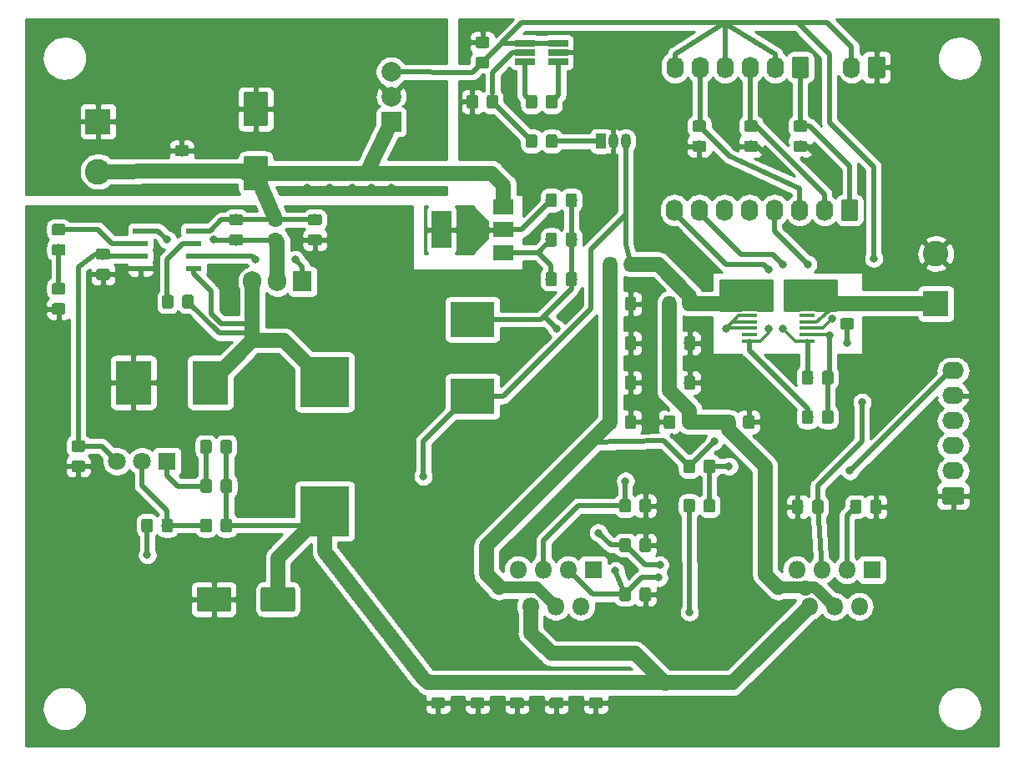
<source format=gtl>
G04 #@! TF.GenerationSoftware,KiCad,Pcbnew,(5.1.0-0)*
G04 #@! TF.CreationDate,2019-06-09T17:55:59+01:00*
G04 #@! TF.ProjectId,PowerSupply,506f7765-7253-4757-9070-6c792e6b6963,0.1*
G04 #@! TF.SameCoordinates,Original*
G04 #@! TF.FileFunction,Copper,L1,Top*
G04 #@! TF.FilePolarity,Positive*
%FSLAX46Y46*%
G04 Gerber Fmt 4.6, Leading zero omitted, Abs format (unit mm)*
G04 Created by KiCad (PCBNEW (5.1.0-0)) date 2019-06-09 17:55:59*
%MOMM*%
%LPD*%
G04 APERTURE LIST*
%ADD10C,0.150000*%
%ADD11C,2.500000*%
%ADD12C,1.150000*%
%ADD13R,3.600000X4.500000*%
%ADD14R,4.500000X3.600000*%
%ADD15C,1.740000*%
%ADD16O,1.740000X2.200000*%
%ADD17R,2.600000X2.600000*%
%ADD18C,2.600000*%
%ADD19O,2.200000X1.740000*%
%ADD20R,5.000000X5.100000*%
%ADD21R,1.905000X2.000000*%
%ADD22O,1.905000X2.000000*%
%ADD23O,1.050000X1.500000*%
%ADD24R,1.050000X1.500000*%
%ADD25R,1.550000X0.600000*%
%ADD26R,2.000000X3.800000*%
%ADD27R,2.000000X1.500000*%
%ADD28R,2.000000X0.650000*%
%ADD29R,1.500000X0.450000*%
%ADD30C,1.800000*%
%ADD31R,1.800000X1.800000*%
%ADD32O,1.800000X1.800000*%
%ADD33R,2.000000X2.000000*%
%ADD34C,2.000000*%
%ADD35C,0.800000*%
%ADD36C,0.500000*%
%ADD37C,1.500000*%
%ADD38C,0.250000*%
%ADD39C,1.200000*%
%ADD40C,0.350000*%
%ADD41C,0.254000*%
G04 APERTURE END LIST*
D10*
G36*
X85024504Y-58001204D02*
G01*
X85048773Y-58004804D01*
X85072571Y-58010765D01*
X85095671Y-58019030D01*
X85117849Y-58029520D01*
X85138893Y-58042133D01*
X85158598Y-58056747D01*
X85176777Y-58073223D01*
X85193253Y-58091402D01*
X85207867Y-58111107D01*
X85220480Y-58132151D01*
X85230970Y-58154329D01*
X85239235Y-58177429D01*
X85245196Y-58201227D01*
X85248796Y-58225496D01*
X85250000Y-58250000D01*
X85250000Y-61250000D01*
X85248796Y-61274504D01*
X85245196Y-61298773D01*
X85239235Y-61322571D01*
X85230970Y-61345671D01*
X85220480Y-61367849D01*
X85207867Y-61388893D01*
X85193253Y-61408598D01*
X85176777Y-61426777D01*
X85158598Y-61443253D01*
X85138893Y-61457867D01*
X85117849Y-61470480D01*
X85095671Y-61480970D01*
X85072571Y-61489235D01*
X85048773Y-61495196D01*
X85024504Y-61498796D01*
X85000000Y-61500000D01*
X83000000Y-61500000D01*
X82975496Y-61498796D01*
X82951227Y-61495196D01*
X82927429Y-61489235D01*
X82904329Y-61480970D01*
X82882151Y-61470480D01*
X82861107Y-61457867D01*
X82841402Y-61443253D01*
X82823223Y-61426777D01*
X82806747Y-61408598D01*
X82792133Y-61388893D01*
X82779520Y-61367849D01*
X82769030Y-61345671D01*
X82760765Y-61322571D01*
X82754804Y-61298773D01*
X82751204Y-61274504D01*
X82750000Y-61250000D01*
X82750000Y-58250000D01*
X82751204Y-58225496D01*
X82754804Y-58201227D01*
X82760765Y-58177429D01*
X82769030Y-58154329D01*
X82779520Y-58132151D01*
X82792133Y-58111107D01*
X82806747Y-58091402D01*
X82823223Y-58073223D01*
X82841402Y-58056747D01*
X82861107Y-58042133D01*
X82882151Y-58029520D01*
X82904329Y-58019030D01*
X82927429Y-58010765D01*
X82951227Y-58004804D01*
X82975496Y-58001204D01*
X83000000Y-58000000D01*
X85000000Y-58000000D01*
X85024504Y-58001204D01*
X85024504Y-58001204D01*
G37*
D11*
X84000000Y-59750000D03*
D10*
G36*
X85024504Y-64501204D02*
G01*
X85048773Y-64504804D01*
X85072571Y-64510765D01*
X85095671Y-64519030D01*
X85117849Y-64529520D01*
X85138893Y-64542133D01*
X85158598Y-64556747D01*
X85176777Y-64573223D01*
X85193253Y-64591402D01*
X85207867Y-64611107D01*
X85220480Y-64632151D01*
X85230970Y-64654329D01*
X85239235Y-64677429D01*
X85245196Y-64701227D01*
X85248796Y-64725496D01*
X85250000Y-64750000D01*
X85250000Y-67750000D01*
X85248796Y-67774504D01*
X85245196Y-67798773D01*
X85239235Y-67822571D01*
X85230970Y-67845671D01*
X85220480Y-67867849D01*
X85207867Y-67888893D01*
X85193253Y-67908598D01*
X85176777Y-67926777D01*
X85158598Y-67943253D01*
X85138893Y-67957867D01*
X85117849Y-67970480D01*
X85095671Y-67980970D01*
X85072571Y-67989235D01*
X85048773Y-67995196D01*
X85024504Y-67998796D01*
X85000000Y-68000000D01*
X83000000Y-68000000D01*
X82975496Y-67998796D01*
X82951227Y-67995196D01*
X82927429Y-67989235D01*
X82904329Y-67980970D01*
X82882151Y-67970480D01*
X82861107Y-67957867D01*
X82841402Y-67943253D01*
X82823223Y-67926777D01*
X82806747Y-67908598D01*
X82792133Y-67888893D01*
X82779520Y-67867849D01*
X82769030Y-67845671D01*
X82760765Y-67822571D01*
X82754804Y-67798773D01*
X82751204Y-67774504D01*
X82750000Y-67750000D01*
X82750000Y-64750000D01*
X82751204Y-64725496D01*
X82754804Y-64701227D01*
X82760765Y-64677429D01*
X82769030Y-64654329D01*
X82779520Y-64632151D01*
X82792133Y-64611107D01*
X82806747Y-64591402D01*
X82823223Y-64573223D01*
X82841402Y-64556747D01*
X82861107Y-64542133D01*
X82882151Y-64529520D01*
X82904329Y-64519030D01*
X82927429Y-64510765D01*
X82951227Y-64504804D01*
X82975496Y-64501204D01*
X83000000Y-64500000D01*
X85000000Y-64500000D01*
X85024504Y-64501204D01*
X85024504Y-64501204D01*
G37*
D11*
X84000000Y-66250000D03*
D10*
G36*
X76974505Y-65451204D02*
G01*
X76998773Y-65454804D01*
X77022572Y-65460765D01*
X77045671Y-65469030D01*
X77067850Y-65479520D01*
X77088893Y-65492132D01*
X77108599Y-65506747D01*
X77126777Y-65523223D01*
X77143253Y-65541401D01*
X77157868Y-65561107D01*
X77170480Y-65582150D01*
X77180970Y-65604329D01*
X77189235Y-65627428D01*
X77195196Y-65651227D01*
X77198796Y-65675495D01*
X77200000Y-65699999D01*
X77200000Y-66350001D01*
X77198796Y-66374505D01*
X77195196Y-66398773D01*
X77189235Y-66422572D01*
X77180970Y-66445671D01*
X77170480Y-66467850D01*
X77157868Y-66488893D01*
X77143253Y-66508599D01*
X77126777Y-66526777D01*
X77108599Y-66543253D01*
X77088893Y-66557868D01*
X77067850Y-66570480D01*
X77045671Y-66580970D01*
X77022572Y-66589235D01*
X76998773Y-66595196D01*
X76974505Y-66598796D01*
X76950001Y-66600000D01*
X76049999Y-66600000D01*
X76025495Y-66598796D01*
X76001227Y-66595196D01*
X75977428Y-66589235D01*
X75954329Y-66580970D01*
X75932150Y-66570480D01*
X75911107Y-66557868D01*
X75891401Y-66543253D01*
X75873223Y-66526777D01*
X75856747Y-66508599D01*
X75842132Y-66488893D01*
X75829520Y-66467850D01*
X75819030Y-66445671D01*
X75810765Y-66422572D01*
X75804804Y-66398773D01*
X75801204Y-66374505D01*
X75800000Y-66350001D01*
X75800000Y-65699999D01*
X75801204Y-65675495D01*
X75804804Y-65651227D01*
X75810765Y-65627428D01*
X75819030Y-65604329D01*
X75829520Y-65582150D01*
X75842132Y-65561107D01*
X75856747Y-65541401D01*
X75873223Y-65523223D01*
X75891401Y-65506747D01*
X75911107Y-65492132D01*
X75932150Y-65479520D01*
X75954329Y-65469030D01*
X75977428Y-65460765D01*
X76001227Y-65454804D01*
X76025495Y-65451204D01*
X76049999Y-65450000D01*
X76950001Y-65450000D01*
X76974505Y-65451204D01*
X76974505Y-65451204D01*
G37*
D12*
X76500000Y-66025000D03*
D10*
G36*
X76974505Y-63401204D02*
G01*
X76998773Y-63404804D01*
X77022572Y-63410765D01*
X77045671Y-63419030D01*
X77067850Y-63429520D01*
X77088893Y-63442132D01*
X77108599Y-63456747D01*
X77126777Y-63473223D01*
X77143253Y-63491401D01*
X77157868Y-63511107D01*
X77170480Y-63532150D01*
X77180970Y-63554329D01*
X77189235Y-63577428D01*
X77195196Y-63601227D01*
X77198796Y-63625495D01*
X77200000Y-63649999D01*
X77200000Y-64300001D01*
X77198796Y-64324505D01*
X77195196Y-64348773D01*
X77189235Y-64372572D01*
X77180970Y-64395671D01*
X77170480Y-64417850D01*
X77157868Y-64438893D01*
X77143253Y-64458599D01*
X77126777Y-64476777D01*
X77108599Y-64493253D01*
X77088893Y-64507868D01*
X77067850Y-64520480D01*
X77045671Y-64530970D01*
X77022572Y-64539235D01*
X76998773Y-64545196D01*
X76974505Y-64548796D01*
X76950001Y-64550000D01*
X76049999Y-64550000D01*
X76025495Y-64548796D01*
X76001227Y-64545196D01*
X75977428Y-64539235D01*
X75954329Y-64530970D01*
X75932150Y-64520480D01*
X75911107Y-64507868D01*
X75891401Y-64493253D01*
X75873223Y-64476777D01*
X75856747Y-64458599D01*
X75842132Y-64438893D01*
X75829520Y-64417850D01*
X75819030Y-64395671D01*
X75810765Y-64372572D01*
X75804804Y-64348773D01*
X75801204Y-64324505D01*
X75800000Y-64300001D01*
X75800000Y-63649999D01*
X75801204Y-63625495D01*
X75804804Y-63601227D01*
X75810765Y-63577428D01*
X75819030Y-63554329D01*
X75829520Y-63532150D01*
X75842132Y-63511107D01*
X75856747Y-63491401D01*
X75873223Y-63473223D01*
X75891401Y-63456747D01*
X75911107Y-63442132D01*
X75932150Y-63429520D01*
X75954329Y-63419030D01*
X75977428Y-63410765D01*
X76001227Y-63404804D01*
X76025495Y-63401204D01*
X76049999Y-63400000D01*
X76950001Y-63400000D01*
X76974505Y-63401204D01*
X76974505Y-63401204D01*
G37*
D12*
X76500000Y-63975000D03*
D10*
G36*
X64474505Y-73451204D02*
G01*
X64498773Y-73454804D01*
X64522572Y-73460765D01*
X64545671Y-73469030D01*
X64567850Y-73479520D01*
X64588893Y-73492132D01*
X64608599Y-73506747D01*
X64626777Y-73523223D01*
X64643253Y-73541401D01*
X64657868Y-73561107D01*
X64670480Y-73582150D01*
X64680970Y-73604329D01*
X64689235Y-73627428D01*
X64695196Y-73651227D01*
X64698796Y-73675495D01*
X64700000Y-73699999D01*
X64700000Y-74350001D01*
X64698796Y-74374505D01*
X64695196Y-74398773D01*
X64689235Y-74422572D01*
X64680970Y-74445671D01*
X64670480Y-74467850D01*
X64657868Y-74488893D01*
X64643253Y-74508599D01*
X64626777Y-74526777D01*
X64608599Y-74543253D01*
X64588893Y-74557868D01*
X64567850Y-74570480D01*
X64545671Y-74580970D01*
X64522572Y-74589235D01*
X64498773Y-74595196D01*
X64474505Y-74598796D01*
X64450001Y-74600000D01*
X63549999Y-74600000D01*
X63525495Y-74598796D01*
X63501227Y-74595196D01*
X63477428Y-74589235D01*
X63454329Y-74580970D01*
X63432150Y-74570480D01*
X63411107Y-74557868D01*
X63391401Y-74543253D01*
X63373223Y-74526777D01*
X63356747Y-74508599D01*
X63342132Y-74488893D01*
X63329520Y-74467850D01*
X63319030Y-74445671D01*
X63310765Y-74422572D01*
X63304804Y-74398773D01*
X63301204Y-74374505D01*
X63300000Y-74350001D01*
X63300000Y-73699999D01*
X63301204Y-73675495D01*
X63304804Y-73651227D01*
X63310765Y-73627428D01*
X63319030Y-73604329D01*
X63329520Y-73582150D01*
X63342132Y-73561107D01*
X63356747Y-73541401D01*
X63373223Y-73523223D01*
X63391401Y-73506747D01*
X63411107Y-73492132D01*
X63432150Y-73479520D01*
X63454329Y-73469030D01*
X63477428Y-73460765D01*
X63501227Y-73454804D01*
X63525495Y-73451204D01*
X63549999Y-73450000D01*
X64450001Y-73450000D01*
X64474505Y-73451204D01*
X64474505Y-73451204D01*
G37*
D12*
X64000000Y-74025000D03*
D10*
G36*
X64474505Y-71401204D02*
G01*
X64498773Y-71404804D01*
X64522572Y-71410765D01*
X64545671Y-71419030D01*
X64567850Y-71429520D01*
X64588893Y-71442132D01*
X64608599Y-71456747D01*
X64626777Y-71473223D01*
X64643253Y-71491401D01*
X64657868Y-71511107D01*
X64670480Y-71532150D01*
X64680970Y-71554329D01*
X64689235Y-71577428D01*
X64695196Y-71601227D01*
X64698796Y-71625495D01*
X64700000Y-71649999D01*
X64700000Y-72300001D01*
X64698796Y-72324505D01*
X64695196Y-72348773D01*
X64689235Y-72372572D01*
X64680970Y-72395671D01*
X64670480Y-72417850D01*
X64657868Y-72438893D01*
X64643253Y-72458599D01*
X64626777Y-72476777D01*
X64608599Y-72493253D01*
X64588893Y-72507868D01*
X64567850Y-72520480D01*
X64545671Y-72530970D01*
X64522572Y-72539235D01*
X64498773Y-72545196D01*
X64474505Y-72548796D01*
X64450001Y-72550000D01*
X63549999Y-72550000D01*
X63525495Y-72548796D01*
X63501227Y-72545196D01*
X63477428Y-72539235D01*
X63454329Y-72530970D01*
X63432150Y-72520480D01*
X63411107Y-72507868D01*
X63391401Y-72493253D01*
X63373223Y-72476777D01*
X63356747Y-72458599D01*
X63342132Y-72438893D01*
X63329520Y-72417850D01*
X63319030Y-72395671D01*
X63310765Y-72372572D01*
X63304804Y-72348773D01*
X63301204Y-72324505D01*
X63300000Y-72300001D01*
X63300000Y-71649999D01*
X63301204Y-71625495D01*
X63304804Y-71601227D01*
X63310765Y-71577428D01*
X63319030Y-71554329D01*
X63329520Y-71532150D01*
X63342132Y-71511107D01*
X63356747Y-71491401D01*
X63373223Y-71473223D01*
X63391401Y-71456747D01*
X63411107Y-71442132D01*
X63432150Y-71429520D01*
X63454329Y-71419030D01*
X63477428Y-71410765D01*
X63501227Y-71404804D01*
X63525495Y-71401204D01*
X63549999Y-71400000D01*
X64450001Y-71400000D01*
X64474505Y-71401204D01*
X64474505Y-71401204D01*
G37*
D12*
X64000000Y-71975000D03*
D10*
G36*
X68974505Y-75951204D02*
G01*
X68998773Y-75954804D01*
X69022572Y-75960765D01*
X69045671Y-75969030D01*
X69067850Y-75979520D01*
X69088893Y-75992132D01*
X69108599Y-76006747D01*
X69126777Y-76023223D01*
X69143253Y-76041401D01*
X69157868Y-76061107D01*
X69170480Y-76082150D01*
X69180970Y-76104329D01*
X69189235Y-76127428D01*
X69195196Y-76151227D01*
X69198796Y-76175495D01*
X69200000Y-76199999D01*
X69200000Y-76850001D01*
X69198796Y-76874505D01*
X69195196Y-76898773D01*
X69189235Y-76922572D01*
X69180970Y-76945671D01*
X69170480Y-76967850D01*
X69157868Y-76988893D01*
X69143253Y-77008599D01*
X69126777Y-77026777D01*
X69108599Y-77043253D01*
X69088893Y-77057868D01*
X69067850Y-77070480D01*
X69045671Y-77080970D01*
X69022572Y-77089235D01*
X68998773Y-77095196D01*
X68974505Y-77098796D01*
X68950001Y-77100000D01*
X68049999Y-77100000D01*
X68025495Y-77098796D01*
X68001227Y-77095196D01*
X67977428Y-77089235D01*
X67954329Y-77080970D01*
X67932150Y-77070480D01*
X67911107Y-77057868D01*
X67891401Y-77043253D01*
X67873223Y-77026777D01*
X67856747Y-77008599D01*
X67842132Y-76988893D01*
X67829520Y-76967850D01*
X67819030Y-76945671D01*
X67810765Y-76922572D01*
X67804804Y-76898773D01*
X67801204Y-76874505D01*
X67800000Y-76850001D01*
X67800000Y-76199999D01*
X67801204Y-76175495D01*
X67804804Y-76151227D01*
X67810765Y-76127428D01*
X67819030Y-76104329D01*
X67829520Y-76082150D01*
X67842132Y-76061107D01*
X67856747Y-76041401D01*
X67873223Y-76023223D01*
X67891401Y-76006747D01*
X67911107Y-75992132D01*
X67932150Y-75979520D01*
X67954329Y-75969030D01*
X67977428Y-75960765D01*
X68001227Y-75954804D01*
X68025495Y-75951204D01*
X68049999Y-75950000D01*
X68950001Y-75950000D01*
X68974505Y-75951204D01*
X68974505Y-75951204D01*
G37*
D12*
X68500000Y-76525000D03*
D10*
G36*
X68974505Y-73901204D02*
G01*
X68998773Y-73904804D01*
X69022572Y-73910765D01*
X69045671Y-73919030D01*
X69067850Y-73929520D01*
X69088893Y-73942132D01*
X69108599Y-73956747D01*
X69126777Y-73973223D01*
X69143253Y-73991401D01*
X69157868Y-74011107D01*
X69170480Y-74032150D01*
X69180970Y-74054329D01*
X69189235Y-74077428D01*
X69195196Y-74101227D01*
X69198796Y-74125495D01*
X69200000Y-74149999D01*
X69200000Y-74800001D01*
X69198796Y-74824505D01*
X69195196Y-74848773D01*
X69189235Y-74872572D01*
X69180970Y-74895671D01*
X69170480Y-74917850D01*
X69157868Y-74938893D01*
X69143253Y-74958599D01*
X69126777Y-74976777D01*
X69108599Y-74993253D01*
X69088893Y-75007868D01*
X69067850Y-75020480D01*
X69045671Y-75030970D01*
X69022572Y-75039235D01*
X68998773Y-75045196D01*
X68974505Y-75048796D01*
X68950001Y-75050000D01*
X68049999Y-75050000D01*
X68025495Y-75048796D01*
X68001227Y-75045196D01*
X67977428Y-75039235D01*
X67954329Y-75030970D01*
X67932150Y-75020480D01*
X67911107Y-75007868D01*
X67891401Y-74993253D01*
X67873223Y-74976777D01*
X67856747Y-74958599D01*
X67842132Y-74938893D01*
X67829520Y-74917850D01*
X67819030Y-74895671D01*
X67810765Y-74872572D01*
X67804804Y-74848773D01*
X67801204Y-74824505D01*
X67800000Y-74800001D01*
X67800000Y-74149999D01*
X67801204Y-74125495D01*
X67804804Y-74101227D01*
X67810765Y-74077428D01*
X67819030Y-74054329D01*
X67829520Y-74032150D01*
X67842132Y-74011107D01*
X67856747Y-73991401D01*
X67873223Y-73973223D01*
X67891401Y-73956747D01*
X67911107Y-73942132D01*
X67932150Y-73929520D01*
X67954329Y-73919030D01*
X67977428Y-73910765D01*
X68001227Y-73904804D01*
X68025495Y-73901204D01*
X68049999Y-73900000D01*
X68950001Y-73900000D01*
X68974505Y-73901204D01*
X68974505Y-73901204D01*
G37*
D12*
X68500000Y-74475000D03*
D10*
G36*
X82474505Y-72451204D02*
G01*
X82498773Y-72454804D01*
X82522572Y-72460765D01*
X82545671Y-72469030D01*
X82567850Y-72479520D01*
X82588893Y-72492132D01*
X82608599Y-72506747D01*
X82626777Y-72523223D01*
X82643253Y-72541401D01*
X82657868Y-72561107D01*
X82670480Y-72582150D01*
X82680970Y-72604329D01*
X82689235Y-72627428D01*
X82695196Y-72651227D01*
X82698796Y-72675495D01*
X82700000Y-72699999D01*
X82700000Y-73350001D01*
X82698796Y-73374505D01*
X82695196Y-73398773D01*
X82689235Y-73422572D01*
X82680970Y-73445671D01*
X82670480Y-73467850D01*
X82657868Y-73488893D01*
X82643253Y-73508599D01*
X82626777Y-73526777D01*
X82608599Y-73543253D01*
X82588893Y-73557868D01*
X82567850Y-73570480D01*
X82545671Y-73580970D01*
X82522572Y-73589235D01*
X82498773Y-73595196D01*
X82474505Y-73598796D01*
X82450001Y-73600000D01*
X81549999Y-73600000D01*
X81525495Y-73598796D01*
X81501227Y-73595196D01*
X81477428Y-73589235D01*
X81454329Y-73580970D01*
X81432150Y-73570480D01*
X81411107Y-73557868D01*
X81391401Y-73543253D01*
X81373223Y-73526777D01*
X81356747Y-73508599D01*
X81342132Y-73488893D01*
X81329520Y-73467850D01*
X81319030Y-73445671D01*
X81310765Y-73422572D01*
X81304804Y-73398773D01*
X81301204Y-73374505D01*
X81300000Y-73350001D01*
X81300000Y-72699999D01*
X81301204Y-72675495D01*
X81304804Y-72651227D01*
X81310765Y-72627428D01*
X81319030Y-72604329D01*
X81329520Y-72582150D01*
X81342132Y-72561107D01*
X81356747Y-72541401D01*
X81373223Y-72523223D01*
X81391401Y-72506747D01*
X81411107Y-72492132D01*
X81432150Y-72479520D01*
X81454329Y-72469030D01*
X81477428Y-72460765D01*
X81501227Y-72454804D01*
X81525495Y-72451204D01*
X81549999Y-72450000D01*
X82450001Y-72450000D01*
X82474505Y-72451204D01*
X82474505Y-72451204D01*
G37*
D12*
X82000000Y-73025000D03*
D10*
G36*
X82474505Y-70401204D02*
G01*
X82498773Y-70404804D01*
X82522572Y-70410765D01*
X82545671Y-70419030D01*
X82567850Y-70429520D01*
X82588893Y-70442132D01*
X82608599Y-70456747D01*
X82626777Y-70473223D01*
X82643253Y-70491401D01*
X82657868Y-70511107D01*
X82670480Y-70532150D01*
X82680970Y-70554329D01*
X82689235Y-70577428D01*
X82695196Y-70601227D01*
X82698796Y-70625495D01*
X82700000Y-70649999D01*
X82700000Y-71300001D01*
X82698796Y-71324505D01*
X82695196Y-71348773D01*
X82689235Y-71372572D01*
X82680970Y-71395671D01*
X82670480Y-71417850D01*
X82657868Y-71438893D01*
X82643253Y-71458599D01*
X82626777Y-71476777D01*
X82608599Y-71493253D01*
X82588893Y-71507868D01*
X82567850Y-71520480D01*
X82545671Y-71530970D01*
X82522572Y-71539235D01*
X82498773Y-71545196D01*
X82474505Y-71548796D01*
X82450001Y-71550000D01*
X81549999Y-71550000D01*
X81525495Y-71548796D01*
X81501227Y-71545196D01*
X81477428Y-71539235D01*
X81454329Y-71530970D01*
X81432150Y-71520480D01*
X81411107Y-71507868D01*
X81391401Y-71493253D01*
X81373223Y-71476777D01*
X81356747Y-71458599D01*
X81342132Y-71438893D01*
X81329520Y-71417850D01*
X81319030Y-71395671D01*
X81310765Y-71372572D01*
X81304804Y-71348773D01*
X81301204Y-71324505D01*
X81300000Y-71300001D01*
X81300000Y-70649999D01*
X81301204Y-70625495D01*
X81304804Y-70601227D01*
X81310765Y-70577428D01*
X81319030Y-70554329D01*
X81329520Y-70532150D01*
X81342132Y-70511107D01*
X81356747Y-70491401D01*
X81373223Y-70473223D01*
X81391401Y-70456747D01*
X81411107Y-70442132D01*
X81432150Y-70429520D01*
X81454329Y-70419030D01*
X81477428Y-70410765D01*
X81501227Y-70404804D01*
X81525495Y-70401204D01*
X81549999Y-70400000D01*
X82450001Y-70400000D01*
X82474505Y-70401204D01*
X82474505Y-70401204D01*
G37*
D12*
X82000000Y-70975000D03*
D10*
G36*
X77474505Y-78601204D02*
G01*
X77498773Y-78604804D01*
X77522572Y-78610765D01*
X77545671Y-78619030D01*
X77567850Y-78629520D01*
X77588893Y-78642132D01*
X77608599Y-78656747D01*
X77626777Y-78673223D01*
X77643253Y-78691401D01*
X77657868Y-78711107D01*
X77670480Y-78732150D01*
X77680970Y-78754329D01*
X77689235Y-78777428D01*
X77695196Y-78801227D01*
X77698796Y-78825495D01*
X77700000Y-78849999D01*
X77700000Y-79750001D01*
X77698796Y-79774505D01*
X77695196Y-79798773D01*
X77689235Y-79822572D01*
X77680970Y-79845671D01*
X77670480Y-79867850D01*
X77657868Y-79888893D01*
X77643253Y-79908599D01*
X77626777Y-79926777D01*
X77608599Y-79943253D01*
X77588893Y-79957868D01*
X77567850Y-79970480D01*
X77545671Y-79980970D01*
X77522572Y-79989235D01*
X77498773Y-79995196D01*
X77474505Y-79998796D01*
X77450001Y-80000000D01*
X76799999Y-80000000D01*
X76775495Y-79998796D01*
X76751227Y-79995196D01*
X76727428Y-79989235D01*
X76704329Y-79980970D01*
X76682150Y-79970480D01*
X76661107Y-79957868D01*
X76641401Y-79943253D01*
X76623223Y-79926777D01*
X76606747Y-79908599D01*
X76592132Y-79888893D01*
X76579520Y-79867850D01*
X76569030Y-79845671D01*
X76560765Y-79822572D01*
X76554804Y-79798773D01*
X76551204Y-79774505D01*
X76550000Y-79750001D01*
X76550000Y-78849999D01*
X76551204Y-78825495D01*
X76554804Y-78801227D01*
X76560765Y-78777428D01*
X76569030Y-78754329D01*
X76579520Y-78732150D01*
X76592132Y-78711107D01*
X76606747Y-78691401D01*
X76623223Y-78673223D01*
X76641401Y-78656747D01*
X76661107Y-78642132D01*
X76682150Y-78629520D01*
X76704329Y-78619030D01*
X76727428Y-78610765D01*
X76751227Y-78604804D01*
X76775495Y-78601204D01*
X76799999Y-78600000D01*
X77450001Y-78600000D01*
X77474505Y-78601204D01*
X77474505Y-78601204D01*
G37*
D12*
X77125000Y-79300000D03*
D10*
G36*
X75424505Y-78601204D02*
G01*
X75448773Y-78604804D01*
X75472572Y-78610765D01*
X75495671Y-78619030D01*
X75517850Y-78629520D01*
X75538893Y-78642132D01*
X75558599Y-78656747D01*
X75576777Y-78673223D01*
X75593253Y-78691401D01*
X75607868Y-78711107D01*
X75620480Y-78732150D01*
X75630970Y-78754329D01*
X75639235Y-78777428D01*
X75645196Y-78801227D01*
X75648796Y-78825495D01*
X75650000Y-78849999D01*
X75650000Y-79750001D01*
X75648796Y-79774505D01*
X75645196Y-79798773D01*
X75639235Y-79822572D01*
X75630970Y-79845671D01*
X75620480Y-79867850D01*
X75607868Y-79888893D01*
X75593253Y-79908599D01*
X75576777Y-79926777D01*
X75558599Y-79943253D01*
X75538893Y-79957868D01*
X75517850Y-79970480D01*
X75495671Y-79980970D01*
X75472572Y-79989235D01*
X75448773Y-79995196D01*
X75424505Y-79998796D01*
X75400001Y-80000000D01*
X74749999Y-80000000D01*
X74725495Y-79998796D01*
X74701227Y-79995196D01*
X74677428Y-79989235D01*
X74654329Y-79980970D01*
X74632150Y-79970480D01*
X74611107Y-79957868D01*
X74591401Y-79943253D01*
X74573223Y-79926777D01*
X74556747Y-79908599D01*
X74542132Y-79888893D01*
X74529520Y-79867850D01*
X74519030Y-79845671D01*
X74510765Y-79822572D01*
X74504804Y-79798773D01*
X74501204Y-79774505D01*
X74500000Y-79750001D01*
X74500000Y-78849999D01*
X74501204Y-78825495D01*
X74504804Y-78801227D01*
X74510765Y-78777428D01*
X74519030Y-78754329D01*
X74529520Y-78732150D01*
X74542132Y-78711107D01*
X74556747Y-78691401D01*
X74573223Y-78673223D01*
X74591401Y-78656747D01*
X74611107Y-78642132D01*
X74632150Y-78629520D01*
X74654329Y-78619030D01*
X74677428Y-78610765D01*
X74701227Y-78604804D01*
X74725495Y-78601204D01*
X74749999Y-78600000D01*
X75400001Y-78600000D01*
X75424505Y-78601204D01*
X75424505Y-78601204D01*
G37*
D12*
X75075000Y-79300000D03*
D10*
G36*
X79299505Y-93301204D02*
G01*
X79323773Y-93304804D01*
X79347572Y-93310765D01*
X79370671Y-93319030D01*
X79392850Y-93329520D01*
X79413893Y-93342132D01*
X79433599Y-93356747D01*
X79451777Y-93373223D01*
X79468253Y-93391401D01*
X79482868Y-93411107D01*
X79495480Y-93432150D01*
X79505970Y-93454329D01*
X79514235Y-93477428D01*
X79520196Y-93501227D01*
X79523796Y-93525495D01*
X79525000Y-93549999D01*
X79525000Y-94450001D01*
X79523796Y-94474505D01*
X79520196Y-94498773D01*
X79514235Y-94522572D01*
X79505970Y-94545671D01*
X79495480Y-94567850D01*
X79482868Y-94588893D01*
X79468253Y-94608599D01*
X79451777Y-94626777D01*
X79433599Y-94643253D01*
X79413893Y-94657868D01*
X79392850Y-94670480D01*
X79370671Y-94680970D01*
X79347572Y-94689235D01*
X79323773Y-94695196D01*
X79299505Y-94698796D01*
X79275001Y-94700000D01*
X78624999Y-94700000D01*
X78600495Y-94698796D01*
X78576227Y-94695196D01*
X78552428Y-94689235D01*
X78529329Y-94680970D01*
X78507150Y-94670480D01*
X78486107Y-94657868D01*
X78466401Y-94643253D01*
X78448223Y-94626777D01*
X78431747Y-94608599D01*
X78417132Y-94588893D01*
X78404520Y-94567850D01*
X78394030Y-94545671D01*
X78385765Y-94522572D01*
X78379804Y-94498773D01*
X78376204Y-94474505D01*
X78375000Y-94450001D01*
X78375000Y-93549999D01*
X78376204Y-93525495D01*
X78379804Y-93501227D01*
X78385765Y-93477428D01*
X78394030Y-93454329D01*
X78404520Y-93432150D01*
X78417132Y-93411107D01*
X78431747Y-93391401D01*
X78448223Y-93373223D01*
X78466401Y-93356747D01*
X78486107Y-93342132D01*
X78507150Y-93329520D01*
X78529329Y-93319030D01*
X78552428Y-93310765D01*
X78576227Y-93304804D01*
X78600495Y-93301204D01*
X78624999Y-93300000D01*
X79275001Y-93300000D01*
X79299505Y-93301204D01*
X79299505Y-93301204D01*
G37*
D12*
X78950000Y-94000000D03*
D10*
G36*
X81349505Y-93301204D02*
G01*
X81373773Y-93304804D01*
X81397572Y-93310765D01*
X81420671Y-93319030D01*
X81442850Y-93329520D01*
X81463893Y-93342132D01*
X81483599Y-93356747D01*
X81501777Y-93373223D01*
X81518253Y-93391401D01*
X81532868Y-93411107D01*
X81545480Y-93432150D01*
X81555970Y-93454329D01*
X81564235Y-93477428D01*
X81570196Y-93501227D01*
X81573796Y-93525495D01*
X81575000Y-93549999D01*
X81575000Y-94450001D01*
X81573796Y-94474505D01*
X81570196Y-94498773D01*
X81564235Y-94522572D01*
X81555970Y-94545671D01*
X81545480Y-94567850D01*
X81532868Y-94588893D01*
X81518253Y-94608599D01*
X81501777Y-94626777D01*
X81483599Y-94643253D01*
X81463893Y-94657868D01*
X81442850Y-94670480D01*
X81420671Y-94680970D01*
X81397572Y-94689235D01*
X81373773Y-94695196D01*
X81349505Y-94698796D01*
X81325001Y-94700000D01*
X80674999Y-94700000D01*
X80650495Y-94698796D01*
X80626227Y-94695196D01*
X80602428Y-94689235D01*
X80579329Y-94680970D01*
X80557150Y-94670480D01*
X80536107Y-94657868D01*
X80516401Y-94643253D01*
X80498223Y-94626777D01*
X80481747Y-94608599D01*
X80467132Y-94588893D01*
X80454520Y-94567850D01*
X80444030Y-94545671D01*
X80435765Y-94522572D01*
X80429804Y-94498773D01*
X80426204Y-94474505D01*
X80425000Y-94450001D01*
X80425000Y-93549999D01*
X80426204Y-93525495D01*
X80429804Y-93501227D01*
X80435765Y-93477428D01*
X80444030Y-93454329D01*
X80454520Y-93432150D01*
X80467132Y-93411107D01*
X80481747Y-93391401D01*
X80498223Y-93373223D01*
X80516401Y-93356747D01*
X80536107Y-93342132D01*
X80557150Y-93329520D01*
X80579329Y-93319030D01*
X80602428Y-93310765D01*
X80626227Y-93304804D01*
X80650495Y-93301204D01*
X80674999Y-93300000D01*
X81325001Y-93300000D01*
X81349505Y-93301204D01*
X81349505Y-93301204D01*
G37*
D12*
X81000000Y-94000000D03*
D10*
G36*
X90474505Y-72451204D02*
G01*
X90498773Y-72454804D01*
X90522572Y-72460765D01*
X90545671Y-72469030D01*
X90567850Y-72479520D01*
X90588893Y-72492132D01*
X90608599Y-72506747D01*
X90626777Y-72523223D01*
X90643253Y-72541401D01*
X90657868Y-72561107D01*
X90670480Y-72582150D01*
X90680970Y-72604329D01*
X90689235Y-72627428D01*
X90695196Y-72651227D01*
X90698796Y-72675495D01*
X90700000Y-72699999D01*
X90700000Y-73350001D01*
X90698796Y-73374505D01*
X90695196Y-73398773D01*
X90689235Y-73422572D01*
X90680970Y-73445671D01*
X90670480Y-73467850D01*
X90657868Y-73488893D01*
X90643253Y-73508599D01*
X90626777Y-73526777D01*
X90608599Y-73543253D01*
X90588893Y-73557868D01*
X90567850Y-73570480D01*
X90545671Y-73580970D01*
X90522572Y-73589235D01*
X90498773Y-73595196D01*
X90474505Y-73598796D01*
X90450001Y-73600000D01*
X89549999Y-73600000D01*
X89525495Y-73598796D01*
X89501227Y-73595196D01*
X89477428Y-73589235D01*
X89454329Y-73580970D01*
X89432150Y-73570480D01*
X89411107Y-73557868D01*
X89391401Y-73543253D01*
X89373223Y-73526777D01*
X89356747Y-73508599D01*
X89342132Y-73488893D01*
X89329520Y-73467850D01*
X89319030Y-73445671D01*
X89310765Y-73422572D01*
X89304804Y-73398773D01*
X89301204Y-73374505D01*
X89300000Y-73350001D01*
X89300000Y-72699999D01*
X89301204Y-72675495D01*
X89304804Y-72651227D01*
X89310765Y-72627428D01*
X89319030Y-72604329D01*
X89329520Y-72582150D01*
X89342132Y-72561107D01*
X89356747Y-72541401D01*
X89373223Y-72523223D01*
X89391401Y-72506747D01*
X89411107Y-72492132D01*
X89432150Y-72479520D01*
X89454329Y-72469030D01*
X89477428Y-72460765D01*
X89501227Y-72454804D01*
X89525495Y-72451204D01*
X89549999Y-72450000D01*
X90450001Y-72450000D01*
X90474505Y-72451204D01*
X90474505Y-72451204D01*
G37*
D12*
X90000000Y-73025000D03*
D10*
G36*
X90474505Y-70401204D02*
G01*
X90498773Y-70404804D01*
X90522572Y-70410765D01*
X90545671Y-70419030D01*
X90567850Y-70429520D01*
X90588893Y-70442132D01*
X90608599Y-70456747D01*
X90626777Y-70473223D01*
X90643253Y-70491401D01*
X90657868Y-70511107D01*
X90670480Y-70532150D01*
X90680970Y-70554329D01*
X90689235Y-70577428D01*
X90695196Y-70601227D01*
X90698796Y-70625495D01*
X90700000Y-70649999D01*
X90700000Y-71300001D01*
X90698796Y-71324505D01*
X90695196Y-71348773D01*
X90689235Y-71372572D01*
X90680970Y-71395671D01*
X90670480Y-71417850D01*
X90657868Y-71438893D01*
X90643253Y-71458599D01*
X90626777Y-71476777D01*
X90608599Y-71493253D01*
X90588893Y-71507868D01*
X90567850Y-71520480D01*
X90545671Y-71530970D01*
X90522572Y-71539235D01*
X90498773Y-71545196D01*
X90474505Y-71548796D01*
X90450001Y-71550000D01*
X89549999Y-71550000D01*
X89525495Y-71548796D01*
X89501227Y-71545196D01*
X89477428Y-71539235D01*
X89454329Y-71530970D01*
X89432150Y-71520480D01*
X89411107Y-71507868D01*
X89391401Y-71493253D01*
X89373223Y-71476777D01*
X89356747Y-71458599D01*
X89342132Y-71438893D01*
X89329520Y-71417850D01*
X89319030Y-71395671D01*
X89310765Y-71372572D01*
X89304804Y-71348773D01*
X89301204Y-71324505D01*
X89300000Y-71300001D01*
X89300000Y-70649999D01*
X89301204Y-70625495D01*
X89304804Y-70601227D01*
X89310765Y-70577428D01*
X89319030Y-70554329D01*
X89329520Y-70532150D01*
X89342132Y-70511107D01*
X89356747Y-70491401D01*
X89373223Y-70473223D01*
X89391401Y-70456747D01*
X89411107Y-70442132D01*
X89432150Y-70429520D01*
X89454329Y-70419030D01*
X89477428Y-70410765D01*
X89501227Y-70404804D01*
X89525495Y-70401204D01*
X89549999Y-70400000D01*
X90450001Y-70400000D01*
X90474505Y-70401204D01*
X90474505Y-70401204D01*
G37*
D12*
X90000000Y-70975000D03*
D10*
G36*
X87774504Y-108251204D02*
G01*
X87798773Y-108254804D01*
X87822571Y-108260765D01*
X87845671Y-108269030D01*
X87867849Y-108279520D01*
X87888893Y-108292133D01*
X87908598Y-108306747D01*
X87926777Y-108323223D01*
X87943253Y-108341402D01*
X87957867Y-108361107D01*
X87970480Y-108382151D01*
X87980970Y-108404329D01*
X87989235Y-108427429D01*
X87995196Y-108451227D01*
X87998796Y-108475496D01*
X88000000Y-108500000D01*
X88000000Y-110500000D01*
X87998796Y-110524504D01*
X87995196Y-110548773D01*
X87989235Y-110572571D01*
X87980970Y-110595671D01*
X87970480Y-110617849D01*
X87957867Y-110638893D01*
X87943253Y-110658598D01*
X87926777Y-110676777D01*
X87908598Y-110693253D01*
X87888893Y-110707867D01*
X87867849Y-110720480D01*
X87845671Y-110730970D01*
X87822571Y-110739235D01*
X87798773Y-110745196D01*
X87774504Y-110748796D01*
X87750000Y-110750000D01*
X84750000Y-110750000D01*
X84725496Y-110748796D01*
X84701227Y-110745196D01*
X84677429Y-110739235D01*
X84654329Y-110730970D01*
X84632151Y-110720480D01*
X84611107Y-110707867D01*
X84591402Y-110693253D01*
X84573223Y-110676777D01*
X84556747Y-110658598D01*
X84542133Y-110638893D01*
X84529520Y-110617849D01*
X84519030Y-110595671D01*
X84510765Y-110572571D01*
X84504804Y-110548773D01*
X84501204Y-110524504D01*
X84500000Y-110500000D01*
X84500000Y-108500000D01*
X84501204Y-108475496D01*
X84504804Y-108451227D01*
X84510765Y-108427429D01*
X84519030Y-108404329D01*
X84529520Y-108382151D01*
X84542133Y-108361107D01*
X84556747Y-108341402D01*
X84573223Y-108323223D01*
X84591402Y-108306747D01*
X84611107Y-108292133D01*
X84632151Y-108279520D01*
X84654329Y-108269030D01*
X84677429Y-108260765D01*
X84701227Y-108254804D01*
X84725496Y-108251204D01*
X84750000Y-108250000D01*
X87750000Y-108250000D01*
X87774504Y-108251204D01*
X87774504Y-108251204D01*
G37*
D11*
X86250000Y-109500000D03*
D10*
G36*
X81274504Y-108251204D02*
G01*
X81298773Y-108254804D01*
X81322571Y-108260765D01*
X81345671Y-108269030D01*
X81367849Y-108279520D01*
X81388893Y-108292133D01*
X81408598Y-108306747D01*
X81426777Y-108323223D01*
X81443253Y-108341402D01*
X81457867Y-108361107D01*
X81470480Y-108382151D01*
X81480970Y-108404329D01*
X81489235Y-108427429D01*
X81495196Y-108451227D01*
X81498796Y-108475496D01*
X81500000Y-108500000D01*
X81500000Y-110500000D01*
X81498796Y-110524504D01*
X81495196Y-110548773D01*
X81489235Y-110572571D01*
X81480970Y-110595671D01*
X81470480Y-110617849D01*
X81457867Y-110638893D01*
X81443253Y-110658598D01*
X81426777Y-110676777D01*
X81408598Y-110693253D01*
X81388893Y-110707867D01*
X81367849Y-110720480D01*
X81345671Y-110730970D01*
X81322571Y-110739235D01*
X81298773Y-110745196D01*
X81274504Y-110748796D01*
X81250000Y-110750000D01*
X78250000Y-110750000D01*
X78225496Y-110748796D01*
X78201227Y-110745196D01*
X78177429Y-110739235D01*
X78154329Y-110730970D01*
X78132151Y-110720480D01*
X78111107Y-110707867D01*
X78091402Y-110693253D01*
X78073223Y-110676777D01*
X78056747Y-110658598D01*
X78042133Y-110638893D01*
X78029520Y-110617849D01*
X78019030Y-110595671D01*
X78010765Y-110572571D01*
X78004804Y-110548773D01*
X78001204Y-110524504D01*
X78000000Y-110500000D01*
X78000000Y-108500000D01*
X78001204Y-108475496D01*
X78004804Y-108451227D01*
X78010765Y-108427429D01*
X78019030Y-108404329D01*
X78029520Y-108382151D01*
X78042133Y-108361107D01*
X78056747Y-108341402D01*
X78073223Y-108323223D01*
X78091402Y-108306747D01*
X78111107Y-108292133D01*
X78132151Y-108279520D01*
X78154329Y-108269030D01*
X78177429Y-108260765D01*
X78201227Y-108254804D01*
X78225496Y-108251204D01*
X78250000Y-108250000D01*
X81250000Y-108250000D01*
X81274504Y-108251204D01*
X81274504Y-108251204D01*
G37*
D11*
X79750000Y-109500000D03*
D10*
G36*
X102974505Y-119451204D02*
G01*
X102998773Y-119454804D01*
X103022572Y-119460765D01*
X103045671Y-119469030D01*
X103067850Y-119479520D01*
X103088893Y-119492132D01*
X103108599Y-119506747D01*
X103126777Y-119523223D01*
X103143253Y-119541401D01*
X103157868Y-119561107D01*
X103170480Y-119582150D01*
X103180970Y-119604329D01*
X103189235Y-119627428D01*
X103195196Y-119651227D01*
X103198796Y-119675495D01*
X103200000Y-119699999D01*
X103200000Y-120350001D01*
X103198796Y-120374505D01*
X103195196Y-120398773D01*
X103189235Y-120422572D01*
X103180970Y-120445671D01*
X103170480Y-120467850D01*
X103157868Y-120488893D01*
X103143253Y-120508599D01*
X103126777Y-120526777D01*
X103108599Y-120543253D01*
X103088893Y-120557868D01*
X103067850Y-120570480D01*
X103045671Y-120580970D01*
X103022572Y-120589235D01*
X102998773Y-120595196D01*
X102974505Y-120598796D01*
X102950001Y-120600000D01*
X102049999Y-120600000D01*
X102025495Y-120598796D01*
X102001227Y-120595196D01*
X101977428Y-120589235D01*
X101954329Y-120580970D01*
X101932150Y-120570480D01*
X101911107Y-120557868D01*
X101891401Y-120543253D01*
X101873223Y-120526777D01*
X101856747Y-120508599D01*
X101842132Y-120488893D01*
X101829520Y-120467850D01*
X101819030Y-120445671D01*
X101810765Y-120422572D01*
X101804804Y-120398773D01*
X101801204Y-120374505D01*
X101800000Y-120350001D01*
X101800000Y-119699999D01*
X101801204Y-119675495D01*
X101804804Y-119651227D01*
X101810765Y-119627428D01*
X101819030Y-119604329D01*
X101829520Y-119582150D01*
X101842132Y-119561107D01*
X101856747Y-119541401D01*
X101873223Y-119523223D01*
X101891401Y-119506747D01*
X101911107Y-119492132D01*
X101932150Y-119479520D01*
X101954329Y-119469030D01*
X101977428Y-119460765D01*
X102001227Y-119454804D01*
X102025495Y-119451204D01*
X102049999Y-119450000D01*
X102950001Y-119450000D01*
X102974505Y-119451204D01*
X102974505Y-119451204D01*
G37*
D12*
X102500000Y-120025000D03*
D10*
G36*
X102974505Y-117401204D02*
G01*
X102998773Y-117404804D01*
X103022572Y-117410765D01*
X103045671Y-117419030D01*
X103067850Y-117429520D01*
X103088893Y-117442132D01*
X103108599Y-117456747D01*
X103126777Y-117473223D01*
X103143253Y-117491401D01*
X103157868Y-117511107D01*
X103170480Y-117532150D01*
X103180970Y-117554329D01*
X103189235Y-117577428D01*
X103195196Y-117601227D01*
X103198796Y-117625495D01*
X103200000Y-117649999D01*
X103200000Y-118300001D01*
X103198796Y-118324505D01*
X103195196Y-118348773D01*
X103189235Y-118372572D01*
X103180970Y-118395671D01*
X103170480Y-118417850D01*
X103157868Y-118438893D01*
X103143253Y-118458599D01*
X103126777Y-118476777D01*
X103108599Y-118493253D01*
X103088893Y-118507868D01*
X103067850Y-118520480D01*
X103045671Y-118530970D01*
X103022572Y-118539235D01*
X102998773Y-118545196D01*
X102974505Y-118548796D01*
X102950001Y-118550000D01*
X102049999Y-118550000D01*
X102025495Y-118548796D01*
X102001227Y-118545196D01*
X101977428Y-118539235D01*
X101954329Y-118530970D01*
X101932150Y-118520480D01*
X101911107Y-118507868D01*
X101891401Y-118493253D01*
X101873223Y-118476777D01*
X101856747Y-118458599D01*
X101842132Y-118438893D01*
X101829520Y-118417850D01*
X101819030Y-118395671D01*
X101810765Y-118372572D01*
X101804804Y-118348773D01*
X101801204Y-118324505D01*
X101800000Y-118300001D01*
X101800000Y-117649999D01*
X101801204Y-117625495D01*
X101804804Y-117601227D01*
X101810765Y-117577428D01*
X101819030Y-117554329D01*
X101829520Y-117532150D01*
X101842132Y-117511107D01*
X101856747Y-117491401D01*
X101873223Y-117473223D01*
X101891401Y-117456747D01*
X101911107Y-117442132D01*
X101932150Y-117429520D01*
X101954329Y-117419030D01*
X101977428Y-117410765D01*
X102001227Y-117404804D01*
X102025495Y-117401204D01*
X102049999Y-117400000D01*
X102950001Y-117400000D01*
X102974505Y-117401204D01*
X102974505Y-117401204D01*
G37*
D12*
X102500000Y-117975000D03*
D10*
G36*
X106974505Y-119451204D02*
G01*
X106998773Y-119454804D01*
X107022572Y-119460765D01*
X107045671Y-119469030D01*
X107067850Y-119479520D01*
X107088893Y-119492132D01*
X107108599Y-119506747D01*
X107126777Y-119523223D01*
X107143253Y-119541401D01*
X107157868Y-119561107D01*
X107170480Y-119582150D01*
X107180970Y-119604329D01*
X107189235Y-119627428D01*
X107195196Y-119651227D01*
X107198796Y-119675495D01*
X107200000Y-119699999D01*
X107200000Y-120350001D01*
X107198796Y-120374505D01*
X107195196Y-120398773D01*
X107189235Y-120422572D01*
X107180970Y-120445671D01*
X107170480Y-120467850D01*
X107157868Y-120488893D01*
X107143253Y-120508599D01*
X107126777Y-120526777D01*
X107108599Y-120543253D01*
X107088893Y-120557868D01*
X107067850Y-120570480D01*
X107045671Y-120580970D01*
X107022572Y-120589235D01*
X106998773Y-120595196D01*
X106974505Y-120598796D01*
X106950001Y-120600000D01*
X106049999Y-120600000D01*
X106025495Y-120598796D01*
X106001227Y-120595196D01*
X105977428Y-120589235D01*
X105954329Y-120580970D01*
X105932150Y-120570480D01*
X105911107Y-120557868D01*
X105891401Y-120543253D01*
X105873223Y-120526777D01*
X105856747Y-120508599D01*
X105842132Y-120488893D01*
X105829520Y-120467850D01*
X105819030Y-120445671D01*
X105810765Y-120422572D01*
X105804804Y-120398773D01*
X105801204Y-120374505D01*
X105800000Y-120350001D01*
X105800000Y-119699999D01*
X105801204Y-119675495D01*
X105804804Y-119651227D01*
X105810765Y-119627428D01*
X105819030Y-119604329D01*
X105829520Y-119582150D01*
X105842132Y-119561107D01*
X105856747Y-119541401D01*
X105873223Y-119523223D01*
X105891401Y-119506747D01*
X105911107Y-119492132D01*
X105932150Y-119479520D01*
X105954329Y-119469030D01*
X105977428Y-119460765D01*
X106001227Y-119454804D01*
X106025495Y-119451204D01*
X106049999Y-119450000D01*
X106950001Y-119450000D01*
X106974505Y-119451204D01*
X106974505Y-119451204D01*
G37*
D12*
X106500000Y-120025000D03*
D10*
G36*
X106974505Y-117401204D02*
G01*
X106998773Y-117404804D01*
X107022572Y-117410765D01*
X107045671Y-117419030D01*
X107067850Y-117429520D01*
X107088893Y-117442132D01*
X107108599Y-117456747D01*
X107126777Y-117473223D01*
X107143253Y-117491401D01*
X107157868Y-117511107D01*
X107170480Y-117532150D01*
X107180970Y-117554329D01*
X107189235Y-117577428D01*
X107195196Y-117601227D01*
X107198796Y-117625495D01*
X107200000Y-117649999D01*
X107200000Y-118300001D01*
X107198796Y-118324505D01*
X107195196Y-118348773D01*
X107189235Y-118372572D01*
X107180970Y-118395671D01*
X107170480Y-118417850D01*
X107157868Y-118438893D01*
X107143253Y-118458599D01*
X107126777Y-118476777D01*
X107108599Y-118493253D01*
X107088893Y-118507868D01*
X107067850Y-118520480D01*
X107045671Y-118530970D01*
X107022572Y-118539235D01*
X106998773Y-118545196D01*
X106974505Y-118548796D01*
X106950001Y-118550000D01*
X106049999Y-118550000D01*
X106025495Y-118548796D01*
X106001227Y-118545196D01*
X105977428Y-118539235D01*
X105954329Y-118530970D01*
X105932150Y-118520480D01*
X105911107Y-118507868D01*
X105891401Y-118493253D01*
X105873223Y-118476777D01*
X105856747Y-118458599D01*
X105842132Y-118438893D01*
X105829520Y-118417850D01*
X105819030Y-118395671D01*
X105810765Y-118372572D01*
X105804804Y-118348773D01*
X105801204Y-118324505D01*
X105800000Y-118300001D01*
X105800000Y-117649999D01*
X105801204Y-117625495D01*
X105804804Y-117601227D01*
X105810765Y-117577428D01*
X105819030Y-117554329D01*
X105829520Y-117532150D01*
X105842132Y-117511107D01*
X105856747Y-117491401D01*
X105873223Y-117473223D01*
X105891401Y-117456747D01*
X105911107Y-117442132D01*
X105932150Y-117429520D01*
X105954329Y-117419030D01*
X105977428Y-117410765D01*
X106001227Y-117404804D01*
X106025495Y-117401204D01*
X106049999Y-117400000D01*
X106950001Y-117400000D01*
X106974505Y-117401204D01*
X106974505Y-117401204D01*
G37*
D12*
X106500000Y-117975000D03*
D10*
G36*
X110974505Y-117401204D02*
G01*
X110998773Y-117404804D01*
X111022572Y-117410765D01*
X111045671Y-117419030D01*
X111067850Y-117429520D01*
X111088893Y-117442132D01*
X111108599Y-117456747D01*
X111126777Y-117473223D01*
X111143253Y-117491401D01*
X111157868Y-117511107D01*
X111170480Y-117532150D01*
X111180970Y-117554329D01*
X111189235Y-117577428D01*
X111195196Y-117601227D01*
X111198796Y-117625495D01*
X111200000Y-117649999D01*
X111200000Y-118300001D01*
X111198796Y-118324505D01*
X111195196Y-118348773D01*
X111189235Y-118372572D01*
X111180970Y-118395671D01*
X111170480Y-118417850D01*
X111157868Y-118438893D01*
X111143253Y-118458599D01*
X111126777Y-118476777D01*
X111108599Y-118493253D01*
X111088893Y-118507868D01*
X111067850Y-118520480D01*
X111045671Y-118530970D01*
X111022572Y-118539235D01*
X110998773Y-118545196D01*
X110974505Y-118548796D01*
X110950001Y-118550000D01*
X110049999Y-118550000D01*
X110025495Y-118548796D01*
X110001227Y-118545196D01*
X109977428Y-118539235D01*
X109954329Y-118530970D01*
X109932150Y-118520480D01*
X109911107Y-118507868D01*
X109891401Y-118493253D01*
X109873223Y-118476777D01*
X109856747Y-118458599D01*
X109842132Y-118438893D01*
X109829520Y-118417850D01*
X109819030Y-118395671D01*
X109810765Y-118372572D01*
X109804804Y-118348773D01*
X109801204Y-118324505D01*
X109800000Y-118300001D01*
X109800000Y-117649999D01*
X109801204Y-117625495D01*
X109804804Y-117601227D01*
X109810765Y-117577428D01*
X109819030Y-117554329D01*
X109829520Y-117532150D01*
X109842132Y-117511107D01*
X109856747Y-117491401D01*
X109873223Y-117473223D01*
X109891401Y-117456747D01*
X109911107Y-117442132D01*
X109932150Y-117429520D01*
X109954329Y-117419030D01*
X109977428Y-117410765D01*
X110001227Y-117404804D01*
X110025495Y-117401204D01*
X110049999Y-117400000D01*
X110950001Y-117400000D01*
X110974505Y-117401204D01*
X110974505Y-117401204D01*
G37*
D12*
X110500000Y-117975000D03*
D10*
G36*
X110974505Y-119451204D02*
G01*
X110998773Y-119454804D01*
X111022572Y-119460765D01*
X111045671Y-119469030D01*
X111067850Y-119479520D01*
X111088893Y-119492132D01*
X111108599Y-119506747D01*
X111126777Y-119523223D01*
X111143253Y-119541401D01*
X111157868Y-119561107D01*
X111170480Y-119582150D01*
X111180970Y-119604329D01*
X111189235Y-119627428D01*
X111195196Y-119651227D01*
X111198796Y-119675495D01*
X111200000Y-119699999D01*
X111200000Y-120350001D01*
X111198796Y-120374505D01*
X111195196Y-120398773D01*
X111189235Y-120422572D01*
X111180970Y-120445671D01*
X111170480Y-120467850D01*
X111157868Y-120488893D01*
X111143253Y-120508599D01*
X111126777Y-120526777D01*
X111108599Y-120543253D01*
X111088893Y-120557868D01*
X111067850Y-120570480D01*
X111045671Y-120580970D01*
X111022572Y-120589235D01*
X110998773Y-120595196D01*
X110974505Y-120598796D01*
X110950001Y-120600000D01*
X110049999Y-120600000D01*
X110025495Y-120598796D01*
X110001227Y-120595196D01*
X109977428Y-120589235D01*
X109954329Y-120580970D01*
X109932150Y-120570480D01*
X109911107Y-120557868D01*
X109891401Y-120543253D01*
X109873223Y-120526777D01*
X109856747Y-120508599D01*
X109842132Y-120488893D01*
X109829520Y-120467850D01*
X109819030Y-120445671D01*
X109810765Y-120422572D01*
X109804804Y-120398773D01*
X109801204Y-120374505D01*
X109800000Y-120350001D01*
X109800000Y-119699999D01*
X109801204Y-119675495D01*
X109804804Y-119651227D01*
X109810765Y-119627428D01*
X109819030Y-119604329D01*
X109829520Y-119582150D01*
X109842132Y-119561107D01*
X109856747Y-119541401D01*
X109873223Y-119523223D01*
X109891401Y-119506747D01*
X109911107Y-119492132D01*
X109932150Y-119479520D01*
X109954329Y-119469030D01*
X109977428Y-119460765D01*
X110001227Y-119454804D01*
X110025495Y-119451204D01*
X110049999Y-119450000D01*
X110950001Y-119450000D01*
X110974505Y-119451204D01*
X110974505Y-119451204D01*
G37*
D12*
X110500000Y-120025000D03*
D10*
G36*
X114974505Y-117401204D02*
G01*
X114998773Y-117404804D01*
X115022572Y-117410765D01*
X115045671Y-117419030D01*
X115067850Y-117429520D01*
X115088893Y-117442132D01*
X115108599Y-117456747D01*
X115126777Y-117473223D01*
X115143253Y-117491401D01*
X115157868Y-117511107D01*
X115170480Y-117532150D01*
X115180970Y-117554329D01*
X115189235Y-117577428D01*
X115195196Y-117601227D01*
X115198796Y-117625495D01*
X115200000Y-117649999D01*
X115200000Y-118300001D01*
X115198796Y-118324505D01*
X115195196Y-118348773D01*
X115189235Y-118372572D01*
X115180970Y-118395671D01*
X115170480Y-118417850D01*
X115157868Y-118438893D01*
X115143253Y-118458599D01*
X115126777Y-118476777D01*
X115108599Y-118493253D01*
X115088893Y-118507868D01*
X115067850Y-118520480D01*
X115045671Y-118530970D01*
X115022572Y-118539235D01*
X114998773Y-118545196D01*
X114974505Y-118548796D01*
X114950001Y-118550000D01*
X114049999Y-118550000D01*
X114025495Y-118548796D01*
X114001227Y-118545196D01*
X113977428Y-118539235D01*
X113954329Y-118530970D01*
X113932150Y-118520480D01*
X113911107Y-118507868D01*
X113891401Y-118493253D01*
X113873223Y-118476777D01*
X113856747Y-118458599D01*
X113842132Y-118438893D01*
X113829520Y-118417850D01*
X113819030Y-118395671D01*
X113810765Y-118372572D01*
X113804804Y-118348773D01*
X113801204Y-118324505D01*
X113800000Y-118300001D01*
X113800000Y-117649999D01*
X113801204Y-117625495D01*
X113804804Y-117601227D01*
X113810765Y-117577428D01*
X113819030Y-117554329D01*
X113829520Y-117532150D01*
X113842132Y-117511107D01*
X113856747Y-117491401D01*
X113873223Y-117473223D01*
X113891401Y-117456747D01*
X113911107Y-117442132D01*
X113932150Y-117429520D01*
X113954329Y-117419030D01*
X113977428Y-117410765D01*
X114001227Y-117404804D01*
X114025495Y-117401204D01*
X114049999Y-117400000D01*
X114950001Y-117400000D01*
X114974505Y-117401204D01*
X114974505Y-117401204D01*
G37*
D12*
X114500000Y-117975000D03*
D10*
G36*
X114974505Y-119451204D02*
G01*
X114998773Y-119454804D01*
X115022572Y-119460765D01*
X115045671Y-119469030D01*
X115067850Y-119479520D01*
X115088893Y-119492132D01*
X115108599Y-119506747D01*
X115126777Y-119523223D01*
X115143253Y-119541401D01*
X115157868Y-119561107D01*
X115170480Y-119582150D01*
X115180970Y-119604329D01*
X115189235Y-119627428D01*
X115195196Y-119651227D01*
X115198796Y-119675495D01*
X115200000Y-119699999D01*
X115200000Y-120350001D01*
X115198796Y-120374505D01*
X115195196Y-120398773D01*
X115189235Y-120422572D01*
X115180970Y-120445671D01*
X115170480Y-120467850D01*
X115157868Y-120488893D01*
X115143253Y-120508599D01*
X115126777Y-120526777D01*
X115108599Y-120543253D01*
X115088893Y-120557868D01*
X115067850Y-120570480D01*
X115045671Y-120580970D01*
X115022572Y-120589235D01*
X114998773Y-120595196D01*
X114974505Y-120598796D01*
X114950001Y-120600000D01*
X114049999Y-120600000D01*
X114025495Y-120598796D01*
X114001227Y-120595196D01*
X113977428Y-120589235D01*
X113954329Y-120580970D01*
X113932150Y-120570480D01*
X113911107Y-120557868D01*
X113891401Y-120543253D01*
X113873223Y-120526777D01*
X113856747Y-120508599D01*
X113842132Y-120488893D01*
X113829520Y-120467850D01*
X113819030Y-120445671D01*
X113810765Y-120422572D01*
X113804804Y-120398773D01*
X113801204Y-120374505D01*
X113800000Y-120350001D01*
X113800000Y-119699999D01*
X113801204Y-119675495D01*
X113804804Y-119651227D01*
X113810765Y-119627428D01*
X113819030Y-119604329D01*
X113829520Y-119582150D01*
X113842132Y-119561107D01*
X113856747Y-119541401D01*
X113873223Y-119523223D01*
X113891401Y-119506747D01*
X113911107Y-119492132D01*
X113932150Y-119479520D01*
X113954329Y-119469030D01*
X113977428Y-119460765D01*
X114001227Y-119454804D01*
X114025495Y-119451204D01*
X114049999Y-119450000D01*
X114950001Y-119450000D01*
X114974505Y-119451204D01*
X114974505Y-119451204D01*
G37*
D12*
X114500000Y-120025000D03*
D10*
G36*
X118974505Y-117401204D02*
G01*
X118998773Y-117404804D01*
X119022572Y-117410765D01*
X119045671Y-117419030D01*
X119067850Y-117429520D01*
X119088893Y-117442132D01*
X119108599Y-117456747D01*
X119126777Y-117473223D01*
X119143253Y-117491401D01*
X119157868Y-117511107D01*
X119170480Y-117532150D01*
X119180970Y-117554329D01*
X119189235Y-117577428D01*
X119195196Y-117601227D01*
X119198796Y-117625495D01*
X119200000Y-117649999D01*
X119200000Y-118300001D01*
X119198796Y-118324505D01*
X119195196Y-118348773D01*
X119189235Y-118372572D01*
X119180970Y-118395671D01*
X119170480Y-118417850D01*
X119157868Y-118438893D01*
X119143253Y-118458599D01*
X119126777Y-118476777D01*
X119108599Y-118493253D01*
X119088893Y-118507868D01*
X119067850Y-118520480D01*
X119045671Y-118530970D01*
X119022572Y-118539235D01*
X118998773Y-118545196D01*
X118974505Y-118548796D01*
X118950001Y-118550000D01*
X118049999Y-118550000D01*
X118025495Y-118548796D01*
X118001227Y-118545196D01*
X117977428Y-118539235D01*
X117954329Y-118530970D01*
X117932150Y-118520480D01*
X117911107Y-118507868D01*
X117891401Y-118493253D01*
X117873223Y-118476777D01*
X117856747Y-118458599D01*
X117842132Y-118438893D01*
X117829520Y-118417850D01*
X117819030Y-118395671D01*
X117810765Y-118372572D01*
X117804804Y-118348773D01*
X117801204Y-118324505D01*
X117800000Y-118300001D01*
X117800000Y-117649999D01*
X117801204Y-117625495D01*
X117804804Y-117601227D01*
X117810765Y-117577428D01*
X117819030Y-117554329D01*
X117829520Y-117532150D01*
X117842132Y-117511107D01*
X117856747Y-117491401D01*
X117873223Y-117473223D01*
X117891401Y-117456747D01*
X117911107Y-117442132D01*
X117932150Y-117429520D01*
X117954329Y-117419030D01*
X117977428Y-117410765D01*
X118001227Y-117404804D01*
X118025495Y-117401204D01*
X118049999Y-117400000D01*
X118950001Y-117400000D01*
X118974505Y-117401204D01*
X118974505Y-117401204D01*
G37*
D12*
X118500000Y-117975000D03*
D10*
G36*
X118974505Y-119451204D02*
G01*
X118998773Y-119454804D01*
X119022572Y-119460765D01*
X119045671Y-119469030D01*
X119067850Y-119479520D01*
X119088893Y-119492132D01*
X119108599Y-119506747D01*
X119126777Y-119523223D01*
X119143253Y-119541401D01*
X119157868Y-119561107D01*
X119170480Y-119582150D01*
X119180970Y-119604329D01*
X119189235Y-119627428D01*
X119195196Y-119651227D01*
X119198796Y-119675495D01*
X119200000Y-119699999D01*
X119200000Y-120350001D01*
X119198796Y-120374505D01*
X119195196Y-120398773D01*
X119189235Y-120422572D01*
X119180970Y-120445671D01*
X119170480Y-120467850D01*
X119157868Y-120488893D01*
X119143253Y-120508599D01*
X119126777Y-120526777D01*
X119108599Y-120543253D01*
X119088893Y-120557868D01*
X119067850Y-120570480D01*
X119045671Y-120580970D01*
X119022572Y-120589235D01*
X118998773Y-120595196D01*
X118974505Y-120598796D01*
X118950001Y-120600000D01*
X118049999Y-120600000D01*
X118025495Y-120598796D01*
X118001227Y-120595196D01*
X117977428Y-120589235D01*
X117954329Y-120580970D01*
X117932150Y-120570480D01*
X117911107Y-120557868D01*
X117891401Y-120543253D01*
X117873223Y-120526777D01*
X117856747Y-120508599D01*
X117842132Y-120488893D01*
X117829520Y-120467850D01*
X117819030Y-120445671D01*
X117810765Y-120422572D01*
X117804804Y-120398773D01*
X117801204Y-120374505D01*
X117800000Y-120350001D01*
X117800000Y-119699999D01*
X117801204Y-119675495D01*
X117804804Y-119651227D01*
X117810765Y-119627428D01*
X117819030Y-119604329D01*
X117829520Y-119582150D01*
X117842132Y-119561107D01*
X117856747Y-119541401D01*
X117873223Y-119523223D01*
X117891401Y-119506747D01*
X117911107Y-119492132D01*
X117932150Y-119479520D01*
X117954329Y-119469030D01*
X117977428Y-119460765D01*
X118001227Y-119454804D01*
X118025495Y-119451204D01*
X118049999Y-119450000D01*
X118950001Y-119450000D01*
X118974505Y-119451204D01*
X118974505Y-119451204D01*
G37*
D12*
X118500000Y-120025000D03*
D10*
G36*
X121824505Y-103301204D02*
G01*
X121848773Y-103304804D01*
X121872572Y-103310765D01*
X121895671Y-103319030D01*
X121917850Y-103329520D01*
X121938893Y-103342132D01*
X121958599Y-103356747D01*
X121976777Y-103373223D01*
X121993253Y-103391401D01*
X122007868Y-103411107D01*
X122020480Y-103432150D01*
X122030970Y-103454329D01*
X122039235Y-103477428D01*
X122045196Y-103501227D01*
X122048796Y-103525495D01*
X122050000Y-103549999D01*
X122050000Y-104450001D01*
X122048796Y-104474505D01*
X122045196Y-104498773D01*
X122039235Y-104522572D01*
X122030970Y-104545671D01*
X122020480Y-104567850D01*
X122007868Y-104588893D01*
X121993253Y-104608599D01*
X121976777Y-104626777D01*
X121958599Y-104643253D01*
X121938893Y-104657868D01*
X121917850Y-104670480D01*
X121895671Y-104680970D01*
X121872572Y-104689235D01*
X121848773Y-104695196D01*
X121824505Y-104698796D01*
X121800001Y-104700000D01*
X121149999Y-104700000D01*
X121125495Y-104698796D01*
X121101227Y-104695196D01*
X121077428Y-104689235D01*
X121054329Y-104680970D01*
X121032150Y-104670480D01*
X121011107Y-104657868D01*
X120991401Y-104643253D01*
X120973223Y-104626777D01*
X120956747Y-104608599D01*
X120942132Y-104588893D01*
X120929520Y-104567850D01*
X120919030Y-104545671D01*
X120910765Y-104522572D01*
X120904804Y-104498773D01*
X120901204Y-104474505D01*
X120900000Y-104450001D01*
X120900000Y-103549999D01*
X120901204Y-103525495D01*
X120904804Y-103501227D01*
X120910765Y-103477428D01*
X120919030Y-103454329D01*
X120929520Y-103432150D01*
X120942132Y-103411107D01*
X120956747Y-103391401D01*
X120973223Y-103373223D01*
X120991401Y-103356747D01*
X121011107Y-103342132D01*
X121032150Y-103329520D01*
X121054329Y-103319030D01*
X121077428Y-103310765D01*
X121101227Y-103304804D01*
X121125495Y-103301204D01*
X121149999Y-103300000D01*
X121800001Y-103300000D01*
X121824505Y-103301204D01*
X121824505Y-103301204D01*
G37*
D12*
X121475000Y-104000000D03*
D10*
G36*
X123874505Y-103301204D02*
G01*
X123898773Y-103304804D01*
X123922572Y-103310765D01*
X123945671Y-103319030D01*
X123967850Y-103329520D01*
X123988893Y-103342132D01*
X124008599Y-103356747D01*
X124026777Y-103373223D01*
X124043253Y-103391401D01*
X124057868Y-103411107D01*
X124070480Y-103432150D01*
X124080970Y-103454329D01*
X124089235Y-103477428D01*
X124095196Y-103501227D01*
X124098796Y-103525495D01*
X124100000Y-103549999D01*
X124100000Y-104450001D01*
X124098796Y-104474505D01*
X124095196Y-104498773D01*
X124089235Y-104522572D01*
X124080970Y-104545671D01*
X124070480Y-104567850D01*
X124057868Y-104588893D01*
X124043253Y-104608599D01*
X124026777Y-104626777D01*
X124008599Y-104643253D01*
X123988893Y-104657868D01*
X123967850Y-104670480D01*
X123945671Y-104680970D01*
X123922572Y-104689235D01*
X123898773Y-104695196D01*
X123874505Y-104698796D01*
X123850001Y-104700000D01*
X123199999Y-104700000D01*
X123175495Y-104698796D01*
X123151227Y-104695196D01*
X123127428Y-104689235D01*
X123104329Y-104680970D01*
X123082150Y-104670480D01*
X123061107Y-104657868D01*
X123041401Y-104643253D01*
X123023223Y-104626777D01*
X123006747Y-104608599D01*
X122992132Y-104588893D01*
X122979520Y-104567850D01*
X122969030Y-104545671D01*
X122960765Y-104522572D01*
X122954804Y-104498773D01*
X122951204Y-104474505D01*
X122950000Y-104450001D01*
X122950000Y-103549999D01*
X122951204Y-103525495D01*
X122954804Y-103501227D01*
X122960765Y-103477428D01*
X122969030Y-103454329D01*
X122979520Y-103432150D01*
X122992132Y-103411107D01*
X123006747Y-103391401D01*
X123023223Y-103373223D01*
X123041401Y-103356747D01*
X123061107Y-103342132D01*
X123082150Y-103329520D01*
X123104329Y-103319030D01*
X123127428Y-103310765D01*
X123151227Y-103304804D01*
X123175495Y-103301204D01*
X123199999Y-103300000D01*
X123850001Y-103300000D01*
X123874505Y-103301204D01*
X123874505Y-103301204D01*
G37*
D12*
X123525000Y-104000000D03*
D10*
G36*
X134374505Y-90801204D02*
G01*
X134398773Y-90804804D01*
X134422572Y-90810765D01*
X134445671Y-90819030D01*
X134467850Y-90829520D01*
X134488893Y-90842132D01*
X134508599Y-90856747D01*
X134526777Y-90873223D01*
X134543253Y-90891401D01*
X134557868Y-90911107D01*
X134570480Y-90932150D01*
X134580970Y-90954329D01*
X134589235Y-90977428D01*
X134595196Y-91001227D01*
X134598796Y-91025495D01*
X134600000Y-91049999D01*
X134600000Y-91950001D01*
X134598796Y-91974505D01*
X134595196Y-91998773D01*
X134589235Y-92022572D01*
X134580970Y-92045671D01*
X134570480Y-92067850D01*
X134557868Y-92088893D01*
X134543253Y-92108599D01*
X134526777Y-92126777D01*
X134508599Y-92143253D01*
X134488893Y-92157868D01*
X134467850Y-92170480D01*
X134445671Y-92180970D01*
X134422572Y-92189235D01*
X134398773Y-92195196D01*
X134374505Y-92198796D01*
X134350001Y-92200000D01*
X133699999Y-92200000D01*
X133675495Y-92198796D01*
X133651227Y-92195196D01*
X133627428Y-92189235D01*
X133604329Y-92180970D01*
X133582150Y-92170480D01*
X133561107Y-92157868D01*
X133541401Y-92143253D01*
X133523223Y-92126777D01*
X133506747Y-92108599D01*
X133492132Y-92088893D01*
X133479520Y-92067850D01*
X133469030Y-92045671D01*
X133460765Y-92022572D01*
X133454804Y-91998773D01*
X133451204Y-91974505D01*
X133450000Y-91950001D01*
X133450000Y-91049999D01*
X133451204Y-91025495D01*
X133454804Y-91001227D01*
X133460765Y-90977428D01*
X133469030Y-90954329D01*
X133479520Y-90932150D01*
X133492132Y-90911107D01*
X133506747Y-90891401D01*
X133523223Y-90873223D01*
X133541401Y-90856747D01*
X133561107Y-90842132D01*
X133582150Y-90829520D01*
X133604329Y-90819030D01*
X133627428Y-90810765D01*
X133651227Y-90804804D01*
X133675495Y-90801204D01*
X133699999Y-90800000D01*
X134350001Y-90800000D01*
X134374505Y-90801204D01*
X134374505Y-90801204D01*
G37*
D12*
X134025000Y-91500000D03*
D10*
G36*
X132324505Y-90801204D02*
G01*
X132348773Y-90804804D01*
X132372572Y-90810765D01*
X132395671Y-90819030D01*
X132417850Y-90829520D01*
X132438893Y-90842132D01*
X132458599Y-90856747D01*
X132476777Y-90873223D01*
X132493253Y-90891401D01*
X132507868Y-90911107D01*
X132520480Y-90932150D01*
X132530970Y-90954329D01*
X132539235Y-90977428D01*
X132545196Y-91001227D01*
X132548796Y-91025495D01*
X132550000Y-91049999D01*
X132550000Y-91950001D01*
X132548796Y-91974505D01*
X132545196Y-91998773D01*
X132539235Y-92022572D01*
X132530970Y-92045671D01*
X132520480Y-92067850D01*
X132507868Y-92088893D01*
X132493253Y-92108599D01*
X132476777Y-92126777D01*
X132458599Y-92143253D01*
X132438893Y-92157868D01*
X132417850Y-92170480D01*
X132395671Y-92180970D01*
X132372572Y-92189235D01*
X132348773Y-92195196D01*
X132324505Y-92198796D01*
X132300001Y-92200000D01*
X131649999Y-92200000D01*
X131625495Y-92198796D01*
X131601227Y-92195196D01*
X131577428Y-92189235D01*
X131554329Y-92180970D01*
X131532150Y-92170480D01*
X131511107Y-92157868D01*
X131491401Y-92143253D01*
X131473223Y-92126777D01*
X131456747Y-92108599D01*
X131442132Y-92088893D01*
X131429520Y-92067850D01*
X131419030Y-92045671D01*
X131410765Y-92022572D01*
X131404804Y-91998773D01*
X131401204Y-91974505D01*
X131400000Y-91950001D01*
X131400000Y-91049999D01*
X131401204Y-91025495D01*
X131404804Y-91001227D01*
X131410765Y-90977428D01*
X131419030Y-90954329D01*
X131429520Y-90932150D01*
X131442132Y-90911107D01*
X131456747Y-90891401D01*
X131473223Y-90873223D01*
X131491401Y-90856747D01*
X131511107Y-90842132D01*
X131532150Y-90829520D01*
X131554329Y-90819030D01*
X131577428Y-90810765D01*
X131601227Y-90804804D01*
X131625495Y-90801204D01*
X131649999Y-90800000D01*
X132300001Y-90800000D01*
X132324505Y-90801204D01*
X132324505Y-90801204D01*
G37*
D12*
X131975000Y-91500000D03*
D10*
G36*
X120324505Y-90801204D02*
G01*
X120348773Y-90804804D01*
X120372572Y-90810765D01*
X120395671Y-90819030D01*
X120417850Y-90829520D01*
X120438893Y-90842132D01*
X120458599Y-90856747D01*
X120476777Y-90873223D01*
X120493253Y-90891401D01*
X120507868Y-90911107D01*
X120520480Y-90932150D01*
X120530970Y-90954329D01*
X120539235Y-90977428D01*
X120545196Y-91001227D01*
X120548796Y-91025495D01*
X120550000Y-91049999D01*
X120550000Y-91950001D01*
X120548796Y-91974505D01*
X120545196Y-91998773D01*
X120539235Y-92022572D01*
X120530970Y-92045671D01*
X120520480Y-92067850D01*
X120507868Y-92088893D01*
X120493253Y-92108599D01*
X120476777Y-92126777D01*
X120458599Y-92143253D01*
X120438893Y-92157868D01*
X120417850Y-92170480D01*
X120395671Y-92180970D01*
X120372572Y-92189235D01*
X120348773Y-92195196D01*
X120324505Y-92198796D01*
X120300001Y-92200000D01*
X119649999Y-92200000D01*
X119625495Y-92198796D01*
X119601227Y-92195196D01*
X119577428Y-92189235D01*
X119554329Y-92180970D01*
X119532150Y-92170480D01*
X119511107Y-92157868D01*
X119491401Y-92143253D01*
X119473223Y-92126777D01*
X119456747Y-92108599D01*
X119442132Y-92088893D01*
X119429520Y-92067850D01*
X119419030Y-92045671D01*
X119410765Y-92022572D01*
X119404804Y-91998773D01*
X119401204Y-91974505D01*
X119400000Y-91950001D01*
X119400000Y-91049999D01*
X119401204Y-91025495D01*
X119404804Y-91001227D01*
X119410765Y-90977428D01*
X119419030Y-90954329D01*
X119429520Y-90932150D01*
X119442132Y-90911107D01*
X119456747Y-90891401D01*
X119473223Y-90873223D01*
X119491401Y-90856747D01*
X119511107Y-90842132D01*
X119532150Y-90829520D01*
X119554329Y-90819030D01*
X119577428Y-90810765D01*
X119601227Y-90804804D01*
X119625495Y-90801204D01*
X119649999Y-90800000D01*
X120300001Y-90800000D01*
X120324505Y-90801204D01*
X120324505Y-90801204D01*
G37*
D12*
X119975000Y-91500000D03*
D10*
G36*
X122374505Y-90801204D02*
G01*
X122398773Y-90804804D01*
X122422572Y-90810765D01*
X122445671Y-90819030D01*
X122467850Y-90829520D01*
X122488893Y-90842132D01*
X122508599Y-90856747D01*
X122526777Y-90873223D01*
X122543253Y-90891401D01*
X122557868Y-90911107D01*
X122570480Y-90932150D01*
X122580970Y-90954329D01*
X122589235Y-90977428D01*
X122595196Y-91001227D01*
X122598796Y-91025495D01*
X122600000Y-91049999D01*
X122600000Y-91950001D01*
X122598796Y-91974505D01*
X122595196Y-91998773D01*
X122589235Y-92022572D01*
X122580970Y-92045671D01*
X122570480Y-92067850D01*
X122557868Y-92088893D01*
X122543253Y-92108599D01*
X122526777Y-92126777D01*
X122508599Y-92143253D01*
X122488893Y-92157868D01*
X122467850Y-92170480D01*
X122445671Y-92180970D01*
X122422572Y-92189235D01*
X122398773Y-92195196D01*
X122374505Y-92198796D01*
X122350001Y-92200000D01*
X121699999Y-92200000D01*
X121675495Y-92198796D01*
X121651227Y-92195196D01*
X121627428Y-92189235D01*
X121604329Y-92180970D01*
X121582150Y-92170480D01*
X121561107Y-92157868D01*
X121541401Y-92143253D01*
X121523223Y-92126777D01*
X121506747Y-92108599D01*
X121492132Y-92088893D01*
X121479520Y-92067850D01*
X121469030Y-92045671D01*
X121460765Y-92022572D01*
X121454804Y-91998773D01*
X121451204Y-91974505D01*
X121450000Y-91950001D01*
X121450000Y-91049999D01*
X121451204Y-91025495D01*
X121454804Y-91001227D01*
X121460765Y-90977428D01*
X121469030Y-90954329D01*
X121479520Y-90932150D01*
X121492132Y-90911107D01*
X121506747Y-90891401D01*
X121523223Y-90873223D01*
X121541401Y-90856747D01*
X121561107Y-90842132D01*
X121582150Y-90829520D01*
X121604329Y-90819030D01*
X121627428Y-90810765D01*
X121651227Y-90804804D01*
X121675495Y-90801204D01*
X121699999Y-90800000D01*
X122350001Y-90800000D01*
X122374505Y-90801204D01*
X122374505Y-90801204D01*
G37*
D12*
X122025000Y-91500000D03*
D10*
G36*
X126324505Y-90801204D02*
G01*
X126348773Y-90804804D01*
X126372572Y-90810765D01*
X126395671Y-90819030D01*
X126417850Y-90829520D01*
X126438893Y-90842132D01*
X126458599Y-90856747D01*
X126476777Y-90873223D01*
X126493253Y-90891401D01*
X126507868Y-90911107D01*
X126520480Y-90932150D01*
X126530970Y-90954329D01*
X126539235Y-90977428D01*
X126545196Y-91001227D01*
X126548796Y-91025495D01*
X126550000Y-91049999D01*
X126550000Y-91950001D01*
X126548796Y-91974505D01*
X126545196Y-91998773D01*
X126539235Y-92022572D01*
X126530970Y-92045671D01*
X126520480Y-92067850D01*
X126507868Y-92088893D01*
X126493253Y-92108599D01*
X126476777Y-92126777D01*
X126458599Y-92143253D01*
X126438893Y-92157868D01*
X126417850Y-92170480D01*
X126395671Y-92180970D01*
X126372572Y-92189235D01*
X126348773Y-92195196D01*
X126324505Y-92198796D01*
X126300001Y-92200000D01*
X125649999Y-92200000D01*
X125625495Y-92198796D01*
X125601227Y-92195196D01*
X125577428Y-92189235D01*
X125554329Y-92180970D01*
X125532150Y-92170480D01*
X125511107Y-92157868D01*
X125491401Y-92143253D01*
X125473223Y-92126777D01*
X125456747Y-92108599D01*
X125442132Y-92088893D01*
X125429520Y-92067850D01*
X125419030Y-92045671D01*
X125410765Y-92022572D01*
X125404804Y-91998773D01*
X125401204Y-91974505D01*
X125400000Y-91950001D01*
X125400000Y-91049999D01*
X125401204Y-91025495D01*
X125404804Y-91001227D01*
X125410765Y-90977428D01*
X125419030Y-90954329D01*
X125429520Y-90932150D01*
X125442132Y-90911107D01*
X125456747Y-90891401D01*
X125473223Y-90873223D01*
X125491401Y-90856747D01*
X125511107Y-90842132D01*
X125532150Y-90829520D01*
X125554329Y-90819030D01*
X125577428Y-90810765D01*
X125601227Y-90804804D01*
X125625495Y-90801204D01*
X125649999Y-90800000D01*
X126300001Y-90800000D01*
X126324505Y-90801204D01*
X126324505Y-90801204D01*
G37*
D12*
X125975000Y-91500000D03*
D10*
G36*
X128374505Y-90801204D02*
G01*
X128398773Y-90804804D01*
X128422572Y-90810765D01*
X128445671Y-90819030D01*
X128467850Y-90829520D01*
X128488893Y-90842132D01*
X128508599Y-90856747D01*
X128526777Y-90873223D01*
X128543253Y-90891401D01*
X128557868Y-90911107D01*
X128570480Y-90932150D01*
X128580970Y-90954329D01*
X128589235Y-90977428D01*
X128595196Y-91001227D01*
X128598796Y-91025495D01*
X128600000Y-91049999D01*
X128600000Y-91950001D01*
X128598796Y-91974505D01*
X128595196Y-91998773D01*
X128589235Y-92022572D01*
X128580970Y-92045671D01*
X128570480Y-92067850D01*
X128557868Y-92088893D01*
X128543253Y-92108599D01*
X128526777Y-92126777D01*
X128508599Y-92143253D01*
X128488893Y-92157868D01*
X128467850Y-92170480D01*
X128445671Y-92180970D01*
X128422572Y-92189235D01*
X128398773Y-92195196D01*
X128374505Y-92198796D01*
X128350001Y-92200000D01*
X127699999Y-92200000D01*
X127675495Y-92198796D01*
X127651227Y-92195196D01*
X127627428Y-92189235D01*
X127604329Y-92180970D01*
X127582150Y-92170480D01*
X127561107Y-92157868D01*
X127541401Y-92143253D01*
X127523223Y-92126777D01*
X127506747Y-92108599D01*
X127492132Y-92088893D01*
X127479520Y-92067850D01*
X127469030Y-92045671D01*
X127460765Y-92022572D01*
X127454804Y-91998773D01*
X127451204Y-91974505D01*
X127450000Y-91950001D01*
X127450000Y-91049999D01*
X127451204Y-91025495D01*
X127454804Y-91001227D01*
X127460765Y-90977428D01*
X127469030Y-90954329D01*
X127479520Y-90932150D01*
X127492132Y-90911107D01*
X127506747Y-90891401D01*
X127523223Y-90873223D01*
X127541401Y-90856747D01*
X127561107Y-90842132D01*
X127582150Y-90829520D01*
X127604329Y-90819030D01*
X127627428Y-90810765D01*
X127651227Y-90804804D01*
X127675495Y-90801204D01*
X127699999Y-90800000D01*
X128350001Y-90800000D01*
X128374505Y-90801204D01*
X128374505Y-90801204D01*
G37*
D12*
X128025000Y-91500000D03*
D10*
G36*
X120324505Y-86801204D02*
G01*
X120348773Y-86804804D01*
X120372572Y-86810765D01*
X120395671Y-86819030D01*
X120417850Y-86829520D01*
X120438893Y-86842132D01*
X120458599Y-86856747D01*
X120476777Y-86873223D01*
X120493253Y-86891401D01*
X120507868Y-86911107D01*
X120520480Y-86932150D01*
X120530970Y-86954329D01*
X120539235Y-86977428D01*
X120545196Y-87001227D01*
X120548796Y-87025495D01*
X120550000Y-87049999D01*
X120550000Y-87950001D01*
X120548796Y-87974505D01*
X120545196Y-87998773D01*
X120539235Y-88022572D01*
X120530970Y-88045671D01*
X120520480Y-88067850D01*
X120507868Y-88088893D01*
X120493253Y-88108599D01*
X120476777Y-88126777D01*
X120458599Y-88143253D01*
X120438893Y-88157868D01*
X120417850Y-88170480D01*
X120395671Y-88180970D01*
X120372572Y-88189235D01*
X120348773Y-88195196D01*
X120324505Y-88198796D01*
X120300001Y-88200000D01*
X119649999Y-88200000D01*
X119625495Y-88198796D01*
X119601227Y-88195196D01*
X119577428Y-88189235D01*
X119554329Y-88180970D01*
X119532150Y-88170480D01*
X119511107Y-88157868D01*
X119491401Y-88143253D01*
X119473223Y-88126777D01*
X119456747Y-88108599D01*
X119442132Y-88088893D01*
X119429520Y-88067850D01*
X119419030Y-88045671D01*
X119410765Y-88022572D01*
X119404804Y-87998773D01*
X119401204Y-87974505D01*
X119400000Y-87950001D01*
X119400000Y-87049999D01*
X119401204Y-87025495D01*
X119404804Y-87001227D01*
X119410765Y-86977428D01*
X119419030Y-86954329D01*
X119429520Y-86932150D01*
X119442132Y-86911107D01*
X119456747Y-86891401D01*
X119473223Y-86873223D01*
X119491401Y-86856747D01*
X119511107Y-86842132D01*
X119532150Y-86829520D01*
X119554329Y-86819030D01*
X119577428Y-86810765D01*
X119601227Y-86804804D01*
X119625495Y-86801204D01*
X119649999Y-86800000D01*
X120300001Y-86800000D01*
X120324505Y-86801204D01*
X120324505Y-86801204D01*
G37*
D12*
X119975000Y-87500000D03*
D10*
G36*
X122374505Y-86801204D02*
G01*
X122398773Y-86804804D01*
X122422572Y-86810765D01*
X122445671Y-86819030D01*
X122467850Y-86829520D01*
X122488893Y-86842132D01*
X122508599Y-86856747D01*
X122526777Y-86873223D01*
X122543253Y-86891401D01*
X122557868Y-86911107D01*
X122570480Y-86932150D01*
X122580970Y-86954329D01*
X122589235Y-86977428D01*
X122595196Y-87001227D01*
X122598796Y-87025495D01*
X122600000Y-87049999D01*
X122600000Y-87950001D01*
X122598796Y-87974505D01*
X122595196Y-87998773D01*
X122589235Y-88022572D01*
X122580970Y-88045671D01*
X122570480Y-88067850D01*
X122557868Y-88088893D01*
X122543253Y-88108599D01*
X122526777Y-88126777D01*
X122508599Y-88143253D01*
X122488893Y-88157868D01*
X122467850Y-88170480D01*
X122445671Y-88180970D01*
X122422572Y-88189235D01*
X122398773Y-88195196D01*
X122374505Y-88198796D01*
X122350001Y-88200000D01*
X121699999Y-88200000D01*
X121675495Y-88198796D01*
X121651227Y-88195196D01*
X121627428Y-88189235D01*
X121604329Y-88180970D01*
X121582150Y-88170480D01*
X121561107Y-88157868D01*
X121541401Y-88143253D01*
X121523223Y-88126777D01*
X121506747Y-88108599D01*
X121492132Y-88088893D01*
X121479520Y-88067850D01*
X121469030Y-88045671D01*
X121460765Y-88022572D01*
X121454804Y-87998773D01*
X121451204Y-87974505D01*
X121450000Y-87950001D01*
X121450000Y-87049999D01*
X121451204Y-87025495D01*
X121454804Y-87001227D01*
X121460765Y-86977428D01*
X121469030Y-86954329D01*
X121479520Y-86932150D01*
X121492132Y-86911107D01*
X121506747Y-86891401D01*
X121523223Y-86873223D01*
X121541401Y-86856747D01*
X121561107Y-86842132D01*
X121582150Y-86829520D01*
X121604329Y-86819030D01*
X121627428Y-86810765D01*
X121651227Y-86804804D01*
X121675495Y-86801204D01*
X121699999Y-86800000D01*
X122350001Y-86800000D01*
X122374505Y-86801204D01*
X122374505Y-86801204D01*
G37*
D12*
X122025000Y-87500000D03*
D10*
G36*
X126324505Y-86801204D02*
G01*
X126348773Y-86804804D01*
X126372572Y-86810765D01*
X126395671Y-86819030D01*
X126417850Y-86829520D01*
X126438893Y-86842132D01*
X126458599Y-86856747D01*
X126476777Y-86873223D01*
X126493253Y-86891401D01*
X126507868Y-86911107D01*
X126520480Y-86932150D01*
X126530970Y-86954329D01*
X126539235Y-86977428D01*
X126545196Y-87001227D01*
X126548796Y-87025495D01*
X126550000Y-87049999D01*
X126550000Y-87950001D01*
X126548796Y-87974505D01*
X126545196Y-87998773D01*
X126539235Y-88022572D01*
X126530970Y-88045671D01*
X126520480Y-88067850D01*
X126507868Y-88088893D01*
X126493253Y-88108599D01*
X126476777Y-88126777D01*
X126458599Y-88143253D01*
X126438893Y-88157868D01*
X126417850Y-88170480D01*
X126395671Y-88180970D01*
X126372572Y-88189235D01*
X126348773Y-88195196D01*
X126324505Y-88198796D01*
X126300001Y-88200000D01*
X125649999Y-88200000D01*
X125625495Y-88198796D01*
X125601227Y-88195196D01*
X125577428Y-88189235D01*
X125554329Y-88180970D01*
X125532150Y-88170480D01*
X125511107Y-88157868D01*
X125491401Y-88143253D01*
X125473223Y-88126777D01*
X125456747Y-88108599D01*
X125442132Y-88088893D01*
X125429520Y-88067850D01*
X125419030Y-88045671D01*
X125410765Y-88022572D01*
X125404804Y-87998773D01*
X125401204Y-87974505D01*
X125400000Y-87950001D01*
X125400000Y-87049999D01*
X125401204Y-87025495D01*
X125404804Y-87001227D01*
X125410765Y-86977428D01*
X125419030Y-86954329D01*
X125429520Y-86932150D01*
X125442132Y-86911107D01*
X125456747Y-86891401D01*
X125473223Y-86873223D01*
X125491401Y-86856747D01*
X125511107Y-86842132D01*
X125532150Y-86829520D01*
X125554329Y-86819030D01*
X125577428Y-86810765D01*
X125601227Y-86804804D01*
X125625495Y-86801204D01*
X125649999Y-86800000D01*
X126300001Y-86800000D01*
X126324505Y-86801204D01*
X126324505Y-86801204D01*
G37*
D12*
X125975000Y-87500000D03*
D10*
G36*
X128374505Y-86801204D02*
G01*
X128398773Y-86804804D01*
X128422572Y-86810765D01*
X128445671Y-86819030D01*
X128467850Y-86829520D01*
X128488893Y-86842132D01*
X128508599Y-86856747D01*
X128526777Y-86873223D01*
X128543253Y-86891401D01*
X128557868Y-86911107D01*
X128570480Y-86932150D01*
X128580970Y-86954329D01*
X128589235Y-86977428D01*
X128595196Y-87001227D01*
X128598796Y-87025495D01*
X128600000Y-87049999D01*
X128600000Y-87950001D01*
X128598796Y-87974505D01*
X128595196Y-87998773D01*
X128589235Y-88022572D01*
X128580970Y-88045671D01*
X128570480Y-88067850D01*
X128557868Y-88088893D01*
X128543253Y-88108599D01*
X128526777Y-88126777D01*
X128508599Y-88143253D01*
X128488893Y-88157868D01*
X128467850Y-88170480D01*
X128445671Y-88180970D01*
X128422572Y-88189235D01*
X128398773Y-88195196D01*
X128374505Y-88198796D01*
X128350001Y-88200000D01*
X127699999Y-88200000D01*
X127675495Y-88198796D01*
X127651227Y-88195196D01*
X127627428Y-88189235D01*
X127604329Y-88180970D01*
X127582150Y-88170480D01*
X127561107Y-88157868D01*
X127541401Y-88143253D01*
X127523223Y-88126777D01*
X127506747Y-88108599D01*
X127492132Y-88088893D01*
X127479520Y-88067850D01*
X127469030Y-88045671D01*
X127460765Y-88022572D01*
X127454804Y-87998773D01*
X127451204Y-87974505D01*
X127450000Y-87950001D01*
X127450000Y-87049999D01*
X127451204Y-87025495D01*
X127454804Y-87001227D01*
X127460765Y-86977428D01*
X127469030Y-86954329D01*
X127479520Y-86932150D01*
X127492132Y-86911107D01*
X127506747Y-86891401D01*
X127523223Y-86873223D01*
X127541401Y-86856747D01*
X127561107Y-86842132D01*
X127582150Y-86829520D01*
X127604329Y-86819030D01*
X127627428Y-86810765D01*
X127651227Y-86804804D01*
X127675495Y-86801204D01*
X127699999Y-86800000D01*
X128350001Y-86800000D01*
X128374505Y-86801204D01*
X128374505Y-86801204D01*
G37*
D12*
X128025000Y-87500000D03*
D10*
G36*
X120324505Y-82801204D02*
G01*
X120348773Y-82804804D01*
X120372572Y-82810765D01*
X120395671Y-82819030D01*
X120417850Y-82829520D01*
X120438893Y-82842132D01*
X120458599Y-82856747D01*
X120476777Y-82873223D01*
X120493253Y-82891401D01*
X120507868Y-82911107D01*
X120520480Y-82932150D01*
X120530970Y-82954329D01*
X120539235Y-82977428D01*
X120545196Y-83001227D01*
X120548796Y-83025495D01*
X120550000Y-83049999D01*
X120550000Y-83950001D01*
X120548796Y-83974505D01*
X120545196Y-83998773D01*
X120539235Y-84022572D01*
X120530970Y-84045671D01*
X120520480Y-84067850D01*
X120507868Y-84088893D01*
X120493253Y-84108599D01*
X120476777Y-84126777D01*
X120458599Y-84143253D01*
X120438893Y-84157868D01*
X120417850Y-84170480D01*
X120395671Y-84180970D01*
X120372572Y-84189235D01*
X120348773Y-84195196D01*
X120324505Y-84198796D01*
X120300001Y-84200000D01*
X119649999Y-84200000D01*
X119625495Y-84198796D01*
X119601227Y-84195196D01*
X119577428Y-84189235D01*
X119554329Y-84180970D01*
X119532150Y-84170480D01*
X119511107Y-84157868D01*
X119491401Y-84143253D01*
X119473223Y-84126777D01*
X119456747Y-84108599D01*
X119442132Y-84088893D01*
X119429520Y-84067850D01*
X119419030Y-84045671D01*
X119410765Y-84022572D01*
X119404804Y-83998773D01*
X119401204Y-83974505D01*
X119400000Y-83950001D01*
X119400000Y-83049999D01*
X119401204Y-83025495D01*
X119404804Y-83001227D01*
X119410765Y-82977428D01*
X119419030Y-82954329D01*
X119429520Y-82932150D01*
X119442132Y-82911107D01*
X119456747Y-82891401D01*
X119473223Y-82873223D01*
X119491401Y-82856747D01*
X119511107Y-82842132D01*
X119532150Y-82829520D01*
X119554329Y-82819030D01*
X119577428Y-82810765D01*
X119601227Y-82804804D01*
X119625495Y-82801204D01*
X119649999Y-82800000D01*
X120300001Y-82800000D01*
X120324505Y-82801204D01*
X120324505Y-82801204D01*
G37*
D12*
X119975000Y-83500000D03*
D10*
G36*
X122374505Y-82801204D02*
G01*
X122398773Y-82804804D01*
X122422572Y-82810765D01*
X122445671Y-82819030D01*
X122467850Y-82829520D01*
X122488893Y-82842132D01*
X122508599Y-82856747D01*
X122526777Y-82873223D01*
X122543253Y-82891401D01*
X122557868Y-82911107D01*
X122570480Y-82932150D01*
X122580970Y-82954329D01*
X122589235Y-82977428D01*
X122595196Y-83001227D01*
X122598796Y-83025495D01*
X122600000Y-83049999D01*
X122600000Y-83950001D01*
X122598796Y-83974505D01*
X122595196Y-83998773D01*
X122589235Y-84022572D01*
X122580970Y-84045671D01*
X122570480Y-84067850D01*
X122557868Y-84088893D01*
X122543253Y-84108599D01*
X122526777Y-84126777D01*
X122508599Y-84143253D01*
X122488893Y-84157868D01*
X122467850Y-84170480D01*
X122445671Y-84180970D01*
X122422572Y-84189235D01*
X122398773Y-84195196D01*
X122374505Y-84198796D01*
X122350001Y-84200000D01*
X121699999Y-84200000D01*
X121675495Y-84198796D01*
X121651227Y-84195196D01*
X121627428Y-84189235D01*
X121604329Y-84180970D01*
X121582150Y-84170480D01*
X121561107Y-84157868D01*
X121541401Y-84143253D01*
X121523223Y-84126777D01*
X121506747Y-84108599D01*
X121492132Y-84088893D01*
X121479520Y-84067850D01*
X121469030Y-84045671D01*
X121460765Y-84022572D01*
X121454804Y-83998773D01*
X121451204Y-83974505D01*
X121450000Y-83950001D01*
X121450000Y-83049999D01*
X121451204Y-83025495D01*
X121454804Y-83001227D01*
X121460765Y-82977428D01*
X121469030Y-82954329D01*
X121479520Y-82932150D01*
X121492132Y-82911107D01*
X121506747Y-82891401D01*
X121523223Y-82873223D01*
X121541401Y-82856747D01*
X121561107Y-82842132D01*
X121582150Y-82829520D01*
X121604329Y-82819030D01*
X121627428Y-82810765D01*
X121651227Y-82804804D01*
X121675495Y-82801204D01*
X121699999Y-82800000D01*
X122350001Y-82800000D01*
X122374505Y-82801204D01*
X122374505Y-82801204D01*
G37*
D12*
X122025000Y-83500000D03*
D10*
G36*
X107474505Y-52401204D02*
G01*
X107498773Y-52404804D01*
X107522572Y-52410765D01*
X107545671Y-52419030D01*
X107567850Y-52429520D01*
X107588893Y-52442132D01*
X107608599Y-52456747D01*
X107626777Y-52473223D01*
X107643253Y-52491401D01*
X107657868Y-52511107D01*
X107670480Y-52532150D01*
X107680970Y-52554329D01*
X107689235Y-52577428D01*
X107695196Y-52601227D01*
X107698796Y-52625495D01*
X107700000Y-52649999D01*
X107700000Y-53300001D01*
X107698796Y-53324505D01*
X107695196Y-53348773D01*
X107689235Y-53372572D01*
X107680970Y-53395671D01*
X107670480Y-53417850D01*
X107657868Y-53438893D01*
X107643253Y-53458599D01*
X107626777Y-53476777D01*
X107608599Y-53493253D01*
X107588893Y-53507868D01*
X107567850Y-53520480D01*
X107545671Y-53530970D01*
X107522572Y-53539235D01*
X107498773Y-53545196D01*
X107474505Y-53548796D01*
X107450001Y-53550000D01*
X106549999Y-53550000D01*
X106525495Y-53548796D01*
X106501227Y-53545196D01*
X106477428Y-53539235D01*
X106454329Y-53530970D01*
X106432150Y-53520480D01*
X106411107Y-53507868D01*
X106391401Y-53493253D01*
X106373223Y-53476777D01*
X106356747Y-53458599D01*
X106342132Y-53438893D01*
X106329520Y-53417850D01*
X106319030Y-53395671D01*
X106310765Y-53372572D01*
X106304804Y-53348773D01*
X106301204Y-53324505D01*
X106300000Y-53300001D01*
X106300000Y-52649999D01*
X106301204Y-52625495D01*
X106304804Y-52601227D01*
X106310765Y-52577428D01*
X106319030Y-52554329D01*
X106329520Y-52532150D01*
X106342132Y-52511107D01*
X106356747Y-52491401D01*
X106373223Y-52473223D01*
X106391401Y-52456747D01*
X106411107Y-52442132D01*
X106432150Y-52429520D01*
X106454329Y-52419030D01*
X106477428Y-52410765D01*
X106501227Y-52404804D01*
X106525495Y-52401204D01*
X106549999Y-52400000D01*
X107450001Y-52400000D01*
X107474505Y-52401204D01*
X107474505Y-52401204D01*
G37*
D12*
X107000000Y-52975000D03*
D10*
G36*
X107474505Y-54451204D02*
G01*
X107498773Y-54454804D01*
X107522572Y-54460765D01*
X107545671Y-54469030D01*
X107567850Y-54479520D01*
X107588893Y-54492132D01*
X107608599Y-54506747D01*
X107626777Y-54523223D01*
X107643253Y-54541401D01*
X107657868Y-54561107D01*
X107670480Y-54582150D01*
X107680970Y-54604329D01*
X107689235Y-54627428D01*
X107695196Y-54651227D01*
X107698796Y-54675495D01*
X107700000Y-54699999D01*
X107700000Y-55350001D01*
X107698796Y-55374505D01*
X107695196Y-55398773D01*
X107689235Y-55422572D01*
X107680970Y-55445671D01*
X107670480Y-55467850D01*
X107657868Y-55488893D01*
X107643253Y-55508599D01*
X107626777Y-55526777D01*
X107608599Y-55543253D01*
X107588893Y-55557868D01*
X107567850Y-55570480D01*
X107545671Y-55580970D01*
X107522572Y-55589235D01*
X107498773Y-55595196D01*
X107474505Y-55598796D01*
X107450001Y-55600000D01*
X106549999Y-55600000D01*
X106525495Y-55598796D01*
X106501227Y-55595196D01*
X106477428Y-55589235D01*
X106454329Y-55580970D01*
X106432150Y-55570480D01*
X106411107Y-55557868D01*
X106391401Y-55543253D01*
X106373223Y-55526777D01*
X106356747Y-55508599D01*
X106342132Y-55488893D01*
X106329520Y-55467850D01*
X106319030Y-55445671D01*
X106310765Y-55422572D01*
X106304804Y-55398773D01*
X106301204Y-55374505D01*
X106300000Y-55350001D01*
X106300000Y-54699999D01*
X106301204Y-54675495D01*
X106304804Y-54651227D01*
X106310765Y-54627428D01*
X106319030Y-54604329D01*
X106329520Y-54582150D01*
X106342132Y-54561107D01*
X106356747Y-54541401D01*
X106373223Y-54523223D01*
X106391401Y-54506747D01*
X106411107Y-54492132D01*
X106432150Y-54479520D01*
X106454329Y-54469030D01*
X106477428Y-54460765D01*
X106501227Y-54454804D01*
X106525495Y-54451204D01*
X106549999Y-54450000D01*
X107450001Y-54450000D01*
X107474505Y-54451204D01*
X107474505Y-54451204D01*
G37*
D12*
X107000000Y-55025000D03*
D10*
G36*
X114374505Y-58301204D02*
G01*
X114398773Y-58304804D01*
X114422572Y-58310765D01*
X114445671Y-58319030D01*
X114467850Y-58329520D01*
X114488893Y-58342132D01*
X114508599Y-58356747D01*
X114526777Y-58373223D01*
X114543253Y-58391401D01*
X114557868Y-58411107D01*
X114570480Y-58432150D01*
X114580970Y-58454329D01*
X114589235Y-58477428D01*
X114595196Y-58501227D01*
X114598796Y-58525495D01*
X114600000Y-58549999D01*
X114600000Y-59450001D01*
X114598796Y-59474505D01*
X114595196Y-59498773D01*
X114589235Y-59522572D01*
X114580970Y-59545671D01*
X114570480Y-59567850D01*
X114557868Y-59588893D01*
X114543253Y-59608599D01*
X114526777Y-59626777D01*
X114508599Y-59643253D01*
X114488893Y-59657868D01*
X114467850Y-59670480D01*
X114445671Y-59680970D01*
X114422572Y-59689235D01*
X114398773Y-59695196D01*
X114374505Y-59698796D01*
X114350001Y-59700000D01*
X113699999Y-59700000D01*
X113675495Y-59698796D01*
X113651227Y-59695196D01*
X113627428Y-59689235D01*
X113604329Y-59680970D01*
X113582150Y-59670480D01*
X113561107Y-59657868D01*
X113541401Y-59643253D01*
X113523223Y-59626777D01*
X113506747Y-59608599D01*
X113492132Y-59588893D01*
X113479520Y-59567850D01*
X113469030Y-59545671D01*
X113460765Y-59522572D01*
X113454804Y-59498773D01*
X113451204Y-59474505D01*
X113450000Y-59450001D01*
X113450000Y-58549999D01*
X113451204Y-58525495D01*
X113454804Y-58501227D01*
X113460765Y-58477428D01*
X113469030Y-58454329D01*
X113479520Y-58432150D01*
X113492132Y-58411107D01*
X113506747Y-58391401D01*
X113523223Y-58373223D01*
X113541401Y-58356747D01*
X113561107Y-58342132D01*
X113582150Y-58329520D01*
X113604329Y-58319030D01*
X113627428Y-58310765D01*
X113651227Y-58304804D01*
X113675495Y-58301204D01*
X113699999Y-58300000D01*
X114350001Y-58300000D01*
X114374505Y-58301204D01*
X114374505Y-58301204D01*
G37*
D12*
X114025000Y-59000000D03*
D10*
G36*
X112324505Y-58301204D02*
G01*
X112348773Y-58304804D01*
X112372572Y-58310765D01*
X112395671Y-58319030D01*
X112417850Y-58329520D01*
X112438893Y-58342132D01*
X112458599Y-58356747D01*
X112476777Y-58373223D01*
X112493253Y-58391401D01*
X112507868Y-58411107D01*
X112520480Y-58432150D01*
X112530970Y-58454329D01*
X112539235Y-58477428D01*
X112545196Y-58501227D01*
X112548796Y-58525495D01*
X112550000Y-58549999D01*
X112550000Y-59450001D01*
X112548796Y-59474505D01*
X112545196Y-59498773D01*
X112539235Y-59522572D01*
X112530970Y-59545671D01*
X112520480Y-59567850D01*
X112507868Y-59588893D01*
X112493253Y-59608599D01*
X112476777Y-59626777D01*
X112458599Y-59643253D01*
X112438893Y-59657868D01*
X112417850Y-59670480D01*
X112395671Y-59680970D01*
X112372572Y-59689235D01*
X112348773Y-59695196D01*
X112324505Y-59698796D01*
X112300001Y-59700000D01*
X111649999Y-59700000D01*
X111625495Y-59698796D01*
X111601227Y-59695196D01*
X111577428Y-59689235D01*
X111554329Y-59680970D01*
X111532150Y-59670480D01*
X111511107Y-59657868D01*
X111491401Y-59643253D01*
X111473223Y-59626777D01*
X111456747Y-59608599D01*
X111442132Y-59588893D01*
X111429520Y-59567850D01*
X111419030Y-59545671D01*
X111410765Y-59522572D01*
X111404804Y-59498773D01*
X111401204Y-59474505D01*
X111400000Y-59450001D01*
X111400000Y-58549999D01*
X111401204Y-58525495D01*
X111404804Y-58501227D01*
X111410765Y-58477428D01*
X111419030Y-58454329D01*
X111429520Y-58432150D01*
X111442132Y-58411107D01*
X111456747Y-58391401D01*
X111473223Y-58373223D01*
X111491401Y-58356747D01*
X111511107Y-58342132D01*
X111532150Y-58329520D01*
X111554329Y-58319030D01*
X111577428Y-58310765D01*
X111601227Y-58304804D01*
X111625495Y-58301204D01*
X111649999Y-58300000D01*
X112300001Y-58300000D01*
X112324505Y-58301204D01*
X112324505Y-58301204D01*
G37*
D12*
X111975000Y-59000000D03*
D10*
G36*
X106324505Y-58301204D02*
G01*
X106348773Y-58304804D01*
X106372572Y-58310765D01*
X106395671Y-58319030D01*
X106417850Y-58329520D01*
X106438893Y-58342132D01*
X106458599Y-58356747D01*
X106476777Y-58373223D01*
X106493253Y-58391401D01*
X106507868Y-58411107D01*
X106520480Y-58432150D01*
X106530970Y-58454329D01*
X106539235Y-58477428D01*
X106545196Y-58501227D01*
X106548796Y-58525495D01*
X106550000Y-58549999D01*
X106550000Y-59450001D01*
X106548796Y-59474505D01*
X106545196Y-59498773D01*
X106539235Y-59522572D01*
X106530970Y-59545671D01*
X106520480Y-59567850D01*
X106507868Y-59588893D01*
X106493253Y-59608599D01*
X106476777Y-59626777D01*
X106458599Y-59643253D01*
X106438893Y-59657868D01*
X106417850Y-59670480D01*
X106395671Y-59680970D01*
X106372572Y-59689235D01*
X106348773Y-59695196D01*
X106324505Y-59698796D01*
X106300001Y-59700000D01*
X105649999Y-59700000D01*
X105625495Y-59698796D01*
X105601227Y-59695196D01*
X105577428Y-59689235D01*
X105554329Y-59680970D01*
X105532150Y-59670480D01*
X105511107Y-59657868D01*
X105491401Y-59643253D01*
X105473223Y-59626777D01*
X105456747Y-59608599D01*
X105442132Y-59588893D01*
X105429520Y-59567850D01*
X105419030Y-59545671D01*
X105410765Y-59522572D01*
X105404804Y-59498773D01*
X105401204Y-59474505D01*
X105400000Y-59450001D01*
X105400000Y-58549999D01*
X105401204Y-58525495D01*
X105404804Y-58501227D01*
X105410765Y-58477428D01*
X105419030Y-58454329D01*
X105429520Y-58432150D01*
X105442132Y-58411107D01*
X105456747Y-58391401D01*
X105473223Y-58373223D01*
X105491401Y-58356747D01*
X105511107Y-58342132D01*
X105532150Y-58329520D01*
X105554329Y-58319030D01*
X105577428Y-58310765D01*
X105601227Y-58304804D01*
X105625495Y-58301204D01*
X105649999Y-58300000D01*
X106300001Y-58300000D01*
X106324505Y-58301204D01*
X106324505Y-58301204D01*
G37*
D12*
X105975000Y-59000000D03*
D10*
G36*
X108374505Y-58301204D02*
G01*
X108398773Y-58304804D01*
X108422572Y-58310765D01*
X108445671Y-58319030D01*
X108467850Y-58329520D01*
X108488893Y-58342132D01*
X108508599Y-58356747D01*
X108526777Y-58373223D01*
X108543253Y-58391401D01*
X108557868Y-58411107D01*
X108570480Y-58432150D01*
X108580970Y-58454329D01*
X108589235Y-58477428D01*
X108595196Y-58501227D01*
X108598796Y-58525495D01*
X108600000Y-58549999D01*
X108600000Y-59450001D01*
X108598796Y-59474505D01*
X108595196Y-59498773D01*
X108589235Y-59522572D01*
X108580970Y-59545671D01*
X108570480Y-59567850D01*
X108557868Y-59588893D01*
X108543253Y-59608599D01*
X108526777Y-59626777D01*
X108508599Y-59643253D01*
X108488893Y-59657868D01*
X108467850Y-59670480D01*
X108445671Y-59680970D01*
X108422572Y-59689235D01*
X108398773Y-59695196D01*
X108374505Y-59698796D01*
X108350001Y-59700000D01*
X107699999Y-59700000D01*
X107675495Y-59698796D01*
X107651227Y-59695196D01*
X107627428Y-59689235D01*
X107604329Y-59680970D01*
X107582150Y-59670480D01*
X107561107Y-59657868D01*
X107541401Y-59643253D01*
X107523223Y-59626777D01*
X107506747Y-59608599D01*
X107492132Y-59588893D01*
X107479520Y-59567850D01*
X107469030Y-59545671D01*
X107460765Y-59522572D01*
X107454804Y-59498773D01*
X107451204Y-59474505D01*
X107450000Y-59450001D01*
X107450000Y-58549999D01*
X107451204Y-58525495D01*
X107454804Y-58501227D01*
X107460765Y-58477428D01*
X107469030Y-58454329D01*
X107479520Y-58432150D01*
X107492132Y-58411107D01*
X107506747Y-58391401D01*
X107523223Y-58373223D01*
X107541401Y-58356747D01*
X107561107Y-58342132D01*
X107582150Y-58329520D01*
X107604329Y-58319030D01*
X107627428Y-58310765D01*
X107651227Y-58304804D01*
X107675495Y-58301204D01*
X107699999Y-58300000D01*
X108350001Y-58300000D01*
X108374505Y-58301204D01*
X108374505Y-58301204D01*
G37*
D12*
X108025000Y-59000000D03*
D10*
G36*
X144474505Y-80951204D02*
G01*
X144498773Y-80954804D01*
X144522572Y-80960765D01*
X144545671Y-80969030D01*
X144567850Y-80979520D01*
X144588893Y-80992132D01*
X144608599Y-81006747D01*
X144626777Y-81023223D01*
X144643253Y-81041401D01*
X144657868Y-81061107D01*
X144670480Y-81082150D01*
X144680970Y-81104329D01*
X144689235Y-81127428D01*
X144695196Y-81151227D01*
X144698796Y-81175495D01*
X144700000Y-81199999D01*
X144700000Y-81850001D01*
X144698796Y-81874505D01*
X144695196Y-81898773D01*
X144689235Y-81922572D01*
X144680970Y-81945671D01*
X144670480Y-81967850D01*
X144657868Y-81988893D01*
X144643253Y-82008599D01*
X144626777Y-82026777D01*
X144608599Y-82043253D01*
X144588893Y-82057868D01*
X144567850Y-82070480D01*
X144545671Y-82080970D01*
X144522572Y-82089235D01*
X144498773Y-82095196D01*
X144474505Y-82098796D01*
X144450001Y-82100000D01*
X143549999Y-82100000D01*
X143525495Y-82098796D01*
X143501227Y-82095196D01*
X143477428Y-82089235D01*
X143454329Y-82080970D01*
X143432150Y-82070480D01*
X143411107Y-82057868D01*
X143391401Y-82043253D01*
X143373223Y-82026777D01*
X143356747Y-82008599D01*
X143342132Y-81988893D01*
X143329520Y-81967850D01*
X143319030Y-81945671D01*
X143310765Y-81922572D01*
X143304804Y-81898773D01*
X143301204Y-81874505D01*
X143300000Y-81850001D01*
X143300000Y-81199999D01*
X143301204Y-81175495D01*
X143304804Y-81151227D01*
X143310765Y-81127428D01*
X143319030Y-81104329D01*
X143329520Y-81082150D01*
X143342132Y-81061107D01*
X143356747Y-81041401D01*
X143373223Y-81023223D01*
X143391401Y-81006747D01*
X143411107Y-80992132D01*
X143432150Y-80979520D01*
X143454329Y-80969030D01*
X143477428Y-80960765D01*
X143501227Y-80954804D01*
X143525495Y-80951204D01*
X143549999Y-80950000D01*
X144450001Y-80950000D01*
X144474505Y-80951204D01*
X144474505Y-80951204D01*
G37*
D12*
X144000000Y-81525000D03*
D10*
G36*
X144474505Y-78901204D02*
G01*
X144498773Y-78904804D01*
X144522572Y-78910765D01*
X144545671Y-78919030D01*
X144567850Y-78929520D01*
X144588893Y-78942132D01*
X144608599Y-78956747D01*
X144626777Y-78973223D01*
X144643253Y-78991401D01*
X144657868Y-79011107D01*
X144670480Y-79032150D01*
X144680970Y-79054329D01*
X144689235Y-79077428D01*
X144695196Y-79101227D01*
X144698796Y-79125495D01*
X144700000Y-79149999D01*
X144700000Y-79800001D01*
X144698796Y-79824505D01*
X144695196Y-79848773D01*
X144689235Y-79872572D01*
X144680970Y-79895671D01*
X144670480Y-79917850D01*
X144657868Y-79938893D01*
X144643253Y-79958599D01*
X144626777Y-79976777D01*
X144608599Y-79993253D01*
X144588893Y-80007868D01*
X144567850Y-80020480D01*
X144545671Y-80030970D01*
X144522572Y-80039235D01*
X144498773Y-80045196D01*
X144474505Y-80048796D01*
X144450001Y-80050000D01*
X143549999Y-80050000D01*
X143525495Y-80048796D01*
X143501227Y-80045196D01*
X143477428Y-80039235D01*
X143454329Y-80030970D01*
X143432150Y-80020480D01*
X143411107Y-80007868D01*
X143391401Y-79993253D01*
X143373223Y-79976777D01*
X143356747Y-79958599D01*
X143342132Y-79938893D01*
X143329520Y-79917850D01*
X143319030Y-79895671D01*
X143310765Y-79872572D01*
X143304804Y-79848773D01*
X143301204Y-79824505D01*
X143300000Y-79800001D01*
X143300000Y-79149999D01*
X143301204Y-79125495D01*
X143304804Y-79101227D01*
X143310765Y-79077428D01*
X143319030Y-79054329D01*
X143329520Y-79032150D01*
X143342132Y-79011107D01*
X143356747Y-78991401D01*
X143373223Y-78973223D01*
X143391401Y-78956747D01*
X143411107Y-78942132D01*
X143432150Y-78929520D01*
X143454329Y-78919030D01*
X143477428Y-78910765D01*
X143501227Y-78904804D01*
X143525495Y-78901204D01*
X143549999Y-78900000D01*
X144450001Y-78900000D01*
X144474505Y-78901204D01*
X144474505Y-78901204D01*
G37*
D12*
X144000000Y-79475000D03*
D13*
X71600000Y-87500000D03*
X79400000Y-87500000D03*
D14*
X106000000Y-88900000D03*
X106000000Y-81100000D03*
D10*
G36*
X147644505Y-54401204D02*
G01*
X147668773Y-54404804D01*
X147692572Y-54410765D01*
X147715671Y-54419030D01*
X147737850Y-54429520D01*
X147758893Y-54442132D01*
X147778599Y-54456747D01*
X147796777Y-54473223D01*
X147813253Y-54491401D01*
X147827868Y-54511107D01*
X147840480Y-54532150D01*
X147850970Y-54554329D01*
X147859235Y-54577428D01*
X147865196Y-54601227D01*
X147868796Y-54625495D01*
X147870000Y-54649999D01*
X147870000Y-56350001D01*
X147868796Y-56374505D01*
X147865196Y-56398773D01*
X147859235Y-56422572D01*
X147850970Y-56445671D01*
X147840480Y-56467850D01*
X147827868Y-56488893D01*
X147813253Y-56508599D01*
X147796777Y-56526777D01*
X147778599Y-56543253D01*
X147758893Y-56557868D01*
X147737850Y-56570480D01*
X147715671Y-56580970D01*
X147692572Y-56589235D01*
X147668773Y-56595196D01*
X147644505Y-56598796D01*
X147620001Y-56600000D01*
X146379999Y-56600000D01*
X146355495Y-56598796D01*
X146331227Y-56595196D01*
X146307428Y-56589235D01*
X146284329Y-56580970D01*
X146262150Y-56570480D01*
X146241107Y-56557868D01*
X146221401Y-56543253D01*
X146203223Y-56526777D01*
X146186747Y-56508599D01*
X146172132Y-56488893D01*
X146159520Y-56467850D01*
X146149030Y-56445671D01*
X146140765Y-56422572D01*
X146134804Y-56398773D01*
X146131204Y-56374505D01*
X146130000Y-56350001D01*
X146130000Y-54649999D01*
X146131204Y-54625495D01*
X146134804Y-54601227D01*
X146140765Y-54577428D01*
X146149030Y-54554329D01*
X146159520Y-54532150D01*
X146172132Y-54511107D01*
X146186747Y-54491401D01*
X146203223Y-54473223D01*
X146221401Y-54456747D01*
X146241107Y-54442132D01*
X146262150Y-54429520D01*
X146284329Y-54419030D01*
X146307428Y-54410765D01*
X146331227Y-54404804D01*
X146355495Y-54401204D01*
X146379999Y-54400000D01*
X147620001Y-54400000D01*
X147644505Y-54401204D01*
X147644505Y-54401204D01*
G37*
D15*
X147000000Y-55500000D03*
D16*
X144460000Y-55500000D03*
D17*
X68000000Y-61000000D03*
D18*
X68000000Y-66080000D03*
D19*
X154750000Y-86300000D03*
X154750000Y-88840000D03*
X154750000Y-91380000D03*
X154750000Y-93920000D03*
X154750000Y-96460000D03*
D10*
G36*
X155624505Y-98131204D02*
G01*
X155648773Y-98134804D01*
X155672572Y-98140765D01*
X155695671Y-98149030D01*
X155717850Y-98159520D01*
X155738893Y-98172132D01*
X155758599Y-98186747D01*
X155776777Y-98203223D01*
X155793253Y-98221401D01*
X155807868Y-98241107D01*
X155820480Y-98262150D01*
X155830970Y-98284329D01*
X155839235Y-98307428D01*
X155845196Y-98331227D01*
X155848796Y-98355495D01*
X155850000Y-98379999D01*
X155850000Y-99620001D01*
X155848796Y-99644505D01*
X155845196Y-99668773D01*
X155839235Y-99692572D01*
X155830970Y-99715671D01*
X155820480Y-99737850D01*
X155807868Y-99758893D01*
X155793253Y-99778599D01*
X155776777Y-99796777D01*
X155758599Y-99813253D01*
X155738893Y-99827868D01*
X155717850Y-99840480D01*
X155695671Y-99850970D01*
X155672572Y-99859235D01*
X155648773Y-99865196D01*
X155624505Y-99868796D01*
X155600001Y-99870000D01*
X153899999Y-99870000D01*
X153875495Y-99868796D01*
X153851227Y-99865196D01*
X153827428Y-99859235D01*
X153804329Y-99850970D01*
X153782150Y-99840480D01*
X153761107Y-99827868D01*
X153741401Y-99813253D01*
X153723223Y-99796777D01*
X153706747Y-99778599D01*
X153692132Y-99758893D01*
X153679520Y-99737850D01*
X153669030Y-99715671D01*
X153660765Y-99692572D01*
X153654804Y-99668773D01*
X153651204Y-99644505D01*
X153650000Y-99620001D01*
X153650000Y-98379999D01*
X153651204Y-98355495D01*
X153654804Y-98331227D01*
X153660765Y-98307428D01*
X153669030Y-98284329D01*
X153679520Y-98262150D01*
X153692132Y-98241107D01*
X153706747Y-98221401D01*
X153723223Y-98203223D01*
X153741401Y-98186747D01*
X153761107Y-98172132D01*
X153782150Y-98159520D01*
X153804329Y-98149030D01*
X153827428Y-98140765D01*
X153851227Y-98134804D01*
X153875495Y-98131204D01*
X153899999Y-98130000D01*
X155600001Y-98130000D01*
X155624505Y-98131204D01*
X155624505Y-98131204D01*
G37*
D15*
X154750000Y-99000000D03*
D10*
G36*
X144894505Y-68901204D02*
G01*
X144918773Y-68904804D01*
X144942572Y-68910765D01*
X144965671Y-68919030D01*
X144987850Y-68929520D01*
X145008893Y-68942132D01*
X145028599Y-68956747D01*
X145046777Y-68973223D01*
X145063253Y-68991401D01*
X145077868Y-69011107D01*
X145090480Y-69032150D01*
X145100970Y-69054329D01*
X145109235Y-69077428D01*
X145115196Y-69101227D01*
X145118796Y-69125495D01*
X145120000Y-69149999D01*
X145120000Y-70850001D01*
X145118796Y-70874505D01*
X145115196Y-70898773D01*
X145109235Y-70922572D01*
X145100970Y-70945671D01*
X145090480Y-70967850D01*
X145077868Y-70988893D01*
X145063253Y-71008599D01*
X145046777Y-71026777D01*
X145028599Y-71043253D01*
X145008893Y-71057868D01*
X144987850Y-71070480D01*
X144965671Y-71080970D01*
X144942572Y-71089235D01*
X144918773Y-71095196D01*
X144894505Y-71098796D01*
X144870001Y-71100000D01*
X143629999Y-71100000D01*
X143605495Y-71098796D01*
X143581227Y-71095196D01*
X143557428Y-71089235D01*
X143534329Y-71080970D01*
X143512150Y-71070480D01*
X143491107Y-71057868D01*
X143471401Y-71043253D01*
X143453223Y-71026777D01*
X143436747Y-71008599D01*
X143422132Y-70988893D01*
X143409520Y-70967850D01*
X143399030Y-70945671D01*
X143390765Y-70922572D01*
X143384804Y-70898773D01*
X143381204Y-70874505D01*
X143380000Y-70850001D01*
X143380000Y-69149999D01*
X143381204Y-69125495D01*
X143384804Y-69101227D01*
X143390765Y-69077428D01*
X143399030Y-69054329D01*
X143409520Y-69032150D01*
X143422132Y-69011107D01*
X143436747Y-68991401D01*
X143453223Y-68973223D01*
X143471401Y-68956747D01*
X143491107Y-68942132D01*
X143512150Y-68929520D01*
X143534329Y-68919030D01*
X143557428Y-68910765D01*
X143581227Y-68904804D01*
X143605495Y-68901204D01*
X143629999Y-68900000D01*
X144870001Y-68900000D01*
X144894505Y-68901204D01*
X144894505Y-68901204D01*
G37*
D15*
X144250000Y-70000000D03*
D16*
X141710000Y-70000000D03*
X139170000Y-70000000D03*
X136630000Y-70000000D03*
X134090000Y-70000000D03*
X131550000Y-70000000D03*
X129010000Y-70000000D03*
X126470000Y-70000000D03*
D18*
X153000000Y-74420000D03*
D17*
X153000000Y-79500000D03*
D10*
G36*
X139894505Y-54401204D02*
G01*
X139918773Y-54404804D01*
X139942572Y-54410765D01*
X139965671Y-54419030D01*
X139987850Y-54429520D01*
X140008893Y-54442132D01*
X140028599Y-54456747D01*
X140046777Y-54473223D01*
X140063253Y-54491401D01*
X140077868Y-54511107D01*
X140090480Y-54532150D01*
X140100970Y-54554329D01*
X140109235Y-54577428D01*
X140115196Y-54601227D01*
X140118796Y-54625495D01*
X140120000Y-54649999D01*
X140120000Y-56350001D01*
X140118796Y-56374505D01*
X140115196Y-56398773D01*
X140109235Y-56422572D01*
X140100970Y-56445671D01*
X140090480Y-56467850D01*
X140077868Y-56488893D01*
X140063253Y-56508599D01*
X140046777Y-56526777D01*
X140028599Y-56543253D01*
X140008893Y-56557868D01*
X139987850Y-56570480D01*
X139965671Y-56580970D01*
X139942572Y-56589235D01*
X139918773Y-56595196D01*
X139894505Y-56598796D01*
X139870001Y-56600000D01*
X138629999Y-56600000D01*
X138605495Y-56598796D01*
X138581227Y-56595196D01*
X138557428Y-56589235D01*
X138534329Y-56580970D01*
X138512150Y-56570480D01*
X138491107Y-56557868D01*
X138471401Y-56543253D01*
X138453223Y-56526777D01*
X138436747Y-56508599D01*
X138422132Y-56488893D01*
X138409520Y-56467850D01*
X138399030Y-56445671D01*
X138390765Y-56422572D01*
X138384804Y-56398773D01*
X138381204Y-56374505D01*
X138380000Y-56350001D01*
X138380000Y-54649999D01*
X138381204Y-54625495D01*
X138384804Y-54601227D01*
X138390765Y-54577428D01*
X138399030Y-54554329D01*
X138409520Y-54532150D01*
X138422132Y-54511107D01*
X138436747Y-54491401D01*
X138453223Y-54473223D01*
X138471401Y-54456747D01*
X138491107Y-54442132D01*
X138512150Y-54429520D01*
X138534329Y-54419030D01*
X138557428Y-54410765D01*
X138581227Y-54404804D01*
X138605495Y-54401204D01*
X138629999Y-54400000D01*
X139870001Y-54400000D01*
X139894505Y-54401204D01*
X139894505Y-54401204D01*
G37*
D15*
X139250000Y-55500000D03*
D16*
X136710000Y-55500000D03*
X134170000Y-55500000D03*
X131630000Y-55500000D03*
X129090000Y-55500000D03*
X126550000Y-55500000D03*
D20*
X91000000Y-87450000D03*
X91000000Y-100550000D03*
D21*
X88750000Y-77250000D03*
D22*
X86210000Y-77250000D03*
X83670000Y-77250000D03*
D23*
X120270000Y-63000000D03*
X121540000Y-63000000D03*
D24*
X119000000Y-63000000D03*
D10*
G36*
X64474505Y-77401204D02*
G01*
X64498773Y-77404804D01*
X64522572Y-77410765D01*
X64545671Y-77419030D01*
X64567850Y-77429520D01*
X64588893Y-77442132D01*
X64608599Y-77456747D01*
X64626777Y-77473223D01*
X64643253Y-77491401D01*
X64657868Y-77511107D01*
X64670480Y-77532150D01*
X64680970Y-77554329D01*
X64689235Y-77577428D01*
X64695196Y-77601227D01*
X64698796Y-77625495D01*
X64700000Y-77649999D01*
X64700000Y-78300001D01*
X64698796Y-78324505D01*
X64695196Y-78348773D01*
X64689235Y-78372572D01*
X64680970Y-78395671D01*
X64670480Y-78417850D01*
X64657868Y-78438893D01*
X64643253Y-78458599D01*
X64626777Y-78476777D01*
X64608599Y-78493253D01*
X64588893Y-78507868D01*
X64567850Y-78520480D01*
X64545671Y-78530970D01*
X64522572Y-78539235D01*
X64498773Y-78545196D01*
X64474505Y-78548796D01*
X64450001Y-78550000D01*
X63549999Y-78550000D01*
X63525495Y-78548796D01*
X63501227Y-78545196D01*
X63477428Y-78539235D01*
X63454329Y-78530970D01*
X63432150Y-78520480D01*
X63411107Y-78507868D01*
X63391401Y-78493253D01*
X63373223Y-78476777D01*
X63356747Y-78458599D01*
X63342132Y-78438893D01*
X63329520Y-78417850D01*
X63319030Y-78395671D01*
X63310765Y-78372572D01*
X63304804Y-78348773D01*
X63301204Y-78324505D01*
X63300000Y-78300001D01*
X63300000Y-77649999D01*
X63301204Y-77625495D01*
X63304804Y-77601227D01*
X63310765Y-77577428D01*
X63319030Y-77554329D01*
X63329520Y-77532150D01*
X63342132Y-77511107D01*
X63356747Y-77491401D01*
X63373223Y-77473223D01*
X63391401Y-77456747D01*
X63411107Y-77442132D01*
X63432150Y-77429520D01*
X63454329Y-77419030D01*
X63477428Y-77410765D01*
X63501227Y-77404804D01*
X63525495Y-77401204D01*
X63549999Y-77400000D01*
X64450001Y-77400000D01*
X64474505Y-77401204D01*
X64474505Y-77401204D01*
G37*
D12*
X64000000Y-77975000D03*
D10*
G36*
X64474505Y-79451204D02*
G01*
X64498773Y-79454804D01*
X64522572Y-79460765D01*
X64545671Y-79469030D01*
X64567850Y-79479520D01*
X64588893Y-79492132D01*
X64608599Y-79506747D01*
X64626777Y-79523223D01*
X64643253Y-79541401D01*
X64657868Y-79561107D01*
X64670480Y-79582150D01*
X64680970Y-79604329D01*
X64689235Y-79627428D01*
X64695196Y-79651227D01*
X64698796Y-79675495D01*
X64700000Y-79699999D01*
X64700000Y-80350001D01*
X64698796Y-80374505D01*
X64695196Y-80398773D01*
X64689235Y-80422572D01*
X64680970Y-80445671D01*
X64670480Y-80467850D01*
X64657868Y-80488893D01*
X64643253Y-80508599D01*
X64626777Y-80526777D01*
X64608599Y-80543253D01*
X64588893Y-80557868D01*
X64567850Y-80570480D01*
X64545671Y-80580970D01*
X64522572Y-80589235D01*
X64498773Y-80595196D01*
X64474505Y-80598796D01*
X64450001Y-80600000D01*
X63549999Y-80600000D01*
X63525495Y-80598796D01*
X63501227Y-80595196D01*
X63477428Y-80589235D01*
X63454329Y-80580970D01*
X63432150Y-80570480D01*
X63411107Y-80557868D01*
X63391401Y-80543253D01*
X63373223Y-80526777D01*
X63356747Y-80508599D01*
X63342132Y-80488893D01*
X63329520Y-80467850D01*
X63319030Y-80445671D01*
X63310765Y-80422572D01*
X63304804Y-80398773D01*
X63301204Y-80374505D01*
X63300000Y-80350001D01*
X63300000Y-79699999D01*
X63301204Y-79675495D01*
X63304804Y-79651227D01*
X63310765Y-79627428D01*
X63319030Y-79604329D01*
X63329520Y-79582150D01*
X63342132Y-79561107D01*
X63356747Y-79541401D01*
X63373223Y-79523223D01*
X63391401Y-79506747D01*
X63411107Y-79492132D01*
X63432150Y-79479520D01*
X63454329Y-79469030D01*
X63477428Y-79460765D01*
X63501227Y-79454804D01*
X63525495Y-79451204D01*
X63549999Y-79450000D01*
X64450001Y-79450000D01*
X64474505Y-79451204D01*
X64474505Y-79451204D01*
G37*
D12*
X64000000Y-80025000D03*
D10*
G36*
X86474505Y-72451204D02*
G01*
X86498773Y-72454804D01*
X86522572Y-72460765D01*
X86545671Y-72469030D01*
X86567850Y-72479520D01*
X86588893Y-72492132D01*
X86608599Y-72506747D01*
X86626777Y-72523223D01*
X86643253Y-72541401D01*
X86657868Y-72561107D01*
X86670480Y-72582150D01*
X86680970Y-72604329D01*
X86689235Y-72627428D01*
X86695196Y-72651227D01*
X86698796Y-72675495D01*
X86700000Y-72699999D01*
X86700000Y-73350001D01*
X86698796Y-73374505D01*
X86695196Y-73398773D01*
X86689235Y-73422572D01*
X86680970Y-73445671D01*
X86670480Y-73467850D01*
X86657868Y-73488893D01*
X86643253Y-73508599D01*
X86626777Y-73526777D01*
X86608599Y-73543253D01*
X86588893Y-73557868D01*
X86567850Y-73570480D01*
X86545671Y-73580970D01*
X86522572Y-73589235D01*
X86498773Y-73595196D01*
X86474505Y-73598796D01*
X86450001Y-73600000D01*
X85549999Y-73600000D01*
X85525495Y-73598796D01*
X85501227Y-73595196D01*
X85477428Y-73589235D01*
X85454329Y-73580970D01*
X85432150Y-73570480D01*
X85411107Y-73557868D01*
X85391401Y-73543253D01*
X85373223Y-73526777D01*
X85356747Y-73508599D01*
X85342132Y-73488893D01*
X85329520Y-73467850D01*
X85319030Y-73445671D01*
X85310765Y-73422572D01*
X85304804Y-73398773D01*
X85301204Y-73374505D01*
X85300000Y-73350001D01*
X85300000Y-72699999D01*
X85301204Y-72675495D01*
X85304804Y-72651227D01*
X85310765Y-72627428D01*
X85319030Y-72604329D01*
X85329520Y-72582150D01*
X85342132Y-72561107D01*
X85356747Y-72541401D01*
X85373223Y-72523223D01*
X85391401Y-72506747D01*
X85411107Y-72492132D01*
X85432150Y-72479520D01*
X85454329Y-72469030D01*
X85477428Y-72460765D01*
X85501227Y-72454804D01*
X85525495Y-72451204D01*
X85549999Y-72450000D01*
X86450001Y-72450000D01*
X86474505Y-72451204D01*
X86474505Y-72451204D01*
G37*
D12*
X86000000Y-73025000D03*
D10*
G36*
X86474505Y-70401204D02*
G01*
X86498773Y-70404804D01*
X86522572Y-70410765D01*
X86545671Y-70419030D01*
X86567850Y-70429520D01*
X86588893Y-70442132D01*
X86608599Y-70456747D01*
X86626777Y-70473223D01*
X86643253Y-70491401D01*
X86657868Y-70511107D01*
X86670480Y-70532150D01*
X86680970Y-70554329D01*
X86689235Y-70577428D01*
X86695196Y-70601227D01*
X86698796Y-70625495D01*
X86700000Y-70649999D01*
X86700000Y-71300001D01*
X86698796Y-71324505D01*
X86695196Y-71348773D01*
X86689235Y-71372572D01*
X86680970Y-71395671D01*
X86670480Y-71417850D01*
X86657868Y-71438893D01*
X86643253Y-71458599D01*
X86626777Y-71476777D01*
X86608599Y-71493253D01*
X86588893Y-71507868D01*
X86567850Y-71520480D01*
X86545671Y-71530970D01*
X86522572Y-71539235D01*
X86498773Y-71545196D01*
X86474505Y-71548796D01*
X86450001Y-71550000D01*
X85549999Y-71550000D01*
X85525495Y-71548796D01*
X85501227Y-71545196D01*
X85477428Y-71539235D01*
X85454329Y-71530970D01*
X85432150Y-71520480D01*
X85411107Y-71507868D01*
X85391401Y-71493253D01*
X85373223Y-71476777D01*
X85356747Y-71458599D01*
X85342132Y-71438893D01*
X85329520Y-71417850D01*
X85319030Y-71395671D01*
X85310765Y-71372572D01*
X85304804Y-71348773D01*
X85301204Y-71324505D01*
X85300000Y-71300001D01*
X85300000Y-70649999D01*
X85301204Y-70625495D01*
X85304804Y-70601227D01*
X85310765Y-70577428D01*
X85319030Y-70554329D01*
X85329520Y-70532150D01*
X85342132Y-70511107D01*
X85356747Y-70491401D01*
X85373223Y-70473223D01*
X85391401Y-70456747D01*
X85411107Y-70442132D01*
X85432150Y-70429520D01*
X85454329Y-70419030D01*
X85477428Y-70410765D01*
X85501227Y-70404804D01*
X85525495Y-70401204D01*
X85549999Y-70400000D01*
X86450001Y-70400000D01*
X86474505Y-70401204D01*
X86474505Y-70401204D01*
G37*
D12*
X86000000Y-70975000D03*
D10*
G36*
X79324505Y-97301204D02*
G01*
X79348773Y-97304804D01*
X79372572Y-97310765D01*
X79395671Y-97319030D01*
X79417850Y-97329520D01*
X79438893Y-97342132D01*
X79458599Y-97356747D01*
X79476777Y-97373223D01*
X79493253Y-97391401D01*
X79507868Y-97411107D01*
X79520480Y-97432150D01*
X79530970Y-97454329D01*
X79539235Y-97477428D01*
X79545196Y-97501227D01*
X79548796Y-97525495D01*
X79550000Y-97549999D01*
X79550000Y-98450001D01*
X79548796Y-98474505D01*
X79545196Y-98498773D01*
X79539235Y-98522572D01*
X79530970Y-98545671D01*
X79520480Y-98567850D01*
X79507868Y-98588893D01*
X79493253Y-98608599D01*
X79476777Y-98626777D01*
X79458599Y-98643253D01*
X79438893Y-98657868D01*
X79417850Y-98670480D01*
X79395671Y-98680970D01*
X79372572Y-98689235D01*
X79348773Y-98695196D01*
X79324505Y-98698796D01*
X79300001Y-98700000D01*
X78649999Y-98700000D01*
X78625495Y-98698796D01*
X78601227Y-98695196D01*
X78577428Y-98689235D01*
X78554329Y-98680970D01*
X78532150Y-98670480D01*
X78511107Y-98657868D01*
X78491401Y-98643253D01*
X78473223Y-98626777D01*
X78456747Y-98608599D01*
X78442132Y-98588893D01*
X78429520Y-98567850D01*
X78419030Y-98545671D01*
X78410765Y-98522572D01*
X78404804Y-98498773D01*
X78401204Y-98474505D01*
X78400000Y-98450001D01*
X78400000Y-97549999D01*
X78401204Y-97525495D01*
X78404804Y-97501227D01*
X78410765Y-97477428D01*
X78419030Y-97454329D01*
X78429520Y-97432150D01*
X78442132Y-97411107D01*
X78456747Y-97391401D01*
X78473223Y-97373223D01*
X78491401Y-97356747D01*
X78511107Y-97342132D01*
X78532150Y-97329520D01*
X78554329Y-97319030D01*
X78577428Y-97310765D01*
X78601227Y-97304804D01*
X78625495Y-97301204D01*
X78649999Y-97300000D01*
X79300001Y-97300000D01*
X79324505Y-97301204D01*
X79324505Y-97301204D01*
G37*
D12*
X78975000Y-98000000D03*
D10*
G36*
X81374505Y-97301204D02*
G01*
X81398773Y-97304804D01*
X81422572Y-97310765D01*
X81445671Y-97319030D01*
X81467850Y-97329520D01*
X81488893Y-97342132D01*
X81508599Y-97356747D01*
X81526777Y-97373223D01*
X81543253Y-97391401D01*
X81557868Y-97411107D01*
X81570480Y-97432150D01*
X81580970Y-97454329D01*
X81589235Y-97477428D01*
X81595196Y-97501227D01*
X81598796Y-97525495D01*
X81600000Y-97549999D01*
X81600000Y-98450001D01*
X81598796Y-98474505D01*
X81595196Y-98498773D01*
X81589235Y-98522572D01*
X81580970Y-98545671D01*
X81570480Y-98567850D01*
X81557868Y-98588893D01*
X81543253Y-98608599D01*
X81526777Y-98626777D01*
X81508599Y-98643253D01*
X81488893Y-98657868D01*
X81467850Y-98670480D01*
X81445671Y-98680970D01*
X81422572Y-98689235D01*
X81398773Y-98695196D01*
X81374505Y-98698796D01*
X81350001Y-98700000D01*
X80699999Y-98700000D01*
X80675495Y-98698796D01*
X80651227Y-98695196D01*
X80627428Y-98689235D01*
X80604329Y-98680970D01*
X80582150Y-98670480D01*
X80561107Y-98657868D01*
X80541401Y-98643253D01*
X80523223Y-98626777D01*
X80506747Y-98608599D01*
X80492132Y-98588893D01*
X80479520Y-98567850D01*
X80469030Y-98545671D01*
X80460765Y-98522572D01*
X80454804Y-98498773D01*
X80451204Y-98474505D01*
X80450000Y-98450001D01*
X80450000Y-97549999D01*
X80451204Y-97525495D01*
X80454804Y-97501227D01*
X80460765Y-97477428D01*
X80469030Y-97454329D01*
X80479520Y-97432150D01*
X80492132Y-97411107D01*
X80506747Y-97391401D01*
X80523223Y-97373223D01*
X80541401Y-97356747D01*
X80561107Y-97342132D01*
X80582150Y-97329520D01*
X80604329Y-97319030D01*
X80627428Y-97310765D01*
X80651227Y-97304804D01*
X80675495Y-97301204D01*
X80699999Y-97300000D01*
X81350001Y-97300000D01*
X81374505Y-97301204D01*
X81374505Y-97301204D01*
G37*
D12*
X81025000Y-98000000D03*
D10*
G36*
X66474505Y-93376204D02*
G01*
X66498773Y-93379804D01*
X66522572Y-93385765D01*
X66545671Y-93394030D01*
X66567850Y-93404520D01*
X66588893Y-93417132D01*
X66608599Y-93431747D01*
X66626777Y-93448223D01*
X66643253Y-93466401D01*
X66657868Y-93486107D01*
X66670480Y-93507150D01*
X66680970Y-93529329D01*
X66689235Y-93552428D01*
X66695196Y-93576227D01*
X66698796Y-93600495D01*
X66700000Y-93624999D01*
X66700000Y-94275001D01*
X66698796Y-94299505D01*
X66695196Y-94323773D01*
X66689235Y-94347572D01*
X66680970Y-94370671D01*
X66670480Y-94392850D01*
X66657868Y-94413893D01*
X66643253Y-94433599D01*
X66626777Y-94451777D01*
X66608599Y-94468253D01*
X66588893Y-94482868D01*
X66567850Y-94495480D01*
X66545671Y-94505970D01*
X66522572Y-94514235D01*
X66498773Y-94520196D01*
X66474505Y-94523796D01*
X66450001Y-94525000D01*
X65549999Y-94525000D01*
X65525495Y-94523796D01*
X65501227Y-94520196D01*
X65477428Y-94514235D01*
X65454329Y-94505970D01*
X65432150Y-94495480D01*
X65411107Y-94482868D01*
X65391401Y-94468253D01*
X65373223Y-94451777D01*
X65356747Y-94433599D01*
X65342132Y-94413893D01*
X65329520Y-94392850D01*
X65319030Y-94370671D01*
X65310765Y-94347572D01*
X65304804Y-94323773D01*
X65301204Y-94299505D01*
X65300000Y-94275001D01*
X65300000Y-93624999D01*
X65301204Y-93600495D01*
X65304804Y-93576227D01*
X65310765Y-93552428D01*
X65319030Y-93529329D01*
X65329520Y-93507150D01*
X65342132Y-93486107D01*
X65356747Y-93466401D01*
X65373223Y-93448223D01*
X65391401Y-93431747D01*
X65411107Y-93417132D01*
X65432150Y-93404520D01*
X65454329Y-93394030D01*
X65477428Y-93385765D01*
X65501227Y-93379804D01*
X65525495Y-93376204D01*
X65549999Y-93375000D01*
X66450001Y-93375000D01*
X66474505Y-93376204D01*
X66474505Y-93376204D01*
G37*
D12*
X66000000Y-93950000D03*
D10*
G36*
X66474505Y-95426204D02*
G01*
X66498773Y-95429804D01*
X66522572Y-95435765D01*
X66545671Y-95444030D01*
X66567850Y-95454520D01*
X66588893Y-95467132D01*
X66608599Y-95481747D01*
X66626777Y-95498223D01*
X66643253Y-95516401D01*
X66657868Y-95536107D01*
X66670480Y-95557150D01*
X66680970Y-95579329D01*
X66689235Y-95602428D01*
X66695196Y-95626227D01*
X66698796Y-95650495D01*
X66700000Y-95674999D01*
X66700000Y-96325001D01*
X66698796Y-96349505D01*
X66695196Y-96373773D01*
X66689235Y-96397572D01*
X66680970Y-96420671D01*
X66670480Y-96442850D01*
X66657868Y-96463893D01*
X66643253Y-96483599D01*
X66626777Y-96501777D01*
X66608599Y-96518253D01*
X66588893Y-96532868D01*
X66567850Y-96545480D01*
X66545671Y-96555970D01*
X66522572Y-96564235D01*
X66498773Y-96570196D01*
X66474505Y-96573796D01*
X66450001Y-96575000D01*
X65549999Y-96575000D01*
X65525495Y-96573796D01*
X65501227Y-96570196D01*
X65477428Y-96564235D01*
X65454329Y-96555970D01*
X65432150Y-96545480D01*
X65411107Y-96532868D01*
X65391401Y-96518253D01*
X65373223Y-96501777D01*
X65356747Y-96483599D01*
X65342132Y-96463893D01*
X65329520Y-96442850D01*
X65319030Y-96420671D01*
X65310765Y-96397572D01*
X65304804Y-96373773D01*
X65301204Y-96349505D01*
X65300000Y-96325001D01*
X65300000Y-95674999D01*
X65301204Y-95650495D01*
X65304804Y-95626227D01*
X65310765Y-95602428D01*
X65319030Y-95579329D01*
X65329520Y-95557150D01*
X65342132Y-95536107D01*
X65356747Y-95516401D01*
X65373223Y-95498223D01*
X65391401Y-95481747D01*
X65411107Y-95467132D01*
X65432150Y-95454520D01*
X65454329Y-95444030D01*
X65477428Y-95435765D01*
X65501227Y-95429804D01*
X65525495Y-95426204D01*
X65549999Y-95425000D01*
X66450001Y-95425000D01*
X66474505Y-95426204D01*
X66474505Y-95426204D01*
G37*
D12*
X66000000Y-96000000D03*
D10*
G36*
X81374505Y-101301204D02*
G01*
X81398773Y-101304804D01*
X81422572Y-101310765D01*
X81445671Y-101319030D01*
X81467850Y-101329520D01*
X81488893Y-101342132D01*
X81508599Y-101356747D01*
X81526777Y-101373223D01*
X81543253Y-101391401D01*
X81557868Y-101411107D01*
X81570480Y-101432150D01*
X81580970Y-101454329D01*
X81589235Y-101477428D01*
X81595196Y-101501227D01*
X81598796Y-101525495D01*
X81600000Y-101549999D01*
X81600000Y-102450001D01*
X81598796Y-102474505D01*
X81595196Y-102498773D01*
X81589235Y-102522572D01*
X81580970Y-102545671D01*
X81570480Y-102567850D01*
X81557868Y-102588893D01*
X81543253Y-102608599D01*
X81526777Y-102626777D01*
X81508599Y-102643253D01*
X81488893Y-102657868D01*
X81467850Y-102670480D01*
X81445671Y-102680970D01*
X81422572Y-102689235D01*
X81398773Y-102695196D01*
X81374505Y-102698796D01*
X81350001Y-102700000D01*
X80699999Y-102700000D01*
X80675495Y-102698796D01*
X80651227Y-102695196D01*
X80627428Y-102689235D01*
X80604329Y-102680970D01*
X80582150Y-102670480D01*
X80561107Y-102657868D01*
X80541401Y-102643253D01*
X80523223Y-102626777D01*
X80506747Y-102608599D01*
X80492132Y-102588893D01*
X80479520Y-102567850D01*
X80469030Y-102545671D01*
X80460765Y-102522572D01*
X80454804Y-102498773D01*
X80451204Y-102474505D01*
X80450000Y-102450001D01*
X80450000Y-101549999D01*
X80451204Y-101525495D01*
X80454804Y-101501227D01*
X80460765Y-101477428D01*
X80469030Y-101454329D01*
X80479520Y-101432150D01*
X80492132Y-101411107D01*
X80506747Y-101391401D01*
X80523223Y-101373223D01*
X80541401Y-101356747D01*
X80561107Y-101342132D01*
X80582150Y-101329520D01*
X80604329Y-101319030D01*
X80627428Y-101310765D01*
X80651227Y-101304804D01*
X80675495Y-101301204D01*
X80699999Y-101300000D01*
X81350001Y-101300000D01*
X81374505Y-101301204D01*
X81374505Y-101301204D01*
G37*
D12*
X81025000Y-102000000D03*
D10*
G36*
X79324505Y-101301204D02*
G01*
X79348773Y-101304804D01*
X79372572Y-101310765D01*
X79395671Y-101319030D01*
X79417850Y-101329520D01*
X79438893Y-101342132D01*
X79458599Y-101356747D01*
X79476777Y-101373223D01*
X79493253Y-101391401D01*
X79507868Y-101411107D01*
X79520480Y-101432150D01*
X79530970Y-101454329D01*
X79539235Y-101477428D01*
X79545196Y-101501227D01*
X79548796Y-101525495D01*
X79550000Y-101549999D01*
X79550000Y-102450001D01*
X79548796Y-102474505D01*
X79545196Y-102498773D01*
X79539235Y-102522572D01*
X79530970Y-102545671D01*
X79520480Y-102567850D01*
X79507868Y-102588893D01*
X79493253Y-102608599D01*
X79476777Y-102626777D01*
X79458599Y-102643253D01*
X79438893Y-102657868D01*
X79417850Y-102670480D01*
X79395671Y-102680970D01*
X79372572Y-102689235D01*
X79348773Y-102695196D01*
X79324505Y-102698796D01*
X79300001Y-102700000D01*
X78649999Y-102700000D01*
X78625495Y-102698796D01*
X78601227Y-102695196D01*
X78577428Y-102689235D01*
X78554329Y-102680970D01*
X78532150Y-102670480D01*
X78511107Y-102657868D01*
X78491401Y-102643253D01*
X78473223Y-102626777D01*
X78456747Y-102608599D01*
X78442132Y-102588893D01*
X78429520Y-102567850D01*
X78419030Y-102545671D01*
X78410765Y-102522572D01*
X78404804Y-102498773D01*
X78401204Y-102474505D01*
X78400000Y-102450001D01*
X78400000Y-101549999D01*
X78401204Y-101525495D01*
X78404804Y-101501227D01*
X78410765Y-101477428D01*
X78419030Y-101454329D01*
X78429520Y-101432150D01*
X78442132Y-101411107D01*
X78456747Y-101391401D01*
X78473223Y-101373223D01*
X78491401Y-101356747D01*
X78511107Y-101342132D01*
X78532150Y-101329520D01*
X78554329Y-101319030D01*
X78577428Y-101310765D01*
X78601227Y-101304804D01*
X78625495Y-101301204D01*
X78649999Y-101300000D01*
X79300001Y-101300000D01*
X79324505Y-101301204D01*
X79324505Y-101301204D01*
G37*
D12*
X78975000Y-102000000D03*
D10*
G36*
X73324505Y-101301204D02*
G01*
X73348773Y-101304804D01*
X73372572Y-101310765D01*
X73395671Y-101319030D01*
X73417850Y-101329520D01*
X73438893Y-101342132D01*
X73458599Y-101356747D01*
X73476777Y-101373223D01*
X73493253Y-101391401D01*
X73507868Y-101411107D01*
X73520480Y-101432150D01*
X73530970Y-101454329D01*
X73539235Y-101477428D01*
X73545196Y-101501227D01*
X73548796Y-101525495D01*
X73550000Y-101549999D01*
X73550000Y-102450001D01*
X73548796Y-102474505D01*
X73545196Y-102498773D01*
X73539235Y-102522572D01*
X73530970Y-102545671D01*
X73520480Y-102567850D01*
X73507868Y-102588893D01*
X73493253Y-102608599D01*
X73476777Y-102626777D01*
X73458599Y-102643253D01*
X73438893Y-102657868D01*
X73417850Y-102670480D01*
X73395671Y-102680970D01*
X73372572Y-102689235D01*
X73348773Y-102695196D01*
X73324505Y-102698796D01*
X73300001Y-102700000D01*
X72649999Y-102700000D01*
X72625495Y-102698796D01*
X72601227Y-102695196D01*
X72577428Y-102689235D01*
X72554329Y-102680970D01*
X72532150Y-102670480D01*
X72511107Y-102657868D01*
X72491401Y-102643253D01*
X72473223Y-102626777D01*
X72456747Y-102608599D01*
X72442132Y-102588893D01*
X72429520Y-102567850D01*
X72419030Y-102545671D01*
X72410765Y-102522572D01*
X72404804Y-102498773D01*
X72401204Y-102474505D01*
X72400000Y-102450001D01*
X72400000Y-101549999D01*
X72401204Y-101525495D01*
X72404804Y-101501227D01*
X72410765Y-101477428D01*
X72419030Y-101454329D01*
X72429520Y-101432150D01*
X72442132Y-101411107D01*
X72456747Y-101391401D01*
X72473223Y-101373223D01*
X72491401Y-101356747D01*
X72511107Y-101342132D01*
X72532150Y-101329520D01*
X72554329Y-101319030D01*
X72577428Y-101310765D01*
X72601227Y-101304804D01*
X72625495Y-101301204D01*
X72649999Y-101300000D01*
X73300001Y-101300000D01*
X73324505Y-101301204D01*
X73324505Y-101301204D01*
G37*
D12*
X72975000Y-102000000D03*
D10*
G36*
X75374505Y-101301204D02*
G01*
X75398773Y-101304804D01*
X75422572Y-101310765D01*
X75445671Y-101319030D01*
X75467850Y-101329520D01*
X75488893Y-101342132D01*
X75508599Y-101356747D01*
X75526777Y-101373223D01*
X75543253Y-101391401D01*
X75557868Y-101411107D01*
X75570480Y-101432150D01*
X75580970Y-101454329D01*
X75589235Y-101477428D01*
X75595196Y-101501227D01*
X75598796Y-101525495D01*
X75600000Y-101549999D01*
X75600000Y-102450001D01*
X75598796Y-102474505D01*
X75595196Y-102498773D01*
X75589235Y-102522572D01*
X75580970Y-102545671D01*
X75570480Y-102567850D01*
X75557868Y-102588893D01*
X75543253Y-102608599D01*
X75526777Y-102626777D01*
X75508599Y-102643253D01*
X75488893Y-102657868D01*
X75467850Y-102670480D01*
X75445671Y-102680970D01*
X75422572Y-102689235D01*
X75398773Y-102695196D01*
X75374505Y-102698796D01*
X75350001Y-102700000D01*
X74699999Y-102700000D01*
X74675495Y-102698796D01*
X74651227Y-102695196D01*
X74627428Y-102689235D01*
X74604329Y-102680970D01*
X74582150Y-102670480D01*
X74561107Y-102657868D01*
X74541401Y-102643253D01*
X74523223Y-102626777D01*
X74506747Y-102608599D01*
X74492132Y-102588893D01*
X74479520Y-102567850D01*
X74469030Y-102545671D01*
X74460765Y-102522572D01*
X74454804Y-102498773D01*
X74451204Y-102474505D01*
X74450000Y-102450001D01*
X74450000Y-101549999D01*
X74451204Y-101525495D01*
X74454804Y-101501227D01*
X74460765Y-101477428D01*
X74469030Y-101454329D01*
X74479520Y-101432150D01*
X74492132Y-101411107D01*
X74506747Y-101391401D01*
X74523223Y-101373223D01*
X74541401Y-101356747D01*
X74561107Y-101342132D01*
X74582150Y-101329520D01*
X74604329Y-101319030D01*
X74627428Y-101310765D01*
X74651227Y-101304804D01*
X74675495Y-101301204D01*
X74699999Y-101300000D01*
X75350001Y-101300000D01*
X75374505Y-101301204D01*
X75374505Y-101301204D01*
G37*
D12*
X75025000Y-102000000D03*
D10*
G36*
X114324505Y-68301204D02*
G01*
X114348773Y-68304804D01*
X114372572Y-68310765D01*
X114395671Y-68319030D01*
X114417850Y-68329520D01*
X114438893Y-68342132D01*
X114458599Y-68356747D01*
X114476777Y-68373223D01*
X114493253Y-68391401D01*
X114507868Y-68411107D01*
X114520480Y-68432150D01*
X114530970Y-68454329D01*
X114539235Y-68477428D01*
X114545196Y-68501227D01*
X114548796Y-68525495D01*
X114550000Y-68549999D01*
X114550000Y-69450001D01*
X114548796Y-69474505D01*
X114545196Y-69498773D01*
X114539235Y-69522572D01*
X114530970Y-69545671D01*
X114520480Y-69567850D01*
X114507868Y-69588893D01*
X114493253Y-69608599D01*
X114476777Y-69626777D01*
X114458599Y-69643253D01*
X114438893Y-69657868D01*
X114417850Y-69670480D01*
X114395671Y-69680970D01*
X114372572Y-69689235D01*
X114348773Y-69695196D01*
X114324505Y-69698796D01*
X114300001Y-69700000D01*
X113649999Y-69700000D01*
X113625495Y-69698796D01*
X113601227Y-69695196D01*
X113577428Y-69689235D01*
X113554329Y-69680970D01*
X113532150Y-69670480D01*
X113511107Y-69657868D01*
X113491401Y-69643253D01*
X113473223Y-69626777D01*
X113456747Y-69608599D01*
X113442132Y-69588893D01*
X113429520Y-69567850D01*
X113419030Y-69545671D01*
X113410765Y-69522572D01*
X113404804Y-69498773D01*
X113401204Y-69474505D01*
X113400000Y-69450001D01*
X113400000Y-68549999D01*
X113401204Y-68525495D01*
X113404804Y-68501227D01*
X113410765Y-68477428D01*
X113419030Y-68454329D01*
X113429520Y-68432150D01*
X113442132Y-68411107D01*
X113456747Y-68391401D01*
X113473223Y-68373223D01*
X113491401Y-68356747D01*
X113511107Y-68342132D01*
X113532150Y-68329520D01*
X113554329Y-68319030D01*
X113577428Y-68310765D01*
X113601227Y-68304804D01*
X113625495Y-68301204D01*
X113649999Y-68300000D01*
X114300001Y-68300000D01*
X114324505Y-68301204D01*
X114324505Y-68301204D01*
G37*
D12*
X113975000Y-69000000D03*
D10*
G36*
X116374505Y-68301204D02*
G01*
X116398773Y-68304804D01*
X116422572Y-68310765D01*
X116445671Y-68319030D01*
X116467850Y-68329520D01*
X116488893Y-68342132D01*
X116508599Y-68356747D01*
X116526777Y-68373223D01*
X116543253Y-68391401D01*
X116557868Y-68411107D01*
X116570480Y-68432150D01*
X116580970Y-68454329D01*
X116589235Y-68477428D01*
X116595196Y-68501227D01*
X116598796Y-68525495D01*
X116600000Y-68549999D01*
X116600000Y-69450001D01*
X116598796Y-69474505D01*
X116595196Y-69498773D01*
X116589235Y-69522572D01*
X116580970Y-69545671D01*
X116570480Y-69567850D01*
X116557868Y-69588893D01*
X116543253Y-69608599D01*
X116526777Y-69626777D01*
X116508599Y-69643253D01*
X116488893Y-69657868D01*
X116467850Y-69670480D01*
X116445671Y-69680970D01*
X116422572Y-69689235D01*
X116398773Y-69695196D01*
X116374505Y-69698796D01*
X116350001Y-69700000D01*
X115699999Y-69700000D01*
X115675495Y-69698796D01*
X115651227Y-69695196D01*
X115627428Y-69689235D01*
X115604329Y-69680970D01*
X115582150Y-69670480D01*
X115561107Y-69657868D01*
X115541401Y-69643253D01*
X115523223Y-69626777D01*
X115506747Y-69608599D01*
X115492132Y-69588893D01*
X115479520Y-69567850D01*
X115469030Y-69545671D01*
X115460765Y-69522572D01*
X115454804Y-69498773D01*
X115451204Y-69474505D01*
X115450000Y-69450001D01*
X115450000Y-68549999D01*
X115451204Y-68525495D01*
X115454804Y-68501227D01*
X115460765Y-68477428D01*
X115469030Y-68454329D01*
X115479520Y-68432150D01*
X115492132Y-68411107D01*
X115506747Y-68391401D01*
X115523223Y-68373223D01*
X115541401Y-68356747D01*
X115561107Y-68342132D01*
X115582150Y-68329520D01*
X115604329Y-68319030D01*
X115627428Y-68310765D01*
X115651227Y-68304804D01*
X115675495Y-68301204D01*
X115699999Y-68300000D01*
X116350001Y-68300000D01*
X116374505Y-68301204D01*
X116374505Y-68301204D01*
G37*
D12*
X116025000Y-69000000D03*
D10*
G36*
X114324505Y-72301204D02*
G01*
X114348773Y-72304804D01*
X114372572Y-72310765D01*
X114395671Y-72319030D01*
X114417850Y-72329520D01*
X114438893Y-72342132D01*
X114458599Y-72356747D01*
X114476777Y-72373223D01*
X114493253Y-72391401D01*
X114507868Y-72411107D01*
X114520480Y-72432150D01*
X114530970Y-72454329D01*
X114539235Y-72477428D01*
X114545196Y-72501227D01*
X114548796Y-72525495D01*
X114550000Y-72549999D01*
X114550000Y-73450001D01*
X114548796Y-73474505D01*
X114545196Y-73498773D01*
X114539235Y-73522572D01*
X114530970Y-73545671D01*
X114520480Y-73567850D01*
X114507868Y-73588893D01*
X114493253Y-73608599D01*
X114476777Y-73626777D01*
X114458599Y-73643253D01*
X114438893Y-73657868D01*
X114417850Y-73670480D01*
X114395671Y-73680970D01*
X114372572Y-73689235D01*
X114348773Y-73695196D01*
X114324505Y-73698796D01*
X114300001Y-73700000D01*
X113649999Y-73700000D01*
X113625495Y-73698796D01*
X113601227Y-73695196D01*
X113577428Y-73689235D01*
X113554329Y-73680970D01*
X113532150Y-73670480D01*
X113511107Y-73657868D01*
X113491401Y-73643253D01*
X113473223Y-73626777D01*
X113456747Y-73608599D01*
X113442132Y-73588893D01*
X113429520Y-73567850D01*
X113419030Y-73545671D01*
X113410765Y-73522572D01*
X113404804Y-73498773D01*
X113401204Y-73474505D01*
X113400000Y-73450001D01*
X113400000Y-72549999D01*
X113401204Y-72525495D01*
X113404804Y-72501227D01*
X113410765Y-72477428D01*
X113419030Y-72454329D01*
X113429520Y-72432150D01*
X113442132Y-72411107D01*
X113456747Y-72391401D01*
X113473223Y-72373223D01*
X113491401Y-72356747D01*
X113511107Y-72342132D01*
X113532150Y-72329520D01*
X113554329Y-72319030D01*
X113577428Y-72310765D01*
X113601227Y-72304804D01*
X113625495Y-72301204D01*
X113649999Y-72300000D01*
X114300001Y-72300000D01*
X114324505Y-72301204D01*
X114324505Y-72301204D01*
G37*
D12*
X113975000Y-73000000D03*
D10*
G36*
X116374505Y-72301204D02*
G01*
X116398773Y-72304804D01*
X116422572Y-72310765D01*
X116445671Y-72319030D01*
X116467850Y-72329520D01*
X116488893Y-72342132D01*
X116508599Y-72356747D01*
X116526777Y-72373223D01*
X116543253Y-72391401D01*
X116557868Y-72411107D01*
X116570480Y-72432150D01*
X116580970Y-72454329D01*
X116589235Y-72477428D01*
X116595196Y-72501227D01*
X116598796Y-72525495D01*
X116600000Y-72549999D01*
X116600000Y-73450001D01*
X116598796Y-73474505D01*
X116595196Y-73498773D01*
X116589235Y-73522572D01*
X116580970Y-73545671D01*
X116570480Y-73567850D01*
X116557868Y-73588893D01*
X116543253Y-73608599D01*
X116526777Y-73626777D01*
X116508599Y-73643253D01*
X116488893Y-73657868D01*
X116467850Y-73670480D01*
X116445671Y-73680970D01*
X116422572Y-73689235D01*
X116398773Y-73695196D01*
X116374505Y-73698796D01*
X116350001Y-73700000D01*
X115699999Y-73700000D01*
X115675495Y-73698796D01*
X115651227Y-73695196D01*
X115627428Y-73689235D01*
X115604329Y-73680970D01*
X115582150Y-73670480D01*
X115561107Y-73657868D01*
X115541401Y-73643253D01*
X115523223Y-73626777D01*
X115506747Y-73608599D01*
X115492132Y-73588893D01*
X115479520Y-73567850D01*
X115469030Y-73545671D01*
X115460765Y-73522572D01*
X115454804Y-73498773D01*
X115451204Y-73474505D01*
X115450000Y-73450001D01*
X115450000Y-72549999D01*
X115451204Y-72525495D01*
X115454804Y-72501227D01*
X115460765Y-72477428D01*
X115469030Y-72454329D01*
X115479520Y-72432150D01*
X115492132Y-72411107D01*
X115506747Y-72391401D01*
X115523223Y-72373223D01*
X115541401Y-72356747D01*
X115561107Y-72342132D01*
X115582150Y-72329520D01*
X115604329Y-72319030D01*
X115627428Y-72310765D01*
X115651227Y-72304804D01*
X115675495Y-72301204D01*
X115699999Y-72300000D01*
X116350001Y-72300000D01*
X116374505Y-72301204D01*
X116374505Y-72301204D01*
G37*
D12*
X116025000Y-73000000D03*
D10*
G36*
X116374505Y-76301204D02*
G01*
X116398773Y-76304804D01*
X116422572Y-76310765D01*
X116445671Y-76319030D01*
X116467850Y-76329520D01*
X116488893Y-76342132D01*
X116508599Y-76356747D01*
X116526777Y-76373223D01*
X116543253Y-76391401D01*
X116557868Y-76411107D01*
X116570480Y-76432150D01*
X116580970Y-76454329D01*
X116589235Y-76477428D01*
X116595196Y-76501227D01*
X116598796Y-76525495D01*
X116600000Y-76549999D01*
X116600000Y-77450001D01*
X116598796Y-77474505D01*
X116595196Y-77498773D01*
X116589235Y-77522572D01*
X116580970Y-77545671D01*
X116570480Y-77567850D01*
X116557868Y-77588893D01*
X116543253Y-77608599D01*
X116526777Y-77626777D01*
X116508599Y-77643253D01*
X116488893Y-77657868D01*
X116467850Y-77670480D01*
X116445671Y-77680970D01*
X116422572Y-77689235D01*
X116398773Y-77695196D01*
X116374505Y-77698796D01*
X116350001Y-77700000D01*
X115699999Y-77700000D01*
X115675495Y-77698796D01*
X115651227Y-77695196D01*
X115627428Y-77689235D01*
X115604329Y-77680970D01*
X115582150Y-77670480D01*
X115561107Y-77657868D01*
X115541401Y-77643253D01*
X115523223Y-77626777D01*
X115506747Y-77608599D01*
X115492132Y-77588893D01*
X115479520Y-77567850D01*
X115469030Y-77545671D01*
X115460765Y-77522572D01*
X115454804Y-77498773D01*
X115451204Y-77474505D01*
X115450000Y-77450001D01*
X115450000Y-76549999D01*
X115451204Y-76525495D01*
X115454804Y-76501227D01*
X115460765Y-76477428D01*
X115469030Y-76454329D01*
X115479520Y-76432150D01*
X115492132Y-76411107D01*
X115506747Y-76391401D01*
X115523223Y-76373223D01*
X115541401Y-76356747D01*
X115561107Y-76342132D01*
X115582150Y-76329520D01*
X115604329Y-76319030D01*
X115627428Y-76310765D01*
X115651227Y-76304804D01*
X115675495Y-76301204D01*
X115699999Y-76300000D01*
X116350001Y-76300000D01*
X116374505Y-76301204D01*
X116374505Y-76301204D01*
G37*
D12*
X116025000Y-77000000D03*
D10*
G36*
X114324505Y-76301204D02*
G01*
X114348773Y-76304804D01*
X114372572Y-76310765D01*
X114395671Y-76319030D01*
X114417850Y-76329520D01*
X114438893Y-76342132D01*
X114458599Y-76356747D01*
X114476777Y-76373223D01*
X114493253Y-76391401D01*
X114507868Y-76411107D01*
X114520480Y-76432150D01*
X114530970Y-76454329D01*
X114539235Y-76477428D01*
X114545196Y-76501227D01*
X114548796Y-76525495D01*
X114550000Y-76549999D01*
X114550000Y-77450001D01*
X114548796Y-77474505D01*
X114545196Y-77498773D01*
X114539235Y-77522572D01*
X114530970Y-77545671D01*
X114520480Y-77567850D01*
X114507868Y-77588893D01*
X114493253Y-77608599D01*
X114476777Y-77626777D01*
X114458599Y-77643253D01*
X114438893Y-77657868D01*
X114417850Y-77670480D01*
X114395671Y-77680970D01*
X114372572Y-77689235D01*
X114348773Y-77695196D01*
X114324505Y-77698796D01*
X114300001Y-77700000D01*
X113649999Y-77700000D01*
X113625495Y-77698796D01*
X113601227Y-77695196D01*
X113577428Y-77689235D01*
X113554329Y-77680970D01*
X113532150Y-77670480D01*
X113511107Y-77657868D01*
X113491401Y-77643253D01*
X113473223Y-77626777D01*
X113456747Y-77608599D01*
X113442132Y-77588893D01*
X113429520Y-77567850D01*
X113419030Y-77545671D01*
X113410765Y-77522572D01*
X113404804Y-77498773D01*
X113401204Y-77474505D01*
X113400000Y-77450001D01*
X113400000Y-76549999D01*
X113401204Y-76525495D01*
X113404804Y-76501227D01*
X113410765Y-76477428D01*
X113419030Y-76454329D01*
X113429520Y-76432150D01*
X113442132Y-76411107D01*
X113456747Y-76391401D01*
X113473223Y-76373223D01*
X113491401Y-76356747D01*
X113511107Y-76342132D01*
X113532150Y-76329520D01*
X113554329Y-76319030D01*
X113577428Y-76310765D01*
X113601227Y-76304804D01*
X113625495Y-76301204D01*
X113649999Y-76300000D01*
X114300001Y-76300000D01*
X114324505Y-76301204D01*
X114324505Y-76301204D01*
G37*
D12*
X113975000Y-77000000D03*
D10*
G36*
X147274505Y-99401204D02*
G01*
X147298773Y-99404804D01*
X147322572Y-99410765D01*
X147345671Y-99419030D01*
X147367850Y-99429520D01*
X147388893Y-99442132D01*
X147408599Y-99456747D01*
X147426777Y-99473223D01*
X147443253Y-99491401D01*
X147457868Y-99511107D01*
X147470480Y-99532150D01*
X147480970Y-99554329D01*
X147489235Y-99577428D01*
X147495196Y-99601227D01*
X147498796Y-99625495D01*
X147500000Y-99649999D01*
X147500000Y-100550001D01*
X147498796Y-100574505D01*
X147495196Y-100598773D01*
X147489235Y-100622572D01*
X147480970Y-100645671D01*
X147470480Y-100667850D01*
X147457868Y-100688893D01*
X147443253Y-100708599D01*
X147426777Y-100726777D01*
X147408599Y-100743253D01*
X147388893Y-100757868D01*
X147367850Y-100770480D01*
X147345671Y-100780970D01*
X147322572Y-100789235D01*
X147298773Y-100795196D01*
X147274505Y-100798796D01*
X147250001Y-100800000D01*
X146599999Y-100800000D01*
X146575495Y-100798796D01*
X146551227Y-100795196D01*
X146527428Y-100789235D01*
X146504329Y-100780970D01*
X146482150Y-100770480D01*
X146461107Y-100757868D01*
X146441401Y-100743253D01*
X146423223Y-100726777D01*
X146406747Y-100708599D01*
X146392132Y-100688893D01*
X146379520Y-100667850D01*
X146369030Y-100645671D01*
X146360765Y-100622572D01*
X146354804Y-100598773D01*
X146351204Y-100574505D01*
X146350000Y-100550001D01*
X146350000Y-99649999D01*
X146351204Y-99625495D01*
X146354804Y-99601227D01*
X146360765Y-99577428D01*
X146369030Y-99554329D01*
X146379520Y-99532150D01*
X146392132Y-99511107D01*
X146406747Y-99491401D01*
X146423223Y-99473223D01*
X146441401Y-99456747D01*
X146461107Y-99442132D01*
X146482150Y-99429520D01*
X146504329Y-99419030D01*
X146527428Y-99410765D01*
X146551227Y-99404804D01*
X146575495Y-99401204D01*
X146599999Y-99400000D01*
X147250001Y-99400000D01*
X147274505Y-99401204D01*
X147274505Y-99401204D01*
G37*
D12*
X146925000Y-100100000D03*
D10*
G36*
X145224505Y-99401204D02*
G01*
X145248773Y-99404804D01*
X145272572Y-99410765D01*
X145295671Y-99419030D01*
X145317850Y-99429520D01*
X145338893Y-99442132D01*
X145358599Y-99456747D01*
X145376777Y-99473223D01*
X145393253Y-99491401D01*
X145407868Y-99511107D01*
X145420480Y-99532150D01*
X145430970Y-99554329D01*
X145439235Y-99577428D01*
X145445196Y-99601227D01*
X145448796Y-99625495D01*
X145450000Y-99649999D01*
X145450000Y-100550001D01*
X145448796Y-100574505D01*
X145445196Y-100598773D01*
X145439235Y-100622572D01*
X145430970Y-100645671D01*
X145420480Y-100667850D01*
X145407868Y-100688893D01*
X145393253Y-100708599D01*
X145376777Y-100726777D01*
X145358599Y-100743253D01*
X145338893Y-100757868D01*
X145317850Y-100770480D01*
X145295671Y-100780970D01*
X145272572Y-100789235D01*
X145248773Y-100795196D01*
X145224505Y-100798796D01*
X145200001Y-100800000D01*
X144549999Y-100800000D01*
X144525495Y-100798796D01*
X144501227Y-100795196D01*
X144477428Y-100789235D01*
X144454329Y-100780970D01*
X144432150Y-100770480D01*
X144411107Y-100757868D01*
X144391401Y-100743253D01*
X144373223Y-100726777D01*
X144356747Y-100708599D01*
X144342132Y-100688893D01*
X144329520Y-100667850D01*
X144319030Y-100645671D01*
X144310765Y-100622572D01*
X144304804Y-100598773D01*
X144301204Y-100574505D01*
X144300000Y-100550001D01*
X144300000Y-99649999D01*
X144301204Y-99625495D01*
X144304804Y-99601227D01*
X144310765Y-99577428D01*
X144319030Y-99554329D01*
X144329520Y-99532150D01*
X144342132Y-99511107D01*
X144356747Y-99491401D01*
X144373223Y-99473223D01*
X144391401Y-99456747D01*
X144411107Y-99442132D01*
X144432150Y-99429520D01*
X144454329Y-99419030D01*
X144477428Y-99410765D01*
X144501227Y-99404804D01*
X144525495Y-99401204D01*
X144549999Y-99400000D01*
X145200001Y-99400000D01*
X145224505Y-99401204D01*
X145224505Y-99401204D01*
G37*
D12*
X144875000Y-100100000D03*
D10*
G36*
X123874505Y-108301204D02*
G01*
X123898773Y-108304804D01*
X123922572Y-108310765D01*
X123945671Y-108319030D01*
X123967850Y-108329520D01*
X123988893Y-108342132D01*
X124008599Y-108356747D01*
X124026777Y-108373223D01*
X124043253Y-108391401D01*
X124057868Y-108411107D01*
X124070480Y-108432150D01*
X124080970Y-108454329D01*
X124089235Y-108477428D01*
X124095196Y-108501227D01*
X124098796Y-108525495D01*
X124100000Y-108549999D01*
X124100000Y-109450001D01*
X124098796Y-109474505D01*
X124095196Y-109498773D01*
X124089235Y-109522572D01*
X124080970Y-109545671D01*
X124070480Y-109567850D01*
X124057868Y-109588893D01*
X124043253Y-109608599D01*
X124026777Y-109626777D01*
X124008599Y-109643253D01*
X123988893Y-109657868D01*
X123967850Y-109670480D01*
X123945671Y-109680970D01*
X123922572Y-109689235D01*
X123898773Y-109695196D01*
X123874505Y-109698796D01*
X123850001Y-109700000D01*
X123199999Y-109700000D01*
X123175495Y-109698796D01*
X123151227Y-109695196D01*
X123127428Y-109689235D01*
X123104329Y-109680970D01*
X123082150Y-109670480D01*
X123061107Y-109657868D01*
X123041401Y-109643253D01*
X123023223Y-109626777D01*
X123006747Y-109608599D01*
X122992132Y-109588893D01*
X122979520Y-109567850D01*
X122969030Y-109545671D01*
X122960765Y-109522572D01*
X122954804Y-109498773D01*
X122951204Y-109474505D01*
X122950000Y-109450001D01*
X122950000Y-108549999D01*
X122951204Y-108525495D01*
X122954804Y-108501227D01*
X122960765Y-108477428D01*
X122969030Y-108454329D01*
X122979520Y-108432150D01*
X122992132Y-108411107D01*
X123006747Y-108391401D01*
X123023223Y-108373223D01*
X123041401Y-108356747D01*
X123061107Y-108342132D01*
X123082150Y-108329520D01*
X123104329Y-108319030D01*
X123127428Y-108310765D01*
X123151227Y-108304804D01*
X123175495Y-108301204D01*
X123199999Y-108300000D01*
X123850001Y-108300000D01*
X123874505Y-108301204D01*
X123874505Y-108301204D01*
G37*
D12*
X123525000Y-109000000D03*
D10*
G36*
X121824505Y-108301204D02*
G01*
X121848773Y-108304804D01*
X121872572Y-108310765D01*
X121895671Y-108319030D01*
X121917850Y-108329520D01*
X121938893Y-108342132D01*
X121958599Y-108356747D01*
X121976777Y-108373223D01*
X121993253Y-108391401D01*
X122007868Y-108411107D01*
X122020480Y-108432150D01*
X122030970Y-108454329D01*
X122039235Y-108477428D01*
X122045196Y-108501227D01*
X122048796Y-108525495D01*
X122050000Y-108549999D01*
X122050000Y-109450001D01*
X122048796Y-109474505D01*
X122045196Y-109498773D01*
X122039235Y-109522572D01*
X122030970Y-109545671D01*
X122020480Y-109567850D01*
X122007868Y-109588893D01*
X121993253Y-109608599D01*
X121976777Y-109626777D01*
X121958599Y-109643253D01*
X121938893Y-109657868D01*
X121917850Y-109670480D01*
X121895671Y-109680970D01*
X121872572Y-109689235D01*
X121848773Y-109695196D01*
X121824505Y-109698796D01*
X121800001Y-109700000D01*
X121149999Y-109700000D01*
X121125495Y-109698796D01*
X121101227Y-109695196D01*
X121077428Y-109689235D01*
X121054329Y-109680970D01*
X121032150Y-109670480D01*
X121011107Y-109657868D01*
X120991401Y-109643253D01*
X120973223Y-109626777D01*
X120956747Y-109608599D01*
X120942132Y-109588893D01*
X120929520Y-109567850D01*
X120919030Y-109545671D01*
X120910765Y-109522572D01*
X120904804Y-109498773D01*
X120901204Y-109474505D01*
X120900000Y-109450001D01*
X120900000Y-108549999D01*
X120901204Y-108525495D01*
X120904804Y-108501227D01*
X120910765Y-108477428D01*
X120919030Y-108454329D01*
X120929520Y-108432150D01*
X120942132Y-108411107D01*
X120956747Y-108391401D01*
X120973223Y-108373223D01*
X120991401Y-108356747D01*
X121011107Y-108342132D01*
X121032150Y-108329520D01*
X121054329Y-108319030D01*
X121077428Y-108310765D01*
X121101227Y-108304804D01*
X121125495Y-108301204D01*
X121149999Y-108300000D01*
X121800001Y-108300000D01*
X121824505Y-108301204D01*
X121824505Y-108301204D01*
G37*
D12*
X121475000Y-109000000D03*
D10*
G36*
X139324505Y-99401204D02*
G01*
X139348773Y-99404804D01*
X139372572Y-99410765D01*
X139395671Y-99419030D01*
X139417850Y-99429520D01*
X139438893Y-99442132D01*
X139458599Y-99456747D01*
X139476777Y-99473223D01*
X139493253Y-99491401D01*
X139507868Y-99511107D01*
X139520480Y-99532150D01*
X139530970Y-99554329D01*
X139539235Y-99577428D01*
X139545196Y-99601227D01*
X139548796Y-99625495D01*
X139550000Y-99649999D01*
X139550000Y-100550001D01*
X139548796Y-100574505D01*
X139545196Y-100598773D01*
X139539235Y-100622572D01*
X139530970Y-100645671D01*
X139520480Y-100667850D01*
X139507868Y-100688893D01*
X139493253Y-100708599D01*
X139476777Y-100726777D01*
X139458599Y-100743253D01*
X139438893Y-100757868D01*
X139417850Y-100770480D01*
X139395671Y-100780970D01*
X139372572Y-100789235D01*
X139348773Y-100795196D01*
X139324505Y-100798796D01*
X139300001Y-100800000D01*
X138649999Y-100800000D01*
X138625495Y-100798796D01*
X138601227Y-100795196D01*
X138577428Y-100789235D01*
X138554329Y-100780970D01*
X138532150Y-100770480D01*
X138511107Y-100757868D01*
X138491401Y-100743253D01*
X138473223Y-100726777D01*
X138456747Y-100708599D01*
X138442132Y-100688893D01*
X138429520Y-100667850D01*
X138419030Y-100645671D01*
X138410765Y-100622572D01*
X138404804Y-100598773D01*
X138401204Y-100574505D01*
X138400000Y-100550001D01*
X138400000Y-99649999D01*
X138401204Y-99625495D01*
X138404804Y-99601227D01*
X138410765Y-99577428D01*
X138419030Y-99554329D01*
X138429520Y-99532150D01*
X138442132Y-99511107D01*
X138456747Y-99491401D01*
X138473223Y-99473223D01*
X138491401Y-99456747D01*
X138511107Y-99442132D01*
X138532150Y-99429520D01*
X138554329Y-99419030D01*
X138577428Y-99410765D01*
X138601227Y-99404804D01*
X138625495Y-99401204D01*
X138649999Y-99400000D01*
X139300001Y-99400000D01*
X139324505Y-99401204D01*
X139324505Y-99401204D01*
G37*
D12*
X138975000Y-100100000D03*
D10*
G36*
X141374505Y-99401204D02*
G01*
X141398773Y-99404804D01*
X141422572Y-99410765D01*
X141445671Y-99419030D01*
X141467850Y-99429520D01*
X141488893Y-99442132D01*
X141508599Y-99456747D01*
X141526777Y-99473223D01*
X141543253Y-99491401D01*
X141557868Y-99511107D01*
X141570480Y-99532150D01*
X141580970Y-99554329D01*
X141589235Y-99577428D01*
X141595196Y-99601227D01*
X141598796Y-99625495D01*
X141600000Y-99649999D01*
X141600000Y-100550001D01*
X141598796Y-100574505D01*
X141595196Y-100598773D01*
X141589235Y-100622572D01*
X141580970Y-100645671D01*
X141570480Y-100667850D01*
X141557868Y-100688893D01*
X141543253Y-100708599D01*
X141526777Y-100726777D01*
X141508599Y-100743253D01*
X141488893Y-100757868D01*
X141467850Y-100770480D01*
X141445671Y-100780970D01*
X141422572Y-100789235D01*
X141398773Y-100795196D01*
X141374505Y-100798796D01*
X141350001Y-100800000D01*
X140699999Y-100800000D01*
X140675495Y-100798796D01*
X140651227Y-100795196D01*
X140627428Y-100789235D01*
X140604329Y-100780970D01*
X140582150Y-100770480D01*
X140561107Y-100757868D01*
X140541401Y-100743253D01*
X140523223Y-100726777D01*
X140506747Y-100708599D01*
X140492132Y-100688893D01*
X140479520Y-100667850D01*
X140469030Y-100645671D01*
X140460765Y-100622572D01*
X140454804Y-100598773D01*
X140451204Y-100574505D01*
X140450000Y-100550001D01*
X140450000Y-99649999D01*
X140451204Y-99625495D01*
X140454804Y-99601227D01*
X140460765Y-99577428D01*
X140469030Y-99554329D01*
X140479520Y-99532150D01*
X140492132Y-99511107D01*
X140506747Y-99491401D01*
X140523223Y-99473223D01*
X140541401Y-99456747D01*
X140561107Y-99442132D01*
X140582150Y-99429520D01*
X140604329Y-99419030D01*
X140627428Y-99410765D01*
X140651227Y-99404804D01*
X140675495Y-99401204D01*
X140699999Y-99400000D01*
X141350001Y-99400000D01*
X141374505Y-99401204D01*
X141374505Y-99401204D01*
G37*
D12*
X141025000Y-100100000D03*
D10*
G36*
X121824505Y-99301204D02*
G01*
X121848773Y-99304804D01*
X121872572Y-99310765D01*
X121895671Y-99319030D01*
X121917850Y-99329520D01*
X121938893Y-99342132D01*
X121958599Y-99356747D01*
X121976777Y-99373223D01*
X121993253Y-99391401D01*
X122007868Y-99411107D01*
X122020480Y-99432150D01*
X122030970Y-99454329D01*
X122039235Y-99477428D01*
X122045196Y-99501227D01*
X122048796Y-99525495D01*
X122050000Y-99549999D01*
X122050000Y-100450001D01*
X122048796Y-100474505D01*
X122045196Y-100498773D01*
X122039235Y-100522572D01*
X122030970Y-100545671D01*
X122020480Y-100567850D01*
X122007868Y-100588893D01*
X121993253Y-100608599D01*
X121976777Y-100626777D01*
X121958599Y-100643253D01*
X121938893Y-100657868D01*
X121917850Y-100670480D01*
X121895671Y-100680970D01*
X121872572Y-100689235D01*
X121848773Y-100695196D01*
X121824505Y-100698796D01*
X121800001Y-100700000D01*
X121149999Y-100700000D01*
X121125495Y-100698796D01*
X121101227Y-100695196D01*
X121077428Y-100689235D01*
X121054329Y-100680970D01*
X121032150Y-100670480D01*
X121011107Y-100657868D01*
X120991401Y-100643253D01*
X120973223Y-100626777D01*
X120956747Y-100608599D01*
X120942132Y-100588893D01*
X120929520Y-100567850D01*
X120919030Y-100545671D01*
X120910765Y-100522572D01*
X120904804Y-100498773D01*
X120901204Y-100474505D01*
X120900000Y-100450001D01*
X120900000Y-99549999D01*
X120901204Y-99525495D01*
X120904804Y-99501227D01*
X120910765Y-99477428D01*
X120919030Y-99454329D01*
X120929520Y-99432150D01*
X120942132Y-99411107D01*
X120956747Y-99391401D01*
X120973223Y-99373223D01*
X120991401Y-99356747D01*
X121011107Y-99342132D01*
X121032150Y-99329520D01*
X121054329Y-99319030D01*
X121077428Y-99310765D01*
X121101227Y-99304804D01*
X121125495Y-99301204D01*
X121149999Y-99300000D01*
X121800001Y-99300000D01*
X121824505Y-99301204D01*
X121824505Y-99301204D01*
G37*
D12*
X121475000Y-100000000D03*
D10*
G36*
X123874505Y-99301204D02*
G01*
X123898773Y-99304804D01*
X123922572Y-99310765D01*
X123945671Y-99319030D01*
X123967850Y-99329520D01*
X123988893Y-99342132D01*
X124008599Y-99356747D01*
X124026777Y-99373223D01*
X124043253Y-99391401D01*
X124057868Y-99411107D01*
X124070480Y-99432150D01*
X124080970Y-99454329D01*
X124089235Y-99477428D01*
X124095196Y-99501227D01*
X124098796Y-99525495D01*
X124100000Y-99549999D01*
X124100000Y-100450001D01*
X124098796Y-100474505D01*
X124095196Y-100498773D01*
X124089235Y-100522572D01*
X124080970Y-100545671D01*
X124070480Y-100567850D01*
X124057868Y-100588893D01*
X124043253Y-100608599D01*
X124026777Y-100626777D01*
X124008599Y-100643253D01*
X123988893Y-100657868D01*
X123967850Y-100670480D01*
X123945671Y-100680970D01*
X123922572Y-100689235D01*
X123898773Y-100695196D01*
X123874505Y-100698796D01*
X123850001Y-100700000D01*
X123199999Y-100700000D01*
X123175495Y-100698796D01*
X123151227Y-100695196D01*
X123127428Y-100689235D01*
X123104329Y-100680970D01*
X123082150Y-100670480D01*
X123061107Y-100657868D01*
X123041401Y-100643253D01*
X123023223Y-100626777D01*
X123006747Y-100608599D01*
X122992132Y-100588893D01*
X122979520Y-100567850D01*
X122969030Y-100545671D01*
X122960765Y-100522572D01*
X122954804Y-100498773D01*
X122951204Y-100474505D01*
X122950000Y-100450001D01*
X122950000Y-99549999D01*
X122951204Y-99525495D01*
X122954804Y-99501227D01*
X122960765Y-99477428D01*
X122969030Y-99454329D01*
X122979520Y-99432150D01*
X122992132Y-99411107D01*
X123006747Y-99391401D01*
X123023223Y-99373223D01*
X123041401Y-99356747D01*
X123061107Y-99342132D01*
X123082150Y-99329520D01*
X123104329Y-99319030D01*
X123127428Y-99310765D01*
X123151227Y-99304804D01*
X123175495Y-99301204D01*
X123199999Y-99300000D01*
X123850001Y-99300000D01*
X123874505Y-99301204D01*
X123874505Y-99301204D01*
G37*
D12*
X123525000Y-100000000D03*
D10*
G36*
X128324505Y-95301204D02*
G01*
X128348773Y-95304804D01*
X128372572Y-95310765D01*
X128395671Y-95319030D01*
X128417850Y-95329520D01*
X128438893Y-95342132D01*
X128458599Y-95356747D01*
X128476777Y-95373223D01*
X128493253Y-95391401D01*
X128507868Y-95411107D01*
X128520480Y-95432150D01*
X128530970Y-95454329D01*
X128539235Y-95477428D01*
X128545196Y-95501227D01*
X128548796Y-95525495D01*
X128550000Y-95549999D01*
X128550000Y-96450001D01*
X128548796Y-96474505D01*
X128545196Y-96498773D01*
X128539235Y-96522572D01*
X128530970Y-96545671D01*
X128520480Y-96567850D01*
X128507868Y-96588893D01*
X128493253Y-96608599D01*
X128476777Y-96626777D01*
X128458599Y-96643253D01*
X128438893Y-96657868D01*
X128417850Y-96670480D01*
X128395671Y-96680970D01*
X128372572Y-96689235D01*
X128348773Y-96695196D01*
X128324505Y-96698796D01*
X128300001Y-96700000D01*
X127649999Y-96700000D01*
X127625495Y-96698796D01*
X127601227Y-96695196D01*
X127577428Y-96689235D01*
X127554329Y-96680970D01*
X127532150Y-96670480D01*
X127511107Y-96657868D01*
X127491401Y-96643253D01*
X127473223Y-96626777D01*
X127456747Y-96608599D01*
X127442132Y-96588893D01*
X127429520Y-96567850D01*
X127419030Y-96545671D01*
X127410765Y-96522572D01*
X127404804Y-96498773D01*
X127401204Y-96474505D01*
X127400000Y-96450001D01*
X127400000Y-95549999D01*
X127401204Y-95525495D01*
X127404804Y-95501227D01*
X127410765Y-95477428D01*
X127419030Y-95454329D01*
X127429520Y-95432150D01*
X127442132Y-95411107D01*
X127456747Y-95391401D01*
X127473223Y-95373223D01*
X127491401Y-95356747D01*
X127511107Y-95342132D01*
X127532150Y-95329520D01*
X127554329Y-95319030D01*
X127577428Y-95310765D01*
X127601227Y-95304804D01*
X127625495Y-95301204D01*
X127649999Y-95300000D01*
X128300001Y-95300000D01*
X128324505Y-95301204D01*
X128324505Y-95301204D01*
G37*
D12*
X127975000Y-96000000D03*
D10*
G36*
X130374505Y-95301204D02*
G01*
X130398773Y-95304804D01*
X130422572Y-95310765D01*
X130445671Y-95319030D01*
X130467850Y-95329520D01*
X130488893Y-95342132D01*
X130508599Y-95356747D01*
X130526777Y-95373223D01*
X130543253Y-95391401D01*
X130557868Y-95411107D01*
X130570480Y-95432150D01*
X130580970Y-95454329D01*
X130589235Y-95477428D01*
X130595196Y-95501227D01*
X130598796Y-95525495D01*
X130600000Y-95549999D01*
X130600000Y-96450001D01*
X130598796Y-96474505D01*
X130595196Y-96498773D01*
X130589235Y-96522572D01*
X130580970Y-96545671D01*
X130570480Y-96567850D01*
X130557868Y-96588893D01*
X130543253Y-96608599D01*
X130526777Y-96626777D01*
X130508599Y-96643253D01*
X130488893Y-96657868D01*
X130467850Y-96670480D01*
X130445671Y-96680970D01*
X130422572Y-96689235D01*
X130398773Y-96695196D01*
X130374505Y-96698796D01*
X130350001Y-96700000D01*
X129699999Y-96700000D01*
X129675495Y-96698796D01*
X129651227Y-96695196D01*
X129627428Y-96689235D01*
X129604329Y-96680970D01*
X129582150Y-96670480D01*
X129561107Y-96657868D01*
X129541401Y-96643253D01*
X129523223Y-96626777D01*
X129506747Y-96608599D01*
X129492132Y-96588893D01*
X129479520Y-96567850D01*
X129469030Y-96545671D01*
X129460765Y-96522572D01*
X129454804Y-96498773D01*
X129451204Y-96474505D01*
X129450000Y-96450001D01*
X129450000Y-95549999D01*
X129451204Y-95525495D01*
X129454804Y-95501227D01*
X129460765Y-95477428D01*
X129469030Y-95454329D01*
X129479520Y-95432150D01*
X129492132Y-95411107D01*
X129506747Y-95391401D01*
X129523223Y-95373223D01*
X129541401Y-95356747D01*
X129561107Y-95342132D01*
X129582150Y-95329520D01*
X129604329Y-95319030D01*
X129627428Y-95310765D01*
X129651227Y-95304804D01*
X129675495Y-95301204D01*
X129699999Y-95300000D01*
X130350001Y-95300000D01*
X130374505Y-95301204D01*
X130374505Y-95301204D01*
G37*
D12*
X130025000Y-96000000D03*
D10*
G36*
X130374505Y-99301204D02*
G01*
X130398773Y-99304804D01*
X130422572Y-99310765D01*
X130445671Y-99319030D01*
X130467850Y-99329520D01*
X130488893Y-99342132D01*
X130508599Y-99356747D01*
X130526777Y-99373223D01*
X130543253Y-99391401D01*
X130557868Y-99411107D01*
X130570480Y-99432150D01*
X130580970Y-99454329D01*
X130589235Y-99477428D01*
X130595196Y-99501227D01*
X130598796Y-99525495D01*
X130600000Y-99549999D01*
X130600000Y-100450001D01*
X130598796Y-100474505D01*
X130595196Y-100498773D01*
X130589235Y-100522572D01*
X130580970Y-100545671D01*
X130570480Y-100567850D01*
X130557868Y-100588893D01*
X130543253Y-100608599D01*
X130526777Y-100626777D01*
X130508599Y-100643253D01*
X130488893Y-100657868D01*
X130467850Y-100670480D01*
X130445671Y-100680970D01*
X130422572Y-100689235D01*
X130398773Y-100695196D01*
X130374505Y-100698796D01*
X130350001Y-100700000D01*
X129699999Y-100700000D01*
X129675495Y-100698796D01*
X129651227Y-100695196D01*
X129627428Y-100689235D01*
X129604329Y-100680970D01*
X129582150Y-100670480D01*
X129561107Y-100657868D01*
X129541401Y-100643253D01*
X129523223Y-100626777D01*
X129506747Y-100608599D01*
X129492132Y-100588893D01*
X129479520Y-100567850D01*
X129469030Y-100545671D01*
X129460765Y-100522572D01*
X129454804Y-100498773D01*
X129451204Y-100474505D01*
X129450000Y-100450001D01*
X129450000Y-99549999D01*
X129451204Y-99525495D01*
X129454804Y-99501227D01*
X129460765Y-99477428D01*
X129469030Y-99454329D01*
X129479520Y-99432150D01*
X129492132Y-99411107D01*
X129506747Y-99391401D01*
X129523223Y-99373223D01*
X129541401Y-99356747D01*
X129561107Y-99342132D01*
X129582150Y-99329520D01*
X129604329Y-99319030D01*
X129627428Y-99310765D01*
X129651227Y-99304804D01*
X129675495Y-99301204D01*
X129699999Y-99300000D01*
X130350001Y-99300000D01*
X130374505Y-99301204D01*
X130374505Y-99301204D01*
G37*
D12*
X130025000Y-100000000D03*
D10*
G36*
X128324505Y-99301204D02*
G01*
X128348773Y-99304804D01*
X128372572Y-99310765D01*
X128395671Y-99319030D01*
X128417850Y-99329520D01*
X128438893Y-99342132D01*
X128458599Y-99356747D01*
X128476777Y-99373223D01*
X128493253Y-99391401D01*
X128507868Y-99411107D01*
X128520480Y-99432150D01*
X128530970Y-99454329D01*
X128539235Y-99477428D01*
X128545196Y-99501227D01*
X128548796Y-99525495D01*
X128550000Y-99549999D01*
X128550000Y-100450001D01*
X128548796Y-100474505D01*
X128545196Y-100498773D01*
X128539235Y-100522572D01*
X128530970Y-100545671D01*
X128520480Y-100567850D01*
X128507868Y-100588893D01*
X128493253Y-100608599D01*
X128476777Y-100626777D01*
X128458599Y-100643253D01*
X128438893Y-100657868D01*
X128417850Y-100670480D01*
X128395671Y-100680970D01*
X128372572Y-100689235D01*
X128348773Y-100695196D01*
X128324505Y-100698796D01*
X128300001Y-100700000D01*
X127649999Y-100700000D01*
X127625495Y-100698796D01*
X127601227Y-100695196D01*
X127577428Y-100689235D01*
X127554329Y-100680970D01*
X127532150Y-100670480D01*
X127511107Y-100657868D01*
X127491401Y-100643253D01*
X127473223Y-100626777D01*
X127456747Y-100608599D01*
X127442132Y-100588893D01*
X127429520Y-100567850D01*
X127419030Y-100545671D01*
X127410765Y-100522572D01*
X127404804Y-100498773D01*
X127401204Y-100474505D01*
X127400000Y-100450001D01*
X127400000Y-99549999D01*
X127401204Y-99525495D01*
X127404804Y-99501227D01*
X127410765Y-99477428D01*
X127419030Y-99454329D01*
X127429520Y-99432150D01*
X127442132Y-99411107D01*
X127456747Y-99391401D01*
X127473223Y-99373223D01*
X127491401Y-99356747D01*
X127511107Y-99342132D01*
X127532150Y-99329520D01*
X127554329Y-99319030D01*
X127577428Y-99310765D01*
X127601227Y-99304804D01*
X127625495Y-99301204D01*
X127649999Y-99300000D01*
X128300001Y-99300000D01*
X128324505Y-99301204D01*
X128324505Y-99301204D01*
G37*
D12*
X127975000Y-100000000D03*
D10*
G36*
X128374505Y-82801204D02*
G01*
X128398773Y-82804804D01*
X128422572Y-82810765D01*
X128445671Y-82819030D01*
X128467850Y-82829520D01*
X128488893Y-82842132D01*
X128508599Y-82856747D01*
X128526777Y-82873223D01*
X128543253Y-82891401D01*
X128557868Y-82911107D01*
X128570480Y-82932150D01*
X128580970Y-82954329D01*
X128589235Y-82977428D01*
X128595196Y-83001227D01*
X128598796Y-83025495D01*
X128600000Y-83049999D01*
X128600000Y-83950001D01*
X128598796Y-83974505D01*
X128595196Y-83998773D01*
X128589235Y-84022572D01*
X128580970Y-84045671D01*
X128570480Y-84067850D01*
X128557868Y-84088893D01*
X128543253Y-84108599D01*
X128526777Y-84126777D01*
X128508599Y-84143253D01*
X128488893Y-84157868D01*
X128467850Y-84170480D01*
X128445671Y-84180970D01*
X128422572Y-84189235D01*
X128398773Y-84195196D01*
X128374505Y-84198796D01*
X128350001Y-84200000D01*
X127699999Y-84200000D01*
X127675495Y-84198796D01*
X127651227Y-84195196D01*
X127627428Y-84189235D01*
X127604329Y-84180970D01*
X127582150Y-84170480D01*
X127561107Y-84157868D01*
X127541401Y-84143253D01*
X127523223Y-84126777D01*
X127506747Y-84108599D01*
X127492132Y-84088893D01*
X127479520Y-84067850D01*
X127469030Y-84045671D01*
X127460765Y-84022572D01*
X127454804Y-83998773D01*
X127451204Y-83974505D01*
X127450000Y-83950001D01*
X127450000Y-83049999D01*
X127451204Y-83025495D01*
X127454804Y-83001227D01*
X127460765Y-82977428D01*
X127469030Y-82954329D01*
X127479520Y-82932150D01*
X127492132Y-82911107D01*
X127506747Y-82891401D01*
X127523223Y-82873223D01*
X127541401Y-82856747D01*
X127561107Y-82842132D01*
X127582150Y-82829520D01*
X127604329Y-82819030D01*
X127627428Y-82810765D01*
X127651227Y-82804804D01*
X127675495Y-82801204D01*
X127699999Y-82800000D01*
X128350001Y-82800000D01*
X128374505Y-82801204D01*
X128374505Y-82801204D01*
G37*
D12*
X128025000Y-83500000D03*
D10*
G36*
X126324505Y-82801204D02*
G01*
X126348773Y-82804804D01*
X126372572Y-82810765D01*
X126395671Y-82819030D01*
X126417850Y-82829520D01*
X126438893Y-82842132D01*
X126458599Y-82856747D01*
X126476777Y-82873223D01*
X126493253Y-82891401D01*
X126507868Y-82911107D01*
X126520480Y-82932150D01*
X126530970Y-82954329D01*
X126539235Y-82977428D01*
X126545196Y-83001227D01*
X126548796Y-83025495D01*
X126550000Y-83049999D01*
X126550000Y-83950001D01*
X126548796Y-83974505D01*
X126545196Y-83998773D01*
X126539235Y-84022572D01*
X126530970Y-84045671D01*
X126520480Y-84067850D01*
X126507868Y-84088893D01*
X126493253Y-84108599D01*
X126476777Y-84126777D01*
X126458599Y-84143253D01*
X126438893Y-84157868D01*
X126417850Y-84170480D01*
X126395671Y-84180970D01*
X126372572Y-84189235D01*
X126348773Y-84195196D01*
X126324505Y-84198796D01*
X126300001Y-84200000D01*
X125649999Y-84200000D01*
X125625495Y-84198796D01*
X125601227Y-84195196D01*
X125577428Y-84189235D01*
X125554329Y-84180970D01*
X125532150Y-84170480D01*
X125511107Y-84157868D01*
X125491401Y-84143253D01*
X125473223Y-84126777D01*
X125456747Y-84108599D01*
X125442132Y-84088893D01*
X125429520Y-84067850D01*
X125419030Y-84045671D01*
X125410765Y-84022572D01*
X125404804Y-83998773D01*
X125401204Y-83974505D01*
X125400000Y-83950001D01*
X125400000Y-83049999D01*
X125401204Y-83025495D01*
X125404804Y-83001227D01*
X125410765Y-82977428D01*
X125419030Y-82954329D01*
X125429520Y-82932150D01*
X125442132Y-82911107D01*
X125456747Y-82891401D01*
X125473223Y-82873223D01*
X125491401Y-82856747D01*
X125511107Y-82842132D01*
X125532150Y-82829520D01*
X125554329Y-82819030D01*
X125577428Y-82810765D01*
X125601227Y-82804804D01*
X125625495Y-82801204D01*
X125649999Y-82800000D01*
X126300001Y-82800000D01*
X126324505Y-82801204D01*
X126324505Y-82801204D01*
G37*
D12*
X125975000Y-83500000D03*
D10*
G36*
X122374505Y-78801204D02*
G01*
X122398773Y-78804804D01*
X122422572Y-78810765D01*
X122445671Y-78819030D01*
X122467850Y-78829520D01*
X122488893Y-78842132D01*
X122508599Y-78856747D01*
X122526777Y-78873223D01*
X122543253Y-78891401D01*
X122557868Y-78911107D01*
X122570480Y-78932150D01*
X122580970Y-78954329D01*
X122589235Y-78977428D01*
X122595196Y-79001227D01*
X122598796Y-79025495D01*
X122600000Y-79049999D01*
X122600000Y-79950001D01*
X122598796Y-79974505D01*
X122595196Y-79998773D01*
X122589235Y-80022572D01*
X122580970Y-80045671D01*
X122570480Y-80067850D01*
X122557868Y-80088893D01*
X122543253Y-80108599D01*
X122526777Y-80126777D01*
X122508599Y-80143253D01*
X122488893Y-80157868D01*
X122467850Y-80170480D01*
X122445671Y-80180970D01*
X122422572Y-80189235D01*
X122398773Y-80195196D01*
X122374505Y-80198796D01*
X122350001Y-80200000D01*
X121699999Y-80200000D01*
X121675495Y-80198796D01*
X121651227Y-80195196D01*
X121627428Y-80189235D01*
X121604329Y-80180970D01*
X121582150Y-80170480D01*
X121561107Y-80157868D01*
X121541401Y-80143253D01*
X121523223Y-80126777D01*
X121506747Y-80108599D01*
X121492132Y-80088893D01*
X121479520Y-80067850D01*
X121469030Y-80045671D01*
X121460765Y-80022572D01*
X121454804Y-79998773D01*
X121451204Y-79974505D01*
X121450000Y-79950001D01*
X121450000Y-79049999D01*
X121451204Y-79025495D01*
X121454804Y-79001227D01*
X121460765Y-78977428D01*
X121469030Y-78954329D01*
X121479520Y-78932150D01*
X121492132Y-78911107D01*
X121506747Y-78891401D01*
X121523223Y-78873223D01*
X121541401Y-78856747D01*
X121561107Y-78842132D01*
X121582150Y-78829520D01*
X121604329Y-78819030D01*
X121627428Y-78810765D01*
X121651227Y-78804804D01*
X121675495Y-78801204D01*
X121699999Y-78800000D01*
X122350001Y-78800000D01*
X122374505Y-78801204D01*
X122374505Y-78801204D01*
G37*
D12*
X122025000Y-79500000D03*
D10*
G36*
X120324505Y-78801204D02*
G01*
X120348773Y-78804804D01*
X120372572Y-78810765D01*
X120395671Y-78819030D01*
X120417850Y-78829520D01*
X120438893Y-78842132D01*
X120458599Y-78856747D01*
X120476777Y-78873223D01*
X120493253Y-78891401D01*
X120507868Y-78911107D01*
X120520480Y-78932150D01*
X120530970Y-78954329D01*
X120539235Y-78977428D01*
X120545196Y-79001227D01*
X120548796Y-79025495D01*
X120550000Y-79049999D01*
X120550000Y-79950001D01*
X120548796Y-79974505D01*
X120545196Y-79998773D01*
X120539235Y-80022572D01*
X120530970Y-80045671D01*
X120520480Y-80067850D01*
X120507868Y-80088893D01*
X120493253Y-80108599D01*
X120476777Y-80126777D01*
X120458599Y-80143253D01*
X120438893Y-80157868D01*
X120417850Y-80170480D01*
X120395671Y-80180970D01*
X120372572Y-80189235D01*
X120348773Y-80195196D01*
X120324505Y-80198796D01*
X120300001Y-80200000D01*
X119649999Y-80200000D01*
X119625495Y-80198796D01*
X119601227Y-80195196D01*
X119577428Y-80189235D01*
X119554329Y-80180970D01*
X119532150Y-80170480D01*
X119511107Y-80157868D01*
X119491401Y-80143253D01*
X119473223Y-80126777D01*
X119456747Y-80108599D01*
X119442132Y-80088893D01*
X119429520Y-80067850D01*
X119419030Y-80045671D01*
X119410765Y-80022572D01*
X119404804Y-79998773D01*
X119401204Y-79974505D01*
X119400000Y-79950001D01*
X119400000Y-79049999D01*
X119401204Y-79025495D01*
X119404804Y-79001227D01*
X119410765Y-78977428D01*
X119419030Y-78954329D01*
X119429520Y-78932150D01*
X119442132Y-78911107D01*
X119456747Y-78891401D01*
X119473223Y-78873223D01*
X119491401Y-78856747D01*
X119511107Y-78842132D01*
X119532150Y-78829520D01*
X119554329Y-78819030D01*
X119577428Y-78810765D01*
X119601227Y-78804804D01*
X119625495Y-78801204D01*
X119649999Y-78800000D01*
X120300001Y-78800000D01*
X120324505Y-78801204D01*
X120324505Y-78801204D01*
G37*
D12*
X119975000Y-79500000D03*
D10*
G36*
X128374505Y-78801204D02*
G01*
X128398773Y-78804804D01*
X128422572Y-78810765D01*
X128445671Y-78819030D01*
X128467850Y-78829520D01*
X128488893Y-78842132D01*
X128508599Y-78856747D01*
X128526777Y-78873223D01*
X128543253Y-78891401D01*
X128557868Y-78911107D01*
X128570480Y-78932150D01*
X128580970Y-78954329D01*
X128589235Y-78977428D01*
X128595196Y-79001227D01*
X128598796Y-79025495D01*
X128600000Y-79049999D01*
X128600000Y-79950001D01*
X128598796Y-79974505D01*
X128595196Y-79998773D01*
X128589235Y-80022572D01*
X128580970Y-80045671D01*
X128570480Y-80067850D01*
X128557868Y-80088893D01*
X128543253Y-80108599D01*
X128526777Y-80126777D01*
X128508599Y-80143253D01*
X128488893Y-80157868D01*
X128467850Y-80170480D01*
X128445671Y-80180970D01*
X128422572Y-80189235D01*
X128398773Y-80195196D01*
X128374505Y-80198796D01*
X128350001Y-80200000D01*
X127699999Y-80200000D01*
X127675495Y-80198796D01*
X127651227Y-80195196D01*
X127627428Y-80189235D01*
X127604329Y-80180970D01*
X127582150Y-80170480D01*
X127561107Y-80157868D01*
X127541401Y-80143253D01*
X127523223Y-80126777D01*
X127506747Y-80108599D01*
X127492132Y-80088893D01*
X127479520Y-80067850D01*
X127469030Y-80045671D01*
X127460765Y-80022572D01*
X127454804Y-79998773D01*
X127451204Y-79974505D01*
X127450000Y-79950001D01*
X127450000Y-79049999D01*
X127451204Y-79025495D01*
X127454804Y-79001227D01*
X127460765Y-78977428D01*
X127469030Y-78954329D01*
X127479520Y-78932150D01*
X127492132Y-78911107D01*
X127506747Y-78891401D01*
X127523223Y-78873223D01*
X127541401Y-78856747D01*
X127561107Y-78842132D01*
X127582150Y-78829520D01*
X127604329Y-78819030D01*
X127627428Y-78810765D01*
X127651227Y-78804804D01*
X127675495Y-78801204D01*
X127699999Y-78800000D01*
X128350001Y-78800000D01*
X128374505Y-78801204D01*
X128374505Y-78801204D01*
G37*
D12*
X128025000Y-79500000D03*
D10*
G36*
X126324505Y-78801204D02*
G01*
X126348773Y-78804804D01*
X126372572Y-78810765D01*
X126395671Y-78819030D01*
X126417850Y-78829520D01*
X126438893Y-78842132D01*
X126458599Y-78856747D01*
X126476777Y-78873223D01*
X126493253Y-78891401D01*
X126507868Y-78911107D01*
X126520480Y-78932150D01*
X126530970Y-78954329D01*
X126539235Y-78977428D01*
X126545196Y-79001227D01*
X126548796Y-79025495D01*
X126550000Y-79049999D01*
X126550000Y-79950001D01*
X126548796Y-79974505D01*
X126545196Y-79998773D01*
X126539235Y-80022572D01*
X126530970Y-80045671D01*
X126520480Y-80067850D01*
X126507868Y-80088893D01*
X126493253Y-80108599D01*
X126476777Y-80126777D01*
X126458599Y-80143253D01*
X126438893Y-80157868D01*
X126417850Y-80170480D01*
X126395671Y-80180970D01*
X126372572Y-80189235D01*
X126348773Y-80195196D01*
X126324505Y-80198796D01*
X126300001Y-80200000D01*
X125649999Y-80200000D01*
X125625495Y-80198796D01*
X125601227Y-80195196D01*
X125577428Y-80189235D01*
X125554329Y-80180970D01*
X125532150Y-80170480D01*
X125511107Y-80157868D01*
X125491401Y-80143253D01*
X125473223Y-80126777D01*
X125456747Y-80108599D01*
X125442132Y-80088893D01*
X125429520Y-80067850D01*
X125419030Y-80045671D01*
X125410765Y-80022572D01*
X125404804Y-79998773D01*
X125401204Y-79974505D01*
X125400000Y-79950001D01*
X125400000Y-79049999D01*
X125401204Y-79025495D01*
X125404804Y-79001227D01*
X125410765Y-78977428D01*
X125419030Y-78954329D01*
X125429520Y-78932150D01*
X125442132Y-78911107D01*
X125456747Y-78891401D01*
X125473223Y-78873223D01*
X125491401Y-78856747D01*
X125511107Y-78842132D01*
X125532150Y-78829520D01*
X125554329Y-78819030D01*
X125577428Y-78810765D01*
X125601227Y-78804804D01*
X125625495Y-78801204D01*
X125649999Y-78800000D01*
X126300001Y-78800000D01*
X126324505Y-78801204D01*
X126324505Y-78801204D01*
G37*
D12*
X125975000Y-79500000D03*
D10*
G36*
X122374505Y-74801204D02*
G01*
X122398773Y-74804804D01*
X122422572Y-74810765D01*
X122445671Y-74819030D01*
X122467850Y-74829520D01*
X122488893Y-74842132D01*
X122508599Y-74856747D01*
X122526777Y-74873223D01*
X122543253Y-74891401D01*
X122557868Y-74911107D01*
X122570480Y-74932150D01*
X122580970Y-74954329D01*
X122589235Y-74977428D01*
X122595196Y-75001227D01*
X122598796Y-75025495D01*
X122600000Y-75049999D01*
X122600000Y-75950001D01*
X122598796Y-75974505D01*
X122595196Y-75998773D01*
X122589235Y-76022572D01*
X122580970Y-76045671D01*
X122570480Y-76067850D01*
X122557868Y-76088893D01*
X122543253Y-76108599D01*
X122526777Y-76126777D01*
X122508599Y-76143253D01*
X122488893Y-76157868D01*
X122467850Y-76170480D01*
X122445671Y-76180970D01*
X122422572Y-76189235D01*
X122398773Y-76195196D01*
X122374505Y-76198796D01*
X122350001Y-76200000D01*
X121699999Y-76200000D01*
X121675495Y-76198796D01*
X121651227Y-76195196D01*
X121627428Y-76189235D01*
X121604329Y-76180970D01*
X121582150Y-76170480D01*
X121561107Y-76157868D01*
X121541401Y-76143253D01*
X121523223Y-76126777D01*
X121506747Y-76108599D01*
X121492132Y-76088893D01*
X121479520Y-76067850D01*
X121469030Y-76045671D01*
X121460765Y-76022572D01*
X121454804Y-75998773D01*
X121451204Y-75974505D01*
X121450000Y-75950001D01*
X121450000Y-75049999D01*
X121451204Y-75025495D01*
X121454804Y-75001227D01*
X121460765Y-74977428D01*
X121469030Y-74954329D01*
X121479520Y-74932150D01*
X121492132Y-74911107D01*
X121506747Y-74891401D01*
X121523223Y-74873223D01*
X121541401Y-74856747D01*
X121561107Y-74842132D01*
X121582150Y-74829520D01*
X121604329Y-74819030D01*
X121627428Y-74810765D01*
X121651227Y-74804804D01*
X121675495Y-74801204D01*
X121699999Y-74800000D01*
X122350001Y-74800000D01*
X122374505Y-74801204D01*
X122374505Y-74801204D01*
G37*
D12*
X122025000Y-75500000D03*
D10*
G36*
X120324505Y-74801204D02*
G01*
X120348773Y-74804804D01*
X120372572Y-74810765D01*
X120395671Y-74819030D01*
X120417850Y-74829520D01*
X120438893Y-74842132D01*
X120458599Y-74856747D01*
X120476777Y-74873223D01*
X120493253Y-74891401D01*
X120507868Y-74911107D01*
X120520480Y-74932150D01*
X120530970Y-74954329D01*
X120539235Y-74977428D01*
X120545196Y-75001227D01*
X120548796Y-75025495D01*
X120550000Y-75049999D01*
X120550000Y-75950001D01*
X120548796Y-75974505D01*
X120545196Y-75998773D01*
X120539235Y-76022572D01*
X120530970Y-76045671D01*
X120520480Y-76067850D01*
X120507868Y-76088893D01*
X120493253Y-76108599D01*
X120476777Y-76126777D01*
X120458599Y-76143253D01*
X120438893Y-76157868D01*
X120417850Y-76170480D01*
X120395671Y-76180970D01*
X120372572Y-76189235D01*
X120348773Y-76195196D01*
X120324505Y-76198796D01*
X120300001Y-76200000D01*
X119649999Y-76200000D01*
X119625495Y-76198796D01*
X119601227Y-76195196D01*
X119577428Y-76189235D01*
X119554329Y-76180970D01*
X119532150Y-76170480D01*
X119511107Y-76157868D01*
X119491401Y-76143253D01*
X119473223Y-76126777D01*
X119456747Y-76108599D01*
X119442132Y-76088893D01*
X119429520Y-76067850D01*
X119419030Y-76045671D01*
X119410765Y-76022572D01*
X119404804Y-75998773D01*
X119401204Y-75974505D01*
X119400000Y-75950001D01*
X119400000Y-75049999D01*
X119401204Y-75025495D01*
X119404804Y-75001227D01*
X119410765Y-74977428D01*
X119419030Y-74954329D01*
X119429520Y-74932150D01*
X119442132Y-74911107D01*
X119456747Y-74891401D01*
X119473223Y-74873223D01*
X119491401Y-74856747D01*
X119511107Y-74842132D01*
X119532150Y-74829520D01*
X119554329Y-74819030D01*
X119577428Y-74810765D01*
X119601227Y-74804804D01*
X119625495Y-74801204D01*
X119649999Y-74800000D01*
X120300001Y-74800000D01*
X120324505Y-74801204D01*
X120324505Y-74801204D01*
G37*
D12*
X119975000Y-75500000D03*
D10*
G36*
X112324505Y-62301204D02*
G01*
X112348773Y-62304804D01*
X112372572Y-62310765D01*
X112395671Y-62319030D01*
X112417850Y-62329520D01*
X112438893Y-62342132D01*
X112458599Y-62356747D01*
X112476777Y-62373223D01*
X112493253Y-62391401D01*
X112507868Y-62411107D01*
X112520480Y-62432150D01*
X112530970Y-62454329D01*
X112539235Y-62477428D01*
X112545196Y-62501227D01*
X112548796Y-62525495D01*
X112550000Y-62549999D01*
X112550000Y-63450001D01*
X112548796Y-63474505D01*
X112545196Y-63498773D01*
X112539235Y-63522572D01*
X112530970Y-63545671D01*
X112520480Y-63567850D01*
X112507868Y-63588893D01*
X112493253Y-63608599D01*
X112476777Y-63626777D01*
X112458599Y-63643253D01*
X112438893Y-63657868D01*
X112417850Y-63670480D01*
X112395671Y-63680970D01*
X112372572Y-63689235D01*
X112348773Y-63695196D01*
X112324505Y-63698796D01*
X112300001Y-63700000D01*
X111649999Y-63700000D01*
X111625495Y-63698796D01*
X111601227Y-63695196D01*
X111577428Y-63689235D01*
X111554329Y-63680970D01*
X111532150Y-63670480D01*
X111511107Y-63657868D01*
X111491401Y-63643253D01*
X111473223Y-63626777D01*
X111456747Y-63608599D01*
X111442132Y-63588893D01*
X111429520Y-63567850D01*
X111419030Y-63545671D01*
X111410765Y-63522572D01*
X111404804Y-63498773D01*
X111401204Y-63474505D01*
X111400000Y-63450001D01*
X111400000Y-62549999D01*
X111401204Y-62525495D01*
X111404804Y-62501227D01*
X111410765Y-62477428D01*
X111419030Y-62454329D01*
X111429520Y-62432150D01*
X111442132Y-62411107D01*
X111456747Y-62391401D01*
X111473223Y-62373223D01*
X111491401Y-62356747D01*
X111511107Y-62342132D01*
X111532150Y-62329520D01*
X111554329Y-62319030D01*
X111577428Y-62310765D01*
X111601227Y-62304804D01*
X111625495Y-62301204D01*
X111649999Y-62300000D01*
X112300001Y-62300000D01*
X112324505Y-62301204D01*
X112324505Y-62301204D01*
G37*
D12*
X111975000Y-63000000D03*
D10*
G36*
X114374505Y-62301204D02*
G01*
X114398773Y-62304804D01*
X114422572Y-62310765D01*
X114445671Y-62319030D01*
X114467850Y-62329520D01*
X114488893Y-62342132D01*
X114508599Y-62356747D01*
X114526777Y-62373223D01*
X114543253Y-62391401D01*
X114557868Y-62411107D01*
X114570480Y-62432150D01*
X114580970Y-62454329D01*
X114589235Y-62477428D01*
X114595196Y-62501227D01*
X114598796Y-62525495D01*
X114600000Y-62549999D01*
X114600000Y-63450001D01*
X114598796Y-63474505D01*
X114595196Y-63498773D01*
X114589235Y-63522572D01*
X114580970Y-63545671D01*
X114570480Y-63567850D01*
X114557868Y-63588893D01*
X114543253Y-63608599D01*
X114526777Y-63626777D01*
X114508599Y-63643253D01*
X114488893Y-63657868D01*
X114467850Y-63670480D01*
X114445671Y-63680970D01*
X114422572Y-63689235D01*
X114398773Y-63695196D01*
X114374505Y-63698796D01*
X114350001Y-63700000D01*
X113699999Y-63700000D01*
X113675495Y-63698796D01*
X113651227Y-63695196D01*
X113627428Y-63689235D01*
X113604329Y-63680970D01*
X113582150Y-63670480D01*
X113561107Y-63657868D01*
X113541401Y-63643253D01*
X113523223Y-63626777D01*
X113506747Y-63608599D01*
X113492132Y-63588893D01*
X113479520Y-63567850D01*
X113469030Y-63545671D01*
X113460765Y-63522572D01*
X113454804Y-63498773D01*
X113451204Y-63474505D01*
X113450000Y-63450001D01*
X113450000Y-62549999D01*
X113451204Y-62525495D01*
X113454804Y-62501227D01*
X113460765Y-62477428D01*
X113469030Y-62454329D01*
X113479520Y-62432150D01*
X113492132Y-62411107D01*
X113506747Y-62391401D01*
X113523223Y-62373223D01*
X113541401Y-62356747D01*
X113561107Y-62342132D01*
X113582150Y-62329520D01*
X113604329Y-62319030D01*
X113627428Y-62310765D01*
X113651227Y-62304804D01*
X113675495Y-62301204D01*
X113699999Y-62300000D01*
X114350001Y-62300000D01*
X114374505Y-62301204D01*
X114374505Y-62301204D01*
G37*
D12*
X114025000Y-63000000D03*
D10*
G36*
X142374505Y-86301204D02*
G01*
X142398773Y-86304804D01*
X142422572Y-86310765D01*
X142445671Y-86319030D01*
X142467850Y-86329520D01*
X142488893Y-86342132D01*
X142508599Y-86356747D01*
X142526777Y-86373223D01*
X142543253Y-86391401D01*
X142557868Y-86411107D01*
X142570480Y-86432150D01*
X142580970Y-86454329D01*
X142589235Y-86477428D01*
X142595196Y-86501227D01*
X142598796Y-86525495D01*
X142600000Y-86549999D01*
X142600000Y-87450001D01*
X142598796Y-87474505D01*
X142595196Y-87498773D01*
X142589235Y-87522572D01*
X142580970Y-87545671D01*
X142570480Y-87567850D01*
X142557868Y-87588893D01*
X142543253Y-87608599D01*
X142526777Y-87626777D01*
X142508599Y-87643253D01*
X142488893Y-87657868D01*
X142467850Y-87670480D01*
X142445671Y-87680970D01*
X142422572Y-87689235D01*
X142398773Y-87695196D01*
X142374505Y-87698796D01*
X142350001Y-87700000D01*
X141699999Y-87700000D01*
X141675495Y-87698796D01*
X141651227Y-87695196D01*
X141627428Y-87689235D01*
X141604329Y-87680970D01*
X141582150Y-87670480D01*
X141561107Y-87657868D01*
X141541401Y-87643253D01*
X141523223Y-87626777D01*
X141506747Y-87608599D01*
X141492132Y-87588893D01*
X141479520Y-87567850D01*
X141469030Y-87545671D01*
X141460765Y-87522572D01*
X141454804Y-87498773D01*
X141451204Y-87474505D01*
X141450000Y-87450001D01*
X141450000Y-86549999D01*
X141451204Y-86525495D01*
X141454804Y-86501227D01*
X141460765Y-86477428D01*
X141469030Y-86454329D01*
X141479520Y-86432150D01*
X141492132Y-86411107D01*
X141506747Y-86391401D01*
X141523223Y-86373223D01*
X141541401Y-86356747D01*
X141561107Y-86342132D01*
X141582150Y-86329520D01*
X141604329Y-86319030D01*
X141627428Y-86310765D01*
X141651227Y-86304804D01*
X141675495Y-86301204D01*
X141699999Y-86300000D01*
X142350001Y-86300000D01*
X142374505Y-86301204D01*
X142374505Y-86301204D01*
G37*
D12*
X142025000Y-87000000D03*
D10*
G36*
X140324505Y-86301204D02*
G01*
X140348773Y-86304804D01*
X140372572Y-86310765D01*
X140395671Y-86319030D01*
X140417850Y-86329520D01*
X140438893Y-86342132D01*
X140458599Y-86356747D01*
X140476777Y-86373223D01*
X140493253Y-86391401D01*
X140507868Y-86411107D01*
X140520480Y-86432150D01*
X140530970Y-86454329D01*
X140539235Y-86477428D01*
X140545196Y-86501227D01*
X140548796Y-86525495D01*
X140550000Y-86549999D01*
X140550000Y-87450001D01*
X140548796Y-87474505D01*
X140545196Y-87498773D01*
X140539235Y-87522572D01*
X140530970Y-87545671D01*
X140520480Y-87567850D01*
X140507868Y-87588893D01*
X140493253Y-87608599D01*
X140476777Y-87626777D01*
X140458599Y-87643253D01*
X140438893Y-87657868D01*
X140417850Y-87670480D01*
X140395671Y-87680970D01*
X140372572Y-87689235D01*
X140348773Y-87695196D01*
X140324505Y-87698796D01*
X140300001Y-87700000D01*
X139649999Y-87700000D01*
X139625495Y-87698796D01*
X139601227Y-87695196D01*
X139577428Y-87689235D01*
X139554329Y-87680970D01*
X139532150Y-87670480D01*
X139511107Y-87657868D01*
X139491401Y-87643253D01*
X139473223Y-87626777D01*
X139456747Y-87608599D01*
X139442132Y-87588893D01*
X139429520Y-87567850D01*
X139419030Y-87545671D01*
X139410765Y-87522572D01*
X139404804Y-87498773D01*
X139401204Y-87474505D01*
X139400000Y-87450001D01*
X139400000Y-86549999D01*
X139401204Y-86525495D01*
X139404804Y-86501227D01*
X139410765Y-86477428D01*
X139419030Y-86454329D01*
X139429520Y-86432150D01*
X139442132Y-86411107D01*
X139456747Y-86391401D01*
X139473223Y-86373223D01*
X139491401Y-86356747D01*
X139511107Y-86342132D01*
X139532150Y-86329520D01*
X139554329Y-86319030D01*
X139577428Y-86310765D01*
X139601227Y-86304804D01*
X139625495Y-86301204D01*
X139649999Y-86300000D01*
X140300001Y-86300000D01*
X140324505Y-86301204D01*
X140324505Y-86301204D01*
G37*
D12*
X139975000Y-87000000D03*
D10*
G36*
X142374505Y-90301204D02*
G01*
X142398773Y-90304804D01*
X142422572Y-90310765D01*
X142445671Y-90319030D01*
X142467850Y-90329520D01*
X142488893Y-90342132D01*
X142508599Y-90356747D01*
X142526777Y-90373223D01*
X142543253Y-90391401D01*
X142557868Y-90411107D01*
X142570480Y-90432150D01*
X142580970Y-90454329D01*
X142589235Y-90477428D01*
X142595196Y-90501227D01*
X142598796Y-90525495D01*
X142600000Y-90549999D01*
X142600000Y-91450001D01*
X142598796Y-91474505D01*
X142595196Y-91498773D01*
X142589235Y-91522572D01*
X142580970Y-91545671D01*
X142570480Y-91567850D01*
X142557868Y-91588893D01*
X142543253Y-91608599D01*
X142526777Y-91626777D01*
X142508599Y-91643253D01*
X142488893Y-91657868D01*
X142467850Y-91670480D01*
X142445671Y-91680970D01*
X142422572Y-91689235D01*
X142398773Y-91695196D01*
X142374505Y-91698796D01*
X142350001Y-91700000D01*
X141699999Y-91700000D01*
X141675495Y-91698796D01*
X141651227Y-91695196D01*
X141627428Y-91689235D01*
X141604329Y-91680970D01*
X141582150Y-91670480D01*
X141561107Y-91657868D01*
X141541401Y-91643253D01*
X141523223Y-91626777D01*
X141506747Y-91608599D01*
X141492132Y-91588893D01*
X141479520Y-91567850D01*
X141469030Y-91545671D01*
X141460765Y-91522572D01*
X141454804Y-91498773D01*
X141451204Y-91474505D01*
X141450000Y-91450001D01*
X141450000Y-90549999D01*
X141451204Y-90525495D01*
X141454804Y-90501227D01*
X141460765Y-90477428D01*
X141469030Y-90454329D01*
X141479520Y-90432150D01*
X141492132Y-90411107D01*
X141506747Y-90391401D01*
X141523223Y-90373223D01*
X141541401Y-90356747D01*
X141561107Y-90342132D01*
X141582150Y-90329520D01*
X141604329Y-90319030D01*
X141627428Y-90310765D01*
X141651227Y-90304804D01*
X141675495Y-90301204D01*
X141699999Y-90300000D01*
X142350001Y-90300000D01*
X142374505Y-90301204D01*
X142374505Y-90301204D01*
G37*
D12*
X142025000Y-91000000D03*
D10*
G36*
X140324505Y-90301204D02*
G01*
X140348773Y-90304804D01*
X140372572Y-90310765D01*
X140395671Y-90319030D01*
X140417850Y-90329520D01*
X140438893Y-90342132D01*
X140458599Y-90356747D01*
X140476777Y-90373223D01*
X140493253Y-90391401D01*
X140507868Y-90411107D01*
X140520480Y-90432150D01*
X140530970Y-90454329D01*
X140539235Y-90477428D01*
X140545196Y-90501227D01*
X140548796Y-90525495D01*
X140550000Y-90549999D01*
X140550000Y-91450001D01*
X140548796Y-91474505D01*
X140545196Y-91498773D01*
X140539235Y-91522572D01*
X140530970Y-91545671D01*
X140520480Y-91567850D01*
X140507868Y-91588893D01*
X140493253Y-91608599D01*
X140476777Y-91626777D01*
X140458599Y-91643253D01*
X140438893Y-91657868D01*
X140417850Y-91670480D01*
X140395671Y-91680970D01*
X140372572Y-91689235D01*
X140348773Y-91695196D01*
X140324505Y-91698796D01*
X140300001Y-91700000D01*
X139649999Y-91700000D01*
X139625495Y-91698796D01*
X139601227Y-91695196D01*
X139577428Y-91689235D01*
X139554329Y-91680970D01*
X139532150Y-91670480D01*
X139511107Y-91657868D01*
X139491401Y-91643253D01*
X139473223Y-91626777D01*
X139456747Y-91608599D01*
X139442132Y-91588893D01*
X139429520Y-91567850D01*
X139419030Y-91545671D01*
X139410765Y-91522572D01*
X139404804Y-91498773D01*
X139401204Y-91474505D01*
X139400000Y-91450001D01*
X139400000Y-90549999D01*
X139401204Y-90525495D01*
X139404804Y-90501227D01*
X139410765Y-90477428D01*
X139419030Y-90454329D01*
X139429520Y-90432150D01*
X139442132Y-90411107D01*
X139456747Y-90391401D01*
X139473223Y-90373223D01*
X139491401Y-90356747D01*
X139511107Y-90342132D01*
X139532150Y-90329520D01*
X139554329Y-90319030D01*
X139577428Y-90310765D01*
X139601227Y-90304804D01*
X139625495Y-90301204D01*
X139649999Y-90300000D01*
X140300001Y-90300000D01*
X140324505Y-90301204D01*
X140324505Y-90301204D01*
G37*
D12*
X139975000Y-91000000D03*
D10*
G36*
X129474505Y-60901204D02*
G01*
X129498773Y-60904804D01*
X129522572Y-60910765D01*
X129545671Y-60919030D01*
X129567850Y-60929520D01*
X129588893Y-60942132D01*
X129608599Y-60956747D01*
X129626777Y-60973223D01*
X129643253Y-60991401D01*
X129657868Y-61011107D01*
X129670480Y-61032150D01*
X129680970Y-61054329D01*
X129689235Y-61077428D01*
X129695196Y-61101227D01*
X129698796Y-61125495D01*
X129700000Y-61149999D01*
X129700000Y-61800001D01*
X129698796Y-61824505D01*
X129695196Y-61848773D01*
X129689235Y-61872572D01*
X129680970Y-61895671D01*
X129670480Y-61917850D01*
X129657868Y-61938893D01*
X129643253Y-61958599D01*
X129626777Y-61976777D01*
X129608599Y-61993253D01*
X129588893Y-62007868D01*
X129567850Y-62020480D01*
X129545671Y-62030970D01*
X129522572Y-62039235D01*
X129498773Y-62045196D01*
X129474505Y-62048796D01*
X129450001Y-62050000D01*
X128549999Y-62050000D01*
X128525495Y-62048796D01*
X128501227Y-62045196D01*
X128477428Y-62039235D01*
X128454329Y-62030970D01*
X128432150Y-62020480D01*
X128411107Y-62007868D01*
X128391401Y-61993253D01*
X128373223Y-61976777D01*
X128356747Y-61958599D01*
X128342132Y-61938893D01*
X128329520Y-61917850D01*
X128319030Y-61895671D01*
X128310765Y-61872572D01*
X128304804Y-61848773D01*
X128301204Y-61824505D01*
X128300000Y-61800001D01*
X128300000Y-61149999D01*
X128301204Y-61125495D01*
X128304804Y-61101227D01*
X128310765Y-61077428D01*
X128319030Y-61054329D01*
X128329520Y-61032150D01*
X128342132Y-61011107D01*
X128356747Y-60991401D01*
X128373223Y-60973223D01*
X128391401Y-60956747D01*
X128411107Y-60942132D01*
X128432150Y-60929520D01*
X128454329Y-60919030D01*
X128477428Y-60910765D01*
X128501227Y-60904804D01*
X128525495Y-60901204D01*
X128549999Y-60900000D01*
X129450001Y-60900000D01*
X129474505Y-60901204D01*
X129474505Y-60901204D01*
G37*
D12*
X129000000Y-61475000D03*
D10*
G36*
X129474505Y-62951204D02*
G01*
X129498773Y-62954804D01*
X129522572Y-62960765D01*
X129545671Y-62969030D01*
X129567850Y-62979520D01*
X129588893Y-62992132D01*
X129608599Y-63006747D01*
X129626777Y-63023223D01*
X129643253Y-63041401D01*
X129657868Y-63061107D01*
X129670480Y-63082150D01*
X129680970Y-63104329D01*
X129689235Y-63127428D01*
X129695196Y-63151227D01*
X129698796Y-63175495D01*
X129700000Y-63199999D01*
X129700000Y-63850001D01*
X129698796Y-63874505D01*
X129695196Y-63898773D01*
X129689235Y-63922572D01*
X129680970Y-63945671D01*
X129670480Y-63967850D01*
X129657868Y-63988893D01*
X129643253Y-64008599D01*
X129626777Y-64026777D01*
X129608599Y-64043253D01*
X129588893Y-64057868D01*
X129567850Y-64070480D01*
X129545671Y-64080970D01*
X129522572Y-64089235D01*
X129498773Y-64095196D01*
X129474505Y-64098796D01*
X129450001Y-64100000D01*
X128549999Y-64100000D01*
X128525495Y-64098796D01*
X128501227Y-64095196D01*
X128477428Y-64089235D01*
X128454329Y-64080970D01*
X128432150Y-64070480D01*
X128411107Y-64057868D01*
X128391401Y-64043253D01*
X128373223Y-64026777D01*
X128356747Y-64008599D01*
X128342132Y-63988893D01*
X128329520Y-63967850D01*
X128319030Y-63945671D01*
X128310765Y-63922572D01*
X128304804Y-63898773D01*
X128301204Y-63874505D01*
X128300000Y-63850001D01*
X128300000Y-63199999D01*
X128301204Y-63175495D01*
X128304804Y-63151227D01*
X128310765Y-63127428D01*
X128319030Y-63104329D01*
X128329520Y-63082150D01*
X128342132Y-63061107D01*
X128356747Y-63041401D01*
X128373223Y-63023223D01*
X128391401Y-63006747D01*
X128411107Y-62992132D01*
X128432150Y-62979520D01*
X128454329Y-62969030D01*
X128477428Y-62960765D01*
X128501227Y-62954804D01*
X128525495Y-62951204D01*
X128549999Y-62950000D01*
X129450001Y-62950000D01*
X129474505Y-62951204D01*
X129474505Y-62951204D01*
G37*
D12*
X129000000Y-63525000D03*
D10*
G36*
X139724505Y-62951204D02*
G01*
X139748773Y-62954804D01*
X139772572Y-62960765D01*
X139795671Y-62969030D01*
X139817850Y-62979520D01*
X139838893Y-62992132D01*
X139858599Y-63006747D01*
X139876777Y-63023223D01*
X139893253Y-63041401D01*
X139907868Y-63061107D01*
X139920480Y-63082150D01*
X139930970Y-63104329D01*
X139939235Y-63127428D01*
X139945196Y-63151227D01*
X139948796Y-63175495D01*
X139950000Y-63199999D01*
X139950000Y-63850001D01*
X139948796Y-63874505D01*
X139945196Y-63898773D01*
X139939235Y-63922572D01*
X139930970Y-63945671D01*
X139920480Y-63967850D01*
X139907868Y-63988893D01*
X139893253Y-64008599D01*
X139876777Y-64026777D01*
X139858599Y-64043253D01*
X139838893Y-64057868D01*
X139817850Y-64070480D01*
X139795671Y-64080970D01*
X139772572Y-64089235D01*
X139748773Y-64095196D01*
X139724505Y-64098796D01*
X139700001Y-64100000D01*
X138799999Y-64100000D01*
X138775495Y-64098796D01*
X138751227Y-64095196D01*
X138727428Y-64089235D01*
X138704329Y-64080970D01*
X138682150Y-64070480D01*
X138661107Y-64057868D01*
X138641401Y-64043253D01*
X138623223Y-64026777D01*
X138606747Y-64008599D01*
X138592132Y-63988893D01*
X138579520Y-63967850D01*
X138569030Y-63945671D01*
X138560765Y-63922572D01*
X138554804Y-63898773D01*
X138551204Y-63874505D01*
X138550000Y-63850001D01*
X138550000Y-63199999D01*
X138551204Y-63175495D01*
X138554804Y-63151227D01*
X138560765Y-63127428D01*
X138569030Y-63104329D01*
X138579520Y-63082150D01*
X138592132Y-63061107D01*
X138606747Y-63041401D01*
X138623223Y-63023223D01*
X138641401Y-63006747D01*
X138661107Y-62992132D01*
X138682150Y-62979520D01*
X138704329Y-62969030D01*
X138727428Y-62960765D01*
X138751227Y-62954804D01*
X138775495Y-62951204D01*
X138799999Y-62950000D01*
X139700001Y-62950000D01*
X139724505Y-62951204D01*
X139724505Y-62951204D01*
G37*
D12*
X139250000Y-63525000D03*
D10*
G36*
X139724505Y-60901204D02*
G01*
X139748773Y-60904804D01*
X139772572Y-60910765D01*
X139795671Y-60919030D01*
X139817850Y-60929520D01*
X139838893Y-60942132D01*
X139858599Y-60956747D01*
X139876777Y-60973223D01*
X139893253Y-60991401D01*
X139907868Y-61011107D01*
X139920480Y-61032150D01*
X139930970Y-61054329D01*
X139939235Y-61077428D01*
X139945196Y-61101227D01*
X139948796Y-61125495D01*
X139950000Y-61149999D01*
X139950000Y-61800001D01*
X139948796Y-61824505D01*
X139945196Y-61848773D01*
X139939235Y-61872572D01*
X139930970Y-61895671D01*
X139920480Y-61917850D01*
X139907868Y-61938893D01*
X139893253Y-61958599D01*
X139876777Y-61976777D01*
X139858599Y-61993253D01*
X139838893Y-62007868D01*
X139817850Y-62020480D01*
X139795671Y-62030970D01*
X139772572Y-62039235D01*
X139748773Y-62045196D01*
X139724505Y-62048796D01*
X139700001Y-62050000D01*
X138799999Y-62050000D01*
X138775495Y-62048796D01*
X138751227Y-62045196D01*
X138727428Y-62039235D01*
X138704329Y-62030970D01*
X138682150Y-62020480D01*
X138661107Y-62007868D01*
X138641401Y-61993253D01*
X138623223Y-61976777D01*
X138606747Y-61958599D01*
X138592132Y-61938893D01*
X138579520Y-61917850D01*
X138569030Y-61895671D01*
X138560765Y-61872572D01*
X138554804Y-61848773D01*
X138551204Y-61824505D01*
X138550000Y-61800001D01*
X138550000Y-61149999D01*
X138551204Y-61125495D01*
X138554804Y-61101227D01*
X138560765Y-61077428D01*
X138569030Y-61054329D01*
X138579520Y-61032150D01*
X138592132Y-61011107D01*
X138606747Y-60991401D01*
X138623223Y-60973223D01*
X138641401Y-60956747D01*
X138661107Y-60942132D01*
X138682150Y-60929520D01*
X138704329Y-60919030D01*
X138727428Y-60910765D01*
X138751227Y-60904804D01*
X138775495Y-60901204D01*
X138799999Y-60900000D01*
X139700001Y-60900000D01*
X139724505Y-60901204D01*
X139724505Y-60901204D01*
G37*
D12*
X139250000Y-61475000D03*
D10*
G36*
X134724505Y-62951204D02*
G01*
X134748773Y-62954804D01*
X134772572Y-62960765D01*
X134795671Y-62969030D01*
X134817850Y-62979520D01*
X134838893Y-62992132D01*
X134858599Y-63006747D01*
X134876777Y-63023223D01*
X134893253Y-63041401D01*
X134907868Y-63061107D01*
X134920480Y-63082150D01*
X134930970Y-63104329D01*
X134939235Y-63127428D01*
X134945196Y-63151227D01*
X134948796Y-63175495D01*
X134950000Y-63199999D01*
X134950000Y-63850001D01*
X134948796Y-63874505D01*
X134945196Y-63898773D01*
X134939235Y-63922572D01*
X134930970Y-63945671D01*
X134920480Y-63967850D01*
X134907868Y-63988893D01*
X134893253Y-64008599D01*
X134876777Y-64026777D01*
X134858599Y-64043253D01*
X134838893Y-64057868D01*
X134817850Y-64070480D01*
X134795671Y-64080970D01*
X134772572Y-64089235D01*
X134748773Y-64095196D01*
X134724505Y-64098796D01*
X134700001Y-64100000D01*
X133799999Y-64100000D01*
X133775495Y-64098796D01*
X133751227Y-64095196D01*
X133727428Y-64089235D01*
X133704329Y-64080970D01*
X133682150Y-64070480D01*
X133661107Y-64057868D01*
X133641401Y-64043253D01*
X133623223Y-64026777D01*
X133606747Y-64008599D01*
X133592132Y-63988893D01*
X133579520Y-63967850D01*
X133569030Y-63945671D01*
X133560765Y-63922572D01*
X133554804Y-63898773D01*
X133551204Y-63874505D01*
X133550000Y-63850001D01*
X133550000Y-63199999D01*
X133551204Y-63175495D01*
X133554804Y-63151227D01*
X133560765Y-63127428D01*
X133569030Y-63104329D01*
X133579520Y-63082150D01*
X133592132Y-63061107D01*
X133606747Y-63041401D01*
X133623223Y-63023223D01*
X133641401Y-63006747D01*
X133661107Y-62992132D01*
X133682150Y-62979520D01*
X133704329Y-62969030D01*
X133727428Y-62960765D01*
X133751227Y-62954804D01*
X133775495Y-62951204D01*
X133799999Y-62950000D01*
X134700001Y-62950000D01*
X134724505Y-62951204D01*
X134724505Y-62951204D01*
G37*
D12*
X134250000Y-63525000D03*
D10*
G36*
X134724505Y-60901204D02*
G01*
X134748773Y-60904804D01*
X134772572Y-60910765D01*
X134795671Y-60919030D01*
X134817850Y-60929520D01*
X134838893Y-60942132D01*
X134858599Y-60956747D01*
X134876777Y-60973223D01*
X134893253Y-60991401D01*
X134907868Y-61011107D01*
X134920480Y-61032150D01*
X134930970Y-61054329D01*
X134939235Y-61077428D01*
X134945196Y-61101227D01*
X134948796Y-61125495D01*
X134950000Y-61149999D01*
X134950000Y-61800001D01*
X134948796Y-61824505D01*
X134945196Y-61848773D01*
X134939235Y-61872572D01*
X134930970Y-61895671D01*
X134920480Y-61917850D01*
X134907868Y-61938893D01*
X134893253Y-61958599D01*
X134876777Y-61976777D01*
X134858599Y-61993253D01*
X134838893Y-62007868D01*
X134817850Y-62020480D01*
X134795671Y-62030970D01*
X134772572Y-62039235D01*
X134748773Y-62045196D01*
X134724505Y-62048796D01*
X134700001Y-62050000D01*
X133799999Y-62050000D01*
X133775495Y-62048796D01*
X133751227Y-62045196D01*
X133727428Y-62039235D01*
X133704329Y-62030970D01*
X133682150Y-62020480D01*
X133661107Y-62007868D01*
X133641401Y-61993253D01*
X133623223Y-61976777D01*
X133606747Y-61958599D01*
X133592132Y-61938893D01*
X133579520Y-61917850D01*
X133569030Y-61895671D01*
X133560765Y-61872572D01*
X133554804Y-61848773D01*
X133551204Y-61824505D01*
X133550000Y-61800001D01*
X133550000Y-61149999D01*
X133551204Y-61125495D01*
X133554804Y-61101227D01*
X133560765Y-61077428D01*
X133569030Y-61054329D01*
X133579520Y-61032150D01*
X133592132Y-61011107D01*
X133606747Y-60991401D01*
X133623223Y-60973223D01*
X133641401Y-60956747D01*
X133661107Y-60942132D01*
X133682150Y-60929520D01*
X133704329Y-60919030D01*
X133727428Y-60910765D01*
X133751227Y-60904804D01*
X133775495Y-60901204D01*
X133799999Y-60900000D01*
X134700001Y-60900000D01*
X134724505Y-60901204D01*
X134724505Y-60901204D01*
G37*
D12*
X134250000Y-61475000D03*
D25*
X72300000Y-72095000D03*
X72300000Y-73365000D03*
X72300000Y-74635000D03*
X72300000Y-75905000D03*
X77700000Y-75905000D03*
X77700000Y-74635000D03*
X77700000Y-73365000D03*
X77700000Y-72095000D03*
D26*
X102850000Y-72000000D03*
D27*
X109150000Y-72000000D03*
X109150000Y-69700000D03*
X109150000Y-74300000D03*
D28*
X111290000Y-53050000D03*
X111290000Y-54000000D03*
X111290000Y-54950000D03*
X114710000Y-54950000D03*
X114710000Y-54000000D03*
X114710000Y-53050000D03*
D29*
X134050000Y-78725000D03*
X134050000Y-79375000D03*
X134050000Y-80025000D03*
X134050000Y-80675000D03*
X134050000Y-81325000D03*
X134050000Y-81975000D03*
X134050000Y-82625000D03*
X134050000Y-83275000D03*
X139950000Y-83275000D03*
X139950000Y-82625000D03*
X139950000Y-81975000D03*
X139950000Y-81325000D03*
X139950000Y-80675000D03*
X139950000Y-80025000D03*
X139950000Y-79375000D03*
X139950000Y-78725000D03*
D30*
X72460000Y-95500000D03*
X69920000Y-95500000D03*
D31*
X75000000Y-95500000D03*
X146500000Y-106500000D03*
D32*
X145230000Y-110200000D03*
X143960000Y-106500000D03*
X142690000Y-110200000D03*
X141420000Y-106500000D03*
X140150000Y-110200000D03*
X138880000Y-106500000D03*
X110630000Y-106500000D03*
X111900000Y-110200000D03*
X113170000Y-106500000D03*
X114440000Y-110200000D03*
X115710000Y-106500000D03*
X116980000Y-110200000D03*
D31*
X118250000Y-106500000D03*
D33*
X97750000Y-61040000D03*
D34*
X97750000Y-58460000D03*
X97750000Y-55960000D03*
D35*
X79750000Y-73000000D03*
X75000000Y-73000000D03*
X125000000Y-106000000D03*
X118750000Y-102750000D03*
X114500000Y-82000000D03*
X144290000Y-96460000D03*
X130500000Y-93500000D03*
X146700000Y-74900000D03*
X142200000Y-82700000D03*
X73000000Y-105000000D03*
X101000000Y-97000000D03*
X132000000Y-96000000D03*
X121500000Y-97500000D03*
X140000000Y-75500000D03*
X145500000Y-89500000D03*
X120500000Y-106600000D03*
X124900000Y-107300000D03*
X137500000Y-82000000D03*
X137500000Y-75500000D03*
X136000000Y-82000000D03*
X136000000Y-76000000D03*
X128000000Y-110800000D03*
X87000000Y-56000000D03*
X85000000Y-56000000D03*
X83000000Y-56000000D03*
X81000000Y-56000000D03*
X79000000Y-56000000D03*
X77000000Y-56000000D03*
X75000000Y-56000000D03*
X73000000Y-56000000D03*
X84000000Y-54000000D03*
X82000000Y-54000000D03*
X80000000Y-54000000D03*
X78000000Y-54000000D03*
X76000000Y-54000000D03*
X74000000Y-54000000D03*
X72000000Y-54000000D03*
X100000000Y-51500000D03*
X98000000Y-51500000D03*
X96000000Y-51500000D03*
X94000000Y-51500000D03*
X92000000Y-51500000D03*
X86000000Y-54000000D03*
X89000000Y-56000000D03*
X101700000Y-59000000D03*
X102000000Y-51500000D03*
X71000000Y-56000000D03*
X70000000Y-54000000D03*
X69000000Y-56000000D03*
X88000000Y-54000000D03*
X76000000Y-58000000D03*
X78000000Y-59500000D03*
X76000000Y-61000000D03*
X101750000Y-57500000D03*
X89250000Y-67750000D03*
X91500000Y-67750000D03*
X93750000Y-67750000D03*
X95750000Y-67750000D03*
X97750000Y-67750000D03*
X144000000Y-83500000D03*
X131700000Y-82000000D03*
X142512653Y-81012653D03*
X109000000Y-63000000D03*
X70250000Y-80750000D03*
X125000000Y-96100000D03*
X124000000Y-89800000D03*
X108900000Y-51100000D03*
X118000000Y-54000000D03*
X141800000Y-65400000D03*
X136400000Y-65100000D03*
X120000000Y-55000000D03*
X137900000Y-85600000D03*
X128200000Y-93800000D03*
X108100000Y-110300000D03*
X116100000Y-79900000D03*
X80000000Y-76400000D03*
X136800000Y-60000000D03*
X140900000Y-59900000D03*
X112200000Y-72800000D03*
X72000000Y-78750000D03*
X70250000Y-78750000D03*
X72000000Y-80750000D03*
X72000000Y-82500000D03*
X70250000Y-82500000D03*
X68500000Y-82500000D03*
X68500000Y-80750000D03*
X68500000Y-78750000D03*
X63500000Y-82500000D03*
X62000000Y-83500000D03*
X63500000Y-84500000D03*
X63500000Y-86500000D03*
X62000000Y-85500000D03*
X62000000Y-87500000D03*
X63500000Y-88500000D03*
X63500000Y-90500000D03*
X62000000Y-89500000D03*
X62000000Y-91500000D03*
X62000000Y-93500000D03*
X63500000Y-102500000D03*
X66500000Y-102500000D03*
X68000000Y-105000000D03*
X65000000Y-105000000D03*
X62000000Y-105000000D03*
X63500000Y-107500000D03*
X66500000Y-107500000D03*
X75000000Y-110000000D03*
X72500000Y-108500000D03*
X72500000Y-111000000D03*
X75000000Y-112500000D03*
X72500000Y-113500000D03*
X91000000Y-108500000D03*
X91000000Y-111000000D03*
X91000000Y-113500000D03*
X93500000Y-113500000D03*
X93500000Y-72500000D03*
X96500000Y-71000000D03*
X96500000Y-73500000D03*
X93500000Y-75000000D03*
X96500000Y-76000000D03*
X96500000Y-78500000D03*
X93500000Y-77500000D03*
X93500000Y-80000000D03*
X96500000Y-81000000D03*
X93500000Y-82500000D03*
X95500000Y-102500000D03*
X97500000Y-102500000D03*
X97500000Y-104500000D03*
X95500000Y-104500000D03*
X97500000Y-108500000D03*
X108000000Y-61500000D03*
X120000000Y-53500000D03*
X118000000Y-52500000D03*
X118000000Y-55500000D03*
X120000000Y-56500000D03*
X118000000Y-57000000D03*
X118000000Y-58500000D03*
X113000000Y-66000000D03*
X111000000Y-66000000D03*
X112000000Y-67500000D03*
X111500000Y-78000000D03*
X111500000Y-79700000D03*
X111500000Y-82500000D03*
X111500000Y-88500000D03*
X113500000Y-88500000D03*
X113500000Y-91000000D03*
X111500000Y-91000000D03*
X113500000Y-93500000D03*
X111500000Y-96000000D03*
X104000000Y-103500000D03*
X104000000Y-98500000D03*
X104000000Y-93500000D03*
X106500000Y-101000000D03*
X106500000Y-96000000D03*
X109000000Y-98500000D03*
X109000000Y-93500000D03*
X104000000Y-108500000D03*
X104000000Y-111000000D03*
X104000000Y-113500000D03*
X101000000Y-113500000D03*
X101000000Y-111000000D03*
X101000000Y-108500000D03*
X98500000Y-111000000D03*
X101500000Y-123000000D03*
X103500000Y-123000000D03*
X105500000Y-123000000D03*
X107500000Y-123000000D03*
X109500000Y-123000000D03*
X111500000Y-123000000D03*
X113500000Y-123000000D03*
X115500000Y-123000000D03*
X117500000Y-123000000D03*
X119500000Y-123000000D03*
X119000000Y-98000000D03*
X133000000Y-106000000D03*
X149500000Y-112500000D03*
X152000000Y-112500000D03*
X152000000Y-104500000D03*
X149500000Y-104500000D03*
X119500000Y-67000000D03*
X119500000Y-68500000D03*
X119500000Y-70000000D03*
X123000000Y-67000000D03*
X123000000Y-68500000D03*
X123000000Y-70000000D03*
X123000000Y-71500000D03*
X123000000Y-73000000D03*
X131500000Y-89500000D03*
X133500000Y-88000000D03*
X135500000Y-88000000D03*
X135500000Y-89500000D03*
X133500000Y-86000000D03*
X145500000Y-103500000D03*
X149000000Y-88500000D03*
X147000000Y-87500000D03*
X149000000Y-86500000D03*
X149000000Y-84500000D03*
X147000000Y-85500000D03*
X145000000Y-86500000D03*
X125500000Y-61500000D03*
X125500000Y-63500000D03*
X96500000Y-83500000D03*
X124000000Y-87600000D03*
X124000000Y-83500000D03*
X124000000Y-85500000D03*
X124000000Y-81600000D03*
X124000000Y-79500000D03*
X63500000Y-92500000D03*
X67500000Y-84250000D03*
X67500000Y-86000000D03*
X67500000Y-87750000D03*
X67500000Y-89750000D03*
X67500000Y-91500000D03*
X62000000Y-100750000D03*
X62000000Y-98750000D03*
X62000000Y-97000000D03*
X62000000Y-95250000D03*
X65000000Y-100000000D03*
X67500000Y-100000000D03*
X70000000Y-106750000D03*
X104000000Y-106000000D03*
X106000000Y-109750000D03*
X106000000Y-112250000D03*
X106500000Y-98500000D03*
X109000000Y-96000000D03*
X104000000Y-96000000D03*
X133000000Y-103750000D03*
X133000000Y-101500000D03*
X149500000Y-107250000D03*
X149500000Y-109750000D03*
X152000000Y-109750000D03*
X152000000Y-107250000D03*
X138250000Y-103750000D03*
X137500000Y-98000000D03*
X134750000Y-110750000D03*
X88000000Y-75000000D03*
X84000000Y-75000000D03*
D36*
X82000000Y-70975000D02*
X80525000Y-70975000D01*
X79405000Y-72095000D02*
X77700000Y-72095000D01*
X80525000Y-70975000D02*
X79405000Y-72095000D01*
X82000000Y-70975000D02*
X86000000Y-70975000D01*
X86000000Y-70975000D02*
X90000000Y-70975000D01*
D37*
X84350000Y-66250000D02*
X83000000Y-66250000D01*
X109150000Y-67450000D02*
X107950000Y-66250000D01*
X109150000Y-69700000D02*
X109150000Y-67450000D01*
X96750000Y-66250000D02*
X84350000Y-66250000D01*
X107950000Y-66250000D02*
X96750000Y-66250000D01*
X68000000Y-66080000D02*
X75500000Y-66025000D01*
X82775000Y-66025000D02*
X83000000Y-66250000D01*
X75500000Y-66025000D02*
X82775000Y-66025000D01*
X84000000Y-66250000D02*
X86000000Y-70975000D01*
X95250000Y-66250000D02*
X89250000Y-66250000D01*
X97750000Y-61040000D02*
X95250000Y-66250000D01*
D36*
X64000000Y-74025000D02*
X64000000Y-77975000D01*
X72300000Y-73365000D02*
X69365000Y-73365000D01*
X67975000Y-71975000D02*
X64000000Y-71975000D01*
X69365000Y-73365000D02*
X67975000Y-71975000D01*
D38*
X68660000Y-74635000D02*
X68500000Y-74475000D01*
D36*
X72300000Y-74635000D02*
X68660000Y-74635000D01*
D38*
X68500000Y-74475000D02*
X67700000Y-74475000D01*
D36*
X68370000Y-93950000D02*
X66000000Y-93950000D01*
X69920000Y-95500000D02*
X68370000Y-93950000D01*
X66000000Y-75750000D02*
X66000000Y-93950000D01*
X67700000Y-74475000D02*
X66000000Y-75750000D01*
D38*
X82800000Y-73025000D02*
X82825000Y-73000000D01*
X82000000Y-73025000D02*
X82800000Y-73025000D01*
D36*
X82000000Y-73025000D02*
X86000000Y-73025000D01*
D38*
X79775000Y-73025000D02*
X79750000Y-73000000D01*
D36*
X82000000Y-73025000D02*
X79775000Y-73025000D01*
X74095000Y-72095000D02*
X72300000Y-72095000D01*
X75000000Y-73000000D02*
X74095000Y-72095000D01*
D37*
X86210000Y-73235000D02*
X86000000Y-73025000D01*
X86210000Y-77250000D02*
X86210000Y-73235000D01*
D36*
X77700000Y-76455000D02*
X79500000Y-78255000D01*
X77700000Y-75905000D02*
X77700000Y-76455000D01*
X79500000Y-78255000D02*
X79500000Y-80500000D01*
X79500000Y-80500000D02*
X80500000Y-81500000D01*
X80500000Y-81500000D02*
X83500000Y-81500000D01*
X77125000Y-79300000D02*
X80325000Y-82500000D01*
X80325000Y-82500000D02*
X83500000Y-82500000D01*
D37*
X83670000Y-83230000D02*
X79400000Y-87500000D01*
X83670000Y-77250000D02*
X83670000Y-83230000D01*
X91000000Y-87400000D02*
X91000000Y-87450000D01*
X86830000Y-83230000D02*
X91000000Y-87400000D01*
X83670000Y-83230000D02*
X86830000Y-83230000D01*
D38*
X75000000Y-79225000D02*
X75075000Y-79300000D01*
D36*
X75000000Y-75000000D02*
X75000000Y-79225000D01*
X76635000Y-73365000D02*
X75000000Y-75000000D01*
X77700000Y-73365000D02*
X76635000Y-73365000D01*
D38*
X78950000Y-97975000D02*
X78975000Y-98000000D01*
D36*
X78950000Y-94000000D02*
X78950000Y-97975000D01*
X75000000Y-96900000D02*
X75000000Y-95500000D01*
X76100000Y-98000000D02*
X75000000Y-96900000D01*
X78975000Y-98000000D02*
X76100000Y-98000000D01*
X81025000Y-102000000D02*
X81025000Y-98000000D01*
D38*
X81025000Y-94025000D02*
X81000000Y-94000000D01*
D36*
X81025000Y-98000000D02*
X81025000Y-94025000D01*
D38*
X89550000Y-102000000D02*
X91000000Y-100550000D01*
D36*
X81025000Y-102000000D02*
X89550000Y-102000000D01*
D37*
X86250000Y-105300000D02*
X91000000Y-100550000D01*
X86250000Y-109500000D02*
X86250000Y-105300000D01*
X91475000Y-101025000D02*
X91000000Y-100550000D01*
X91000000Y-104600000D02*
X91000000Y-100550000D01*
X101000000Y-117500000D02*
X91000000Y-104600000D01*
X101475000Y-117975000D02*
X102500000Y-117975000D01*
X101000000Y-117500000D02*
X101475000Y-117975000D01*
X102500000Y-117975000D02*
X106500000Y-117975000D01*
X106500000Y-117975000D02*
X110500000Y-117975000D01*
X110500000Y-117975000D02*
X114500000Y-117975000D01*
X114500000Y-117975000D02*
X118500000Y-117975000D01*
X132375000Y-117975000D02*
X140150000Y-110200000D01*
X126475000Y-117975000D02*
X132375000Y-117975000D01*
X118500000Y
... [262374 chars truncated]
</source>
